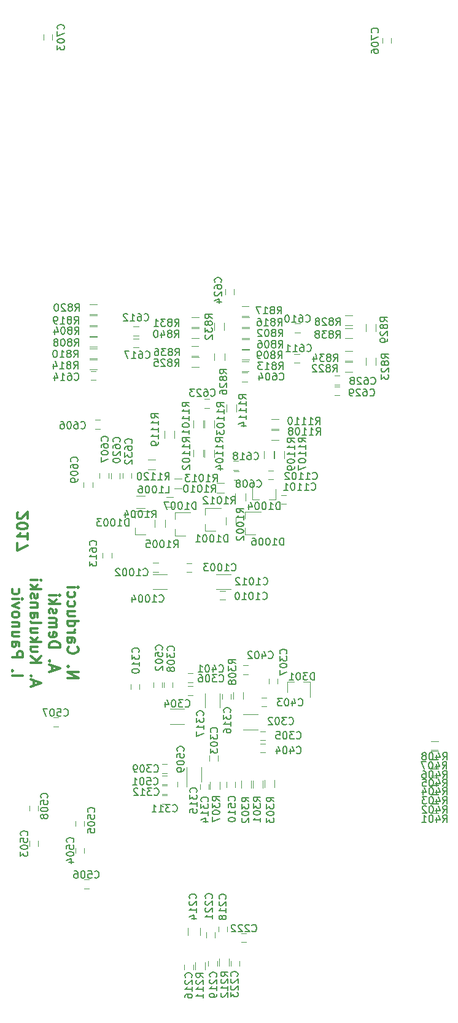
<source format=gbr>
G04 #@! TF.FileFunction,Legend,Bot*
%FSLAX46Y46*%
G04 Gerber Fmt 4.6, Leading zero omitted, Abs format (unit mm)*
G04 Created by KiCad (PCBNEW 4.0.6) date Tue Sep  5 00:59:50 2017*
%MOMM*%
%LPD*%
G01*
G04 APERTURE LIST*
%ADD10C,0.100000*%
%ADD11C,0.300000*%
%ADD12C,0.120000*%
%ADD13C,0.150000*%
G04 APERTURE END LIST*
D10*
D11*
X91849429Y-110471572D02*
X91778000Y-110543001D01*
X91706571Y-110685858D01*
X91706571Y-111043001D01*
X91778000Y-111185858D01*
X91849429Y-111257287D01*
X91992286Y-111328715D01*
X92135143Y-111328715D01*
X92349429Y-111257287D01*
X93206571Y-110400144D01*
X93206571Y-111328715D01*
X91706571Y-112257286D02*
X91706571Y-112400143D01*
X91778000Y-112543000D01*
X91849429Y-112614429D01*
X91992286Y-112685858D01*
X92278000Y-112757286D01*
X92635143Y-112757286D01*
X92920857Y-112685858D01*
X93063714Y-112614429D01*
X93135143Y-112543000D01*
X93206571Y-112400143D01*
X93206571Y-112257286D01*
X93135143Y-112114429D01*
X93063714Y-112043000D01*
X92920857Y-111971572D01*
X92635143Y-111900143D01*
X92278000Y-111900143D01*
X91992286Y-111971572D01*
X91849429Y-112043000D01*
X91778000Y-112114429D01*
X91706571Y-112257286D01*
X93206571Y-114185857D02*
X93206571Y-113328714D01*
X93206571Y-113757286D02*
X91706571Y-113757286D01*
X91920857Y-113614429D01*
X92063714Y-113471571D01*
X92135143Y-113328714D01*
X91706571Y-114685857D02*
X91706571Y-115685857D01*
X93206571Y-115043000D01*
X98674429Y-133293000D02*
X100174429Y-133293000D01*
X98674429Y-132435857D01*
X100174429Y-132435857D01*
X98817286Y-131721571D02*
X98745857Y-131650143D01*
X98674429Y-131721571D01*
X98745857Y-131793000D01*
X98817286Y-131721571D01*
X98674429Y-131721571D01*
X98817286Y-129007285D02*
X98745857Y-129078714D01*
X98674429Y-129293000D01*
X98674429Y-129435857D01*
X98745857Y-129650142D01*
X98888714Y-129793000D01*
X99031571Y-129864428D01*
X99317286Y-129935857D01*
X99531571Y-129935857D01*
X99817286Y-129864428D01*
X99960143Y-129793000D01*
X100103000Y-129650142D01*
X100174429Y-129435857D01*
X100174429Y-129293000D01*
X100103000Y-129078714D01*
X100031571Y-129007285D01*
X98674429Y-127721571D02*
X99460143Y-127721571D01*
X99603000Y-127793000D01*
X99674429Y-127935857D01*
X99674429Y-128221571D01*
X99603000Y-128364428D01*
X98745857Y-127721571D02*
X98674429Y-127864428D01*
X98674429Y-128221571D01*
X98745857Y-128364428D01*
X98888714Y-128435857D01*
X99031571Y-128435857D01*
X99174429Y-128364428D01*
X99245857Y-128221571D01*
X99245857Y-127864428D01*
X99317286Y-127721571D01*
X98674429Y-127007285D02*
X99674429Y-127007285D01*
X99388714Y-127007285D02*
X99531571Y-126935857D01*
X99603000Y-126864428D01*
X99674429Y-126721571D01*
X99674429Y-126578714D01*
X98674429Y-125435857D02*
X100174429Y-125435857D01*
X98745857Y-125435857D02*
X98674429Y-125578714D01*
X98674429Y-125864428D01*
X98745857Y-126007286D01*
X98817286Y-126078714D01*
X98960143Y-126150143D01*
X99388714Y-126150143D01*
X99531571Y-126078714D01*
X99603000Y-126007286D01*
X99674429Y-125864428D01*
X99674429Y-125578714D01*
X99603000Y-125435857D01*
X99674429Y-124078714D02*
X98674429Y-124078714D01*
X99674429Y-124721571D02*
X98888714Y-124721571D01*
X98745857Y-124650143D01*
X98674429Y-124507285D01*
X98674429Y-124293000D01*
X98745857Y-124150143D01*
X98817286Y-124078714D01*
X98745857Y-122721571D02*
X98674429Y-122864428D01*
X98674429Y-123150142D01*
X98745857Y-123293000D01*
X98817286Y-123364428D01*
X98960143Y-123435857D01*
X99388714Y-123435857D01*
X99531571Y-123364428D01*
X99603000Y-123293000D01*
X99674429Y-123150142D01*
X99674429Y-122864428D01*
X99603000Y-122721571D01*
X98745857Y-121435857D02*
X98674429Y-121578714D01*
X98674429Y-121864428D01*
X98745857Y-122007286D01*
X98817286Y-122078714D01*
X98960143Y-122150143D01*
X99388714Y-122150143D01*
X99531571Y-122078714D01*
X99603000Y-122007286D01*
X99674429Y-121864428D01*
X99674429Y-121578714D01*
X99603000Y-121435857D01*
X98674429Y-120793000D02*
X99674429Y-120793000D01*
X100174429Y-120793000D02*
X100103000Y-120864429D01*
X100031571Y-120793000D01*
X100103000Y-120721572D01*
X100174429Y-120793000D01*
X100031571Y-120793000D01*
X96553000Y-132293000D02*
X96553000Y-131578714D01*
X96124429Y-132435857D02*
X97624429Y-131935857D01*
X96124429Y-131435857D01*
X96267286Y-130935857D02*
X96195857Y-130864429D01*
X96124429Y-130935857D01*
X96195857Y-131007286D01*
X96267286Y-130935857D01*
X96124429Y-130935857D01*
X96124429Y-129078714D02*
X97624429Y-129078714D01*
X97624429Y-128721571D01*
X97553000Y-128507286D01*
X97410143Y-128364428D01*
X97267286Y-128293000D01*
X96981571Y-128221571D01*
X96767286Y-128221571D01*
X96481571Y-128293000D01*
X96338714Y-128364428D01*
X96195857Y-128507286D01*
X96124429Y-128721571D01*
X96124429Y-129078714D01*
X96195857Y-127007286D02*
X96124429Y-127150143D01*
X96124429Y-127435857D01*
X96195857Y-127578714D01*
X96338714Y-127650143D01*
X96910143Y-127650143D01*
X97053000Y-127578714D01*
X97124429Y-127435857D01*
X97124429Y-127150143D01*
X97053000Y-127007286D01*
X96910143Y-126935857D01*
X96767286Y-126935857D01*
X96624429Y-127650143D01*
X96124429Y-126293000D02*
X97124429Y-126293000D01*
X96981571Y-126293000D02*
X97053000Y-126221572D01*
X97124429Y-126078714D01*
X97124429Y-125864429D01*
X97053000Y-125721572D01*
X96910143Y-125650143D01*
X96124429Y-125650143D01*
X96910143Y-125650143D02*
X97053000Y-125578714D01*
X97124429Y-125435857D01*
X97124429Y-125221572D01*
X97053000Y-125078714D01*
X96910143Y-125007286D01*
X96124429Y-125007286D01*
X96195857Y-124364429D02*
X96124429Y-124221572D01*
X96124429Y-123935857D01*
X96195857Y-123793000D01*
X96338714Y-123721572D01*
X96410143Y-123721572D01*
X96553000Y-123793000D01*
X96624429Y-123935857D01*
X96624429Y-124150143D01*
X96695857Y-124293000D01*
X96838714Y-124364429D01*
X96910143Y-124364429D01*
X97053000Y-124293000D01*
X97124429Y-124150143D01*
X97124429Y-123935857D01*
X97053000Y-123793000D01*
X96124429Y-123078714D02*
X97624429Y-123078714D01*
X96695857Y-122935857D02*
X96124429Y-122507286D01*
X97124429Y-122507286D02*
X96553000Y-123078714D01*
X96124429Y-121864428D02*
X97124429Y-121864428D01*
X97624429Y-121864428D02*
X97553000Y-121935857D01*
X97481571Y-121864428D01*
X97553000Y-121793000D01*
X97624429Y-121864428D01*
X97481571Y-121864428D01*
X94003000Y-134364429D02*
X94003000Y-133650143D01*
X93574429Y-134507286D02*
X95074429Y-134007286D01*
X93574429Y-133507286D01*
X93717286Y-133007286D02*
X93645857Y-132935858D01*
X93574429Y-133007286D01*
X93645857Y-133078715D01*
X93717286Y-133007286D01*
X93574429Y-133007286D01*
X93574429Y-131150143D02*
X95074429Y-131150143D01*
X93574429Y-130293000D02*
X94431571Y-130935857D01*
X95074429Y-130293000D02*
X94217286Y-131150143D01*
X94574429Y-129007286D02*
X93574429Y-129007286D01*
X94574429Y-129650143D02*
X93788714Y-129650143D01*
X93645857Y-129578715D01*
X93574429Y-129435857D01*
X93574429Y-129221572D01*
X93645857Y-129078715D01*
X93717286Y-129007286D01*
X93574429Y-128293000D02*
X95074429Y-128293000D01*
X94145857Y-128150143D02*
X93574429Y-127721572D01*
X94574429Y-127721572D02*
X94003000Y-128293000D01*
X94574429Y-126435857D02*
X93574429Y-126435857D01*
X94574429Y-127078714D02*
X93788714Y-127078714D01*
X93645857Y-127007286D01*
X93574429Y-126864428D01*
X93574429Y-126650143D01*
X93645857Y-126507286D01*
X93717286Y-126435857D01*
X93574429Y-125507285D02*
X93645857Y-125650143D01*
X93788714Y-125721571D01*
X95074429Y-125721571D01*
X93574429Y-124293000D02*
X94360143Y-124293000D01*
X94503000Y-124364429D01*
X94574429Y-124507286D01*
X94574429Y-124793000D01*
X94503000Y-124935857D01*
X93645857Y-124293000D02*
X93574429Y-124435857D01*
X93574429Y-124793000D01*
X93645857Y-124935857D01*
X93788714Y-125007286D01*
X93931571Y-125007286D01*
X94074429Y-124935857D01*
X94145857Y-124793000D01*
X94145857Y-124435857D01*
X94217286Y-124293000D01*
X94574429Y-123578714D02*
X93574429Y-123578714D01*
X94431571Y-123578714D02*
X94503000Y-123507286D01*
X94574429Y-123364428D01*
X94574429Y-123150143D01*
X94503000Y-123007286D01*
X94360143Y-122935857D01*
X93574429Y-122935857D01*
X93645857Y-122293000D02*
X93574429Y-122150143D01*
X93574429Y-121864428D01*
X93645857Y-121721571D01*
X93788714Y-121650143D01*
X93860143Y-121650143D01*
X94003000Y-121721571D01*
X94074429Y-121864428D01*
X94074429Y-122078714D01*
X94145857Y-122221571D01*
X94288714Y-122293000D01*
X94360143Y-122293000D01*
X94503000Y-122221571D01*
X94574429Y-122078714D01*
X94574429Y-121864428D01*
X94503000Y-121721571D01*
X93574429Y-121007285D02*
X95074429Y-121007285D01*
X94145857Y-120864428D02*
X93574429Y-120435857D01*
X94574429Y-120435857D02*
X94003000Y-121007285D01*
X93574429Y-119792999D02*
X94574429Y-119792999D01*
X95074429Y-119792999D02*
X95003000Y-119864428D01*
X94931571Y-119792999D01*
X95003000Y-119721571D01*
X95074429Y-119792999D01*
X94931571Y-119792999D01*
X91024429Y-133007286D02*
X92524429Y-133007286D01*
X91167286Y-132293000D02*
X91095857Y-132221572D01*
X91024429Y-132293000D01*
X91095857Y-132364429D01*
X91167286Y-132293000D01*
X91024429Y-132293000D01*
X91024429Y-130435857D02*
X92524429Y-130435857D01*
X92524429Y-129864429D01*
X92453000Y-129721571D01*
X92381571Y-129650143D01*
X92238714Y-129578714D01*
X92024429Y-129578714D01*
X91881571Y-129650143D01*
X91810143Y-129721571D01*
X91738714Y-129864429D01*
X91738714Y-130435857D01*
X91024429Y-128293000D02*
X91810143Y-128293000D01*
X91953000Y-128364429D01*
X92024429Y-128507286D01*
X92024429Y-128793000D01*
X91953000Y-128935857D01*
X91095857Y-128293000D02*
X91024429Y-128435857D01*
X91024429Y-128793000D01*
X91095857Y-128935857D01*
X91238714Y-129007286D01*
X91381571Y-129007286D01*
X91524429Y-128935857D01*
X91595857Y-128793000D01*
X91595857Y-128435857D01*
X91667286Y-128293000D01*
X92024429Y-126935857D02*
X91024429Y-126935857D01*
X92024429Y-127578714D02*
X91238714Y-127578714D01*
X91095857Y-127507286D01*
X91024429Y-127364428D01*
X91024429Y-127150143D01*
X91095857Y-127007286D01*
X91167286Y-126935857D01*
X92024429Y-126221571D02*
X91024429Y-126221571D01*
X91881571Y-126221571D02*
X91953000Y-126150143D01*
X92024429Y-126007285D01*
X92024429Y-125793000D01*
X91953000Y-125650143D01*
X91810143Y-125578714D01*
X91024429Y-125578714D01*
X91024429Y-124650142D02*
X91095857Y-124793000D01*
X91167286Y-124864428D01*
X91310143Y-124935857D01*
X91738714Y-124935857D01*
X91881571Y-124864428D01*
X91953000Y-124793000D01*
X92024429Y-124650142D01*
X92024429Y-124435857D01*
X91953000Y-124293000D01*
X91881571Y-124221571D01*
X91738714Y-124150142D01*
X91310143Y-124150142D01*
X91167286Y-124221571D01*
X91095857Y-124293000D01*
X91024429Y-124435857D01*
X91024429Y-124650142D01*
X92024429Y-123650142D02*
X91024429Y-123292999D01*
X92024429Y-122935857D01*
X91024429Y-122364428D02*
X92024429Y-122364428D01*
X92524429Y-122364428D02*
X92453000Y-122435857D01*
X92381571Y-122364428D01*
X92453000Y-122293000D01*
X92524429Y-122364428D01*
X92381571Y-122364428D01*
X91095857Y-121007285D02*
X91024429Y-121150142D01*
X91024429Y-121435856D01*
X91095857Y-121578714D01*
X91167286Y-121650142D01*
X91310143Y-121721571D01*
X91738714Y-121721571D01*
X91881571Y-121650142D01*
X91953000Y-121578714D01*
X92024429Y-121435856D01*
X92024429Y-121150142D01*
X91953000Y-121007285D01*
D12*
X125940000Y-140670000D02*
X125240000Y-140670000D01*
X125240000Y-141870000D02*
X125940000Y-141870000D01*
X149816950Y-146801850D02*
X148816950Y-146801850D01*
X148816950Y-148161850D02*
X149816950Y-148161850D01*
X149816950Y-145658850D02*
X148816950Y-145658850D01*
X148816950Y-147018850D02*
X149816950Y-147018850D01*
X149807950Y-144515850D02*
X148807950Y-144515850D01*
X148807950Y-145875850D02*
X149807950Y-145875850D01*
X149816950Y-148071850D02*
X148816950Y-148071850D01*
X148816950Y-149431850D02*
X149816950Y-149431850D01*
X123350000Y-168500000D02*
X122650000Y-168500000D01*
X122650000Y-169700000D02*
X123350000Y-169700000D01*
X149764950Y-143245850D02*
X148764950Y-143245850D01*
X148764950Y-144605850D02*
X149764950Y-144605850D01*
X116320000Y-172500000D02*
X116320000Y-173500000D01*
X117680000Y-173500000D02*
X117680000Y-172500000D01*
X115250000Y-168750000D02*
X115250000Y-167750000D01*
X116950000Y-167750000D02*
X116950000Y-168750000D01*
X116000000Y-173550000D02*
X116000000Y-172850000D01*
X114800000Y-172850000D02*
X114800000Y-173550000D01*
X119500000Y-167600000D02*
X119500000Y-168300000D01*
X120700000Y-168300000D02*
X120700000Y-167600000D01*
X119300000Y-173000000D02*
X119300000Y-172300000D01*
X118100000Y-172300000D02*
X118100000Y-173000000D01*
X117779000Y-168400000D02*
X117779000Y-169100000D01*
X118979000Y-169100000D02*
X118979000Y-168400000D01*
X121200000Y-172300000D02*
X121200000Y-173000000D01*
X122400000Y-173000000D02*
X122400000Y-172300000D01*
X122935000Y-138339000D02*
X124935000Y-138339000D01*
X124935000Y-140379000D02*
X122935000Y-140379000D01*
X119465000Y-144701000D02*
X119465000Y-144001000D01*
X118265000Y-144001000D02*
X118265000Y-144701000D01*
X112807000Y-137577000D02*
X114807000Y-137577000D01*
X114807000Y-139617000D02*
X112807000Y-139617000D01*
X115935000Y-134441000D02*
X115235000Y-134441000D01*
X115235000Y-135641000D02*
X115935000Y-135641000D01*
X126415000Y-133355000D02*
X126415000Y-134055000D01*
X127615000Y-134055000D02*
X127615000Y-133355000D01*
X113150000Y-134600000D02*
X113150000Y-133900000D01*
X111950000Y-133900000D02*
X111950000Y-134600000D01*
X111715000Y-146391000D02*
X112415000Y-146391000D01*
X112415000Y-145191000D02*
X111715000Y-145191000D01*
X108600000Y-134850000D02*
X108600000Y-134150000D01*
X107400000Y-134150000D02*
X107400000Y-134850000D01*
X111725000Y-150661000D02*
X112425000Y-150661000D01*
X112425000Y-149461000D02*
X111725000Y-149461000D01*
X111735000Y-149311000D02*
X112435000Y-149311000D01*
X112435000Y-148111000D02*
X111735000Y-148111000D01*
X116995000Y-147941000D02*
X116995000Y-148641000D01*
X118195000Y-148641000D02*
X118195000Y-147941000D01*
X115075000Y-147601000D02*
X115075000Y-145601000D01*
X117115000Y-145601000D02*
X117115000Y-147601000D01*
X120020000Y-135500000D02*
X120020000Y-136200000D01*
X121220000Y-136200000D02*
X121220000Y-135500000D01*
X117680000Y-137400000D02*
X117680000Y-135400000D01*
X119720000Y-135400000D02*
X119720000Y-137400000D01*
X115935000Y-132663000D02*
X115235000Y-132663000D01*
X115235000Y-133863000D02*
X115935000Y-133863000D01*
X122880000Y-132760000D02*
X123580000Y-132760000D01*
X123580000Y-131560000D02*
X122880000Y-131560000D01*
X126105000Y-136041000D02*
X125405000Y-136041000D01*
X125405000Y-137241000D02*
X126105000Y-137241000D01*
X125960000Y-142350000D02*
X125260000Y-142350000D01*
X125260000Y-143550000D02*
X125960000Y-143550000D01*
X111735000Y-147941000D02*
X112435000Y-147941000D01*
X112435000Y-146741000D02*
X111735000Y-146741000D01*
X111720000Y-134600000D02*
X111720000Y-133900000D01*
X110520000Y-133900000D02*
X110520000Y-134600000D01*
X93395000Y-155773000D02*
X93395000Y-156473000D01*
X94595000Y-156473000D02*
X94595000Y-155773000D01*
X99745000Y-156723000D02*
X99745000Y-157423000D01*
X100945000Y-157423000D02*
X100945000Y-156723000D01*
X99745000Y-153045000D02*
X99745000Y-153745000D01*
X100945000Y-153745000D02*
X100945000Y-153045000D01*
X101645000Y-161111000D02*
X100945000Y-161111000D01*
X100945000Y-162311000D02*
X101645000Y-162311000D01*
X97393000Y-138759000D02*
X96693000Y-138759000D01*
X96693000Y-139959000D02*
X97393000Y-139959000D01*
X93395000Y-150881000D02*
X93395000Y-151581000D01*
X94595000Y-151581000D02*
X94595000Y-150881000D01*
X115075000Y-148331000D02*
X115075000Y-147631000D01*
X113875000Y-147631000D02*
X113875000Y-148331000D01*
X120573000Y-147645000D02*
X120573000Y-148345000D01*
X121773000Y-148345000D02*
X121773000Y-147645000D01*
X128991000Y-133789000D02*
X129921000Y-133789000D01*
X132151000Y-133789000D02*
X131221000Y-133789000D01*
X132151000Y-133789000D02*
X132151000Y-135949000D01*
X128991000Y-133789000D02*
X128991000Y-135249000D01*
X119620000Y-172000000D02*
X119620000Y-173000000D01*
X120980000Y-173000000D02*
X120980000Y-172000000D01*
X125635000Y-148421000D02*
X125635000Y-147421000D01*
X124275000Y-147421000D02*
X124275000Y-148421000D01*
X124025000Y-148461000D02*
X124025000Y-147461000D01*
X122665000Y-147461000D02*
X122665000Y-148461000D01*
X127235000Y-148401000D02*
X127235000Y-147401000D01*
X125875000Y-147401000D02*
X125875000Y-148401000D01*
X119665000Y-148641000D02*
X119665000Y-147641000D01*
X118305000Y-147641000D02*
X118305000Y-148641000D01*
X121509000Y-135219000D02*
X121509000Y-136219000D01*
X122869000Y-136219000D02*
X122869000Y-135219000D01*
X149807950Y-150611850D02*
X148807950Y-150611850D01*
X148807950Y-151971850D02*
X149807950Y-151971850D01*
X149816950Y-149341850D02*
X148816950Y-149341850D01*
X148816950Y-150701850D02*
X149816950Y-150701850D01*
X149807950Y-142005850D02*
X148807950Y-142005850D01*
X148807950Y-143365850D02*
X149807950Y-143365850D01*
X122765000Y-92380000D02*
X123465000Y-92380000D01*
X123465000Y-91180000D02*
X122765000Y-91180000D01*
X102450000Y-98900000D02*
X103150000Y-98900000D01*
X103150000Y-97700000D02*
X102450000Y-97700000D01*
X104325000Y-105740000D02*
X104325000Y-105040000D01*
X103125000Y-105040000D02*
X103125000Y-105740000D01*
X121625000Y-105975000D02*
X122325000Y-105975000D01*
X122325000Y-104775000D02*
X121625000Y-104775000D01*
X102125000Y-107000849D02*
X102125000Y-106300849D01*
X100925000Y-106300849D02*
X100925000Y-107000849D01*
X130750000Y-84400000D02*
X130050000Y-84400000D01*
X130050000Y-85600000D02*
X130750000Y-85600000D01*
X129950000Y-89800000D02*
X130650000Y-89800000D01*
X130650000Y-88600000D02*
X129950000Y-88600000D01*
X108464911Y-84822101D02*
X107764911Y-84822101D01*
X107764911Y-86022101D02*
X108464911Y-86022101D01*
X104737000Y-116710000D02*
X104737000Y-116010000D01*
X103537000Y-116010000D02*
X103537000Y-116710000D01*
X101865000Y-92160000D02*
X102565000Y-92160000D01*
X102565000Y-90960000D02*
X101865000Y-90960000D01*
X108464911Y-86473101D02*
X107764911Y-86473101D01*
X107764911Y-87673101D02*
X108464911Y-87673101D01*
X122250000Y-103375000D02*
X121550000Y-103375000D01*
X121550000Y-104575000D02*
X122250000Y-104575000D01*
X104685000Y-105060000D02*
X104685000Y-105760000D01*
X105885000Y-105760000D02*
X105885000Y-105060000D01*
X117525000Y-96025000D02*
X118225000Y-96025000D01*
X118225000Y-94825000D02*
X117525000Y-94825000D01*
X120400000Y-79650000D02*
X120400000Y-80350000D01*
X121600000Y-80350000D02*
X121600000Y-79650000D01*
X136200000Y-91600000D02*
X135500000Y-91600000D01*
X135500000Y-92800000D02*
X136200000Y-92800000D01*
X136200000Y-93100000D02*
X135500000Y-93100000D01*
X135500000Y-94300000D02*
X136200000Y-94300000D01*
X107475000Y-105725000D02*
X107475000Y-105025000D01*
X106275000Y-105025000D02*
X106275000Y-105725000D01*
X95373500Y-44532000D02*
X95373500Y-45232000D01*
X96573500Y-45232000D02*
X96573500Y-44532000D01*
X142106177Y-44987457D02*
X142106177Y-45687457D01*
X143306177Y-45687457D02*
X143306177Y-44987457D01*
X110475000Y-118625000D02*
X111175000Y-118625000D01*
X111175000Y-117425000D02*
X110475000Y-117425000D01*
X115825000Y-117500000D02*
X115125000Y-117500000D01*
X115125000Y-118700000D02*
X115825000Y-118700000D01*
X110425000Y-118980000D02*
X112425000Y-118980000D01*
X112425000Y-121020000D02*
X110425000Y-121020000D01*
X119709000Y-122491000D02*
X120409000Y-122491000D01*
X120409000Y-121291000D02*
X119709000Y-121291000D01*
X119175000Y-118980000D02*
X121175000Y-118980000D01*
X121175000Y-121020000D02*
X119175000Y-121020000D01*
X128125000Y-109300000D02*
X128825000Y-109300000D01*
X128825000Y-108100000D02*
X128125000Y-108100000D01*
X127075000Y-104700000D02*
X126375000Y-104700000D01*
X126375000Y-105900000D02*
X127075000Y-105900000D01*
X117665000Y-112980000D02*
X117665000Y-112050000D01*
X117665000Y-109820000D02*
X117665000Y-110750000D01*
X117665000Y-109820000D02*
X119825000Y-109820000D01*
X117665000Y-112980000D02*
X119125000Y-112980000D01*
X107965000Y-113480000D02*
X107965000Y-112550000D01*
X107965000Y-110320000D02*
X107965000Y-111250000D01*
X107965000Y-110320000D02*
X110125000Y-110320000D01*
X107965000Y-113480000D02*
X109425000Y-113480000D01*
X127355000Y-108710000D02*
X126425000Y-108710000D01*
X124195000Y-108710000D02*
X125125000Y-108710000D01*
X124195000Y-108710000D02*
X124195000Y-106550000D01*
X127355000Y-108710000D02*
X127355000Y-107250000D01*
X123165000Y-113530000D02*
X123165000Y-112600000D01*
X123165000Y-110370000D02*
X123165000Y-111300000D01*
X123165000Y-110370000D02*
X125325000Y-110370000D01*
X123165000Y-113530000D02*
X124625000Y-113530000D01*
X113465000Y-113630000D02*
X113465000Y-112700000D01*
X113465000Y-110470000D02*
X113465000Y-111400000D01*
X113465000Y-110470000D02*
X115625000Y-110470000D01*
X113465000Y-113630000D02*
X114925000Y-113630000D01*
X123747877Y-85066761D02*
X122747877Y-85066761D01*
X122747877Y-86426761D02*
X123747877Y-86426761D01*
X102728582Y-84792156D02*
X101728582Y-84792156D01*
X101728582Y-86152156D02*
X102728582Y-86152156D01*
X119275000Y-107780000D02*
X120275000Y-107780000D01*
X120275000Y-106420000D02*
X119275000Y-106420000D01*
X121836500Y-107800000D02*
X121836500Y-108800000D01*
X123196500Y-108800000D02*
X123196500Y-107800000D01*
X113400000Y-107130000D02*
X114400000Y-107130000D01*
X114400000Y-105770000D02*
X113400000Y-105770000D01*
X117405000Y-98725000D02*
X117405000Y-97725000D01*
X116045000Y-97725000D02*
X116045000Y-98725000D01*
X117405000Y-102775000D02*
X117405000Y-101775000D01*
X116045000Y-101775000D02*
X116045000Y-102775000D01*
X127245000Y-102000000D02*
X127245000Y-103000000D01*
X128605000Y-103000000D02*
X128605000Y-102000000D01*
X127825000Y-99095000D02*
X126825000Y-99095000D01*
X126825000Y-100455000D02*
X127825000Y-100455000D01*
X127130000Y-103000000D02*
X127130000Y-102000000D01*
X125770000Y-102000000D02*
X125770000Y-103000000D01*
X127825000Y-97595000D02*
X126825000Y-97595000D01*
X126825000Y-98955000D02*
X127825000Y-98955000D01*
X121930000Y-96550000D02*
X121930000Y-95550000D01*
X120570000Y-95550000D02*
X120570000Y-96550000D01*
X113455000Y-100200000D02*
X113455000Y-99200000D01*
X112095000Y-99200000D02*
X112095000Y-100200000D01*
X110775000Y-103170000D02*
X109775000Y-103170000D01*
X109775000Y-104530000D02*
X110775000Y-104530000D01*
X122722877Y-87901761D02*
X123722877Y-87901761D01*
X123722877Y-86541761D02*
X122722877Y-86541761D01*
X101718582Y-87622156D02*
X102718582Y-87622156D01*
X102718582Y-86262156D02*
X101718582Y-86262156D01*
X122747877Y-89401761D02*
X123747877Y-89401761D01*
X123747877Y-88041761D02*
X122747877Y-88041761D01*
X101718582Y-89192156D02*
X102718582Y-89192156D01*
X102718582Y-87832156D02*
X101718582Y-87832156D01*
X122697877Y-90951761D02*
X123697877Y-90951761D01*
X123697877Y-89591761D02*
X122697877Y-89591761D01*
X101748582Y-90762156D02*
X102748582Y-90762156D01*
X102748582Y-89402156D02*
X101748582Y-89402156D01*
X122747877Y-84876761D02*
X123747877Y-84876761D01*
X123747877Y-83516761D02*
X122747877Y-83516761D01*
X122697877Y-83351761D02*
X123697877Y-83351761D01*
X123697877Y-81991761D02*
X122697877Y-81991761D01*
X101708582Y-84662156D02*
X102708582Y-84662156D01*
X102708582Y-83302156D02*
X101708582Y-83302156D01*
X101708582Y-83112156D02*
X102708582Y-83112156D01*
X102708582Y-81752156D02*
X101708582Y-81752156D01*
X137972877Y-89691761D02*
X136972877Y-89691761D01*
X136972877Y-91051761D02*
X137972877Y-91051761D01*
X139852877Y-89111761D02*
X139852877Y-90111761D01*
X141212877Y-90111761D02*
X141212877Y-89111761D01*
X116778582Y-89042156D02*
X115778582Y-89042156D01*
X115778582Y-90402156D02*
X116778582Y-90402156D01*
X118958582Y-88492156D02*
X118958582Y-89492156D01*
X120318582Y-89492156D02*
X120318582Y-88492156D01*
X141212877Y-85471761D02*
X141212877Y-84471761D01*
X139852877Y-84471761D02*
X139852877Y-85471761D01*
X116788582Y-83552156D02*
X115788582Y-83552156D01*
X115788582Y-84912156D02*
X116788582Y-84912156D01*
X120308582Y-85292156D02*
X120308582Y-84292156D01*
X118948582Y-84292156D02*
X118948582Y-85292156D01*
X137962877Y-88191761D02*
X136962877Y-88191761D01*
X136962877Y-89551761D02*
X137962877Y-89551761D01*
X116748582Y-87492156D02*
X115748582Y-87492156D01*
X115748582Y-88852156D02*
X116748582Y-88852156D01*
X137932877Y-85081761D02*
X136932877Y-85081761D01*
X136932877Y-86441761D02*
X137932877Y-86441761D01*
X116768582Y-85082156D02*
X115768582Y-85082156D01*
X115768582Y-86442156D02*
X116768582Y-86442156D01*
X118955000Y-98775000D02*
X118955000Y-97775000D01*
X117595000Y-97775000D02*
X117595000Y-98775000D01*
X117545000Y-101825000D02*
X117545000Y-102825000D01*
X118905000Y-102825000D02*
X118905000Y-101825000D01*
X120495000Y-111150000D02*
X120495000Y-112150000D01*
X121855000Y-112150000D02*
X121855000Y-111150000D01*
X137982877Y-83231761D02*
X136982877Y-83231761D01*
X136982877Y-84591761D02*
X137982877Y-84591761D01*
X112105000Y-112500000D02*
X112105000Y-111500000D01*
X110745000Y-111500000D02*
X110745000Y-112500000D01*
X113275000Y-108320000D02*
X112275000Y-108320000D01*
X112275000Y-109680000D02*
X113275000Y-109680000D01*
X109325000Y-108120000D02*
X108125000Y-108120000D01*
X108125000Y-109880000D02*
X109325000Y-109880000D01*
D13*
X130274047Y-141602143D02*
X130321666Y-141649762D01*
X130464523Y-141697381D01*
X130559761Y-141697381D01*
X130702619Y-141649762D01*
X130797857Y-141554524D01*
X130845476Y-141459286D01*
X130893095Y-141268810D01*
X130893095Y-141125952D01*
X130845476Y-140935476D01*
X130797857Y-140840238D01*
X130702619Y-140745000D01*
X130559761Y-140697381D01*
X130464523Y-140697381D01*
X130321666Y-140745000D01*
X130274047Y-140792619D01*
X129940714Y-140697381D02*
X129321666Y-140697381D01*
X129655000Y-141078333D01*
X129512142Y-141078333D01*
X129416904Y-141125952D01*
X129369285Y-141173571D01*
X129321666Y-141268810D01*
X129321666Y-141506905D01*
X129369285Y-141602143D01*
X129416904Y-141649762D01*
X129512142Y-141697381D01*
X129797857Y-141697381D01*
X129893095Y-141649762D01*
X129940714Y-141602143D01*
X128702619Y-140697381D02*
X128607380Y-140697381D01*
X128512142Y-140745000D01*
X128464523Y-140792619D01*
X128416904Y-140887857D01*
X128369285Y-141078333D01*
X128369285Y-141316429D01*
X128416904Y-141506905D01*
X128464523Y-141602143D01*
X128512142Y-141649762D01*
X128607380Y-141697381D01*
X128702619Y-141697381D01*
X128797857Y-141649762D01*
X128845476Y-141602143D01*
X128893095Y-141506905D01*
X128940714Y-141316429D01*
X128940714Y-141078333D01*
X128893095Y-140887857D01*
X128845476Y-140792619D01*
X128797857Y-140745000D01*
X128702619Y-140697381D01*
X127464523Y-140697381D02*
X127940714Y-140697381D01*
X127988333Y-141173571D01*
X127940714Y-141125952D01*
X127845476Y-141078333D01*
X127607380Y-141078333D01*
X127512142Y-141125952D01*
X127464523Y-141173571D01*
X127416904Y-141268810D01*
X127416904Y-141506905D01*
X127464523Y-141602143D01*
X127512142Y-141649762D01*
X127607380Y-141697381D01*
X127845476Y-141697381D01*
X127940714Y-141649762D01*
X127988333Y-141602143D01*
X150435997Y-149384231D02*
X150769331Y-148908040D01*
X151007426Y-149384231D02*
X151007426Y-148384231D01*
X150626473Y-148384231D01*
X150531235Y-148431850D01*
X150483616Y-148479469D01*
X150435997Y-148574707D01*
X150435997Y-148717564D01*
X150483616Y-148812802D01*
X150531235Y-148860421D01*
X150626473Y-148908040D01*
X151007426Y-148908040D01*
X149578854Y-148717564D02*
X149578854Y-149384231D01*
X149816950Y-148336612D02*
X150055045Y-149050898D01*
X149435997Y-149050898D01*
X148864569Y-148384231D02*
X148769330Y-148384231D01*
X148674092Y-148431850D01*
X148626473Y-148479469D01*
X148578854Y-148574707D01*
X148531235Y-148765183D01*
X148531235Y-149003279D01*
X148578854Y-149193755D01*
X148626473Y-149288993D01*
X148674092Y-149336612D01*
X148769330Y-149384231D01*
X148864569Y-149384231D01*
X148959807Y-149336612D01*
X149007426Y-149288993D01*
X149055045Y-149193755D01*
X149102664Y-149003279D01*
X149102664Y-148765183D01*
X149055045Y-148574707D01*
X149007426Y-148479469D01*
X148959807Y-148431850D01*
X148864569Y-148384231D01*
X147674092Y-148717564D02*
X147674092Y-149384231D01*
X147912188Y-148336612D02*
X148150283Y-149050898D01*
X147531235Y-149050898D01*
X150435997Y-148241231D02*
X150769331Y-147765040D01*
X151007426Y-148241231D02*
X151007426Y-147241231D01*
X150626473Y-147241231D01*
X150531235Y-147288850D01*
X150483616Y-147336469D01*
X150435997Y-147431707D01*
X150435997Y-147574564D01*
X150483616Y-147669802D01*
X150531235Y-147717421D01*
X150626473Y-147765040D01*
X151007426Y-147765040D01*
X149578854Y-147574564D02*
X149578854Y-148241231D01*
X149816950Y-147193612D02*
X150055045Y-147907898D01*
X149435997Y-147907898D01*
X148864569Y-147241231D02*
X148769330Y-147241231D01*
X148674092Y-147288850D01*
X148626473Y-147336469D01*
X148578854Y-147431707D01*
X148531235Y-147622183D01*
X148531235Y-147860279D01*
X148578854Y-148050755D01*
X148626473Y-148145993D01*
X148674092Y-148193612D01*
X148769330Y-148241231D01*
X148864569Y-148241231D01*
X148959807Y-148193612D01*
X149007426Y-148145993D01*
X149055045Y-148050755D01*
X149102664Y-147860279D01*
X149102664Y-147622183D01*
X149055045Y-147431707D01*
X149007426Y-147336469D01*
X148959807Y-147288850D01*
X148864569Y-147241231D01*
X147626473Y-147241231D02*
X148102664Y-147241231D01*
X148150283Y-147717421D01*
X148102664Y-147669802D01*
X148007426Y-147622183D01*
X147769330Y-147622183D01*
X147674092Y-147669802D01*
X147626473Y-147717421D01*
X147578854Y-147812660D01*
X147578854Y-148050755D01*
X147626473Y-148145993D01*
X147674092Y-148193612D01*
X147769330Y-148241231D01*
X148007426Y-148241231D01*
X148102664Y-148193612D01*
X148150283Y-148145993D01*
X150426997Y-147098231D02*
X150760331Y-146622040D01*
X150998426Y-147098231D02*
X150998426Y-146098231D01*
X150617473Y-146098231D01*
X150522235Y-146145850D01*
X150474616Y-146193469D01*
X150426997Y-146288707D01*
X150426997Y-146431564D01*
X150474616Y-146526802D01*
X150522235Y-146574421D01*
X150617473Y-146622040D01*
X150998426Y-146622040D01*
X149569854Y-146431564D02*
X149569854Y-147098231D01*
X149807950Y-146050612D02*
X150046045Y-146764898D01*
X149426997Y-146764898D01*
X148855569Y-146098231D02*
X148760330Y-146098231D01*
X148665092Y-146145850D01*
X148617473Y-146193469D01*
X148569854Y-146288707D01*
X148522235Y-146479183D01*
X148522235Y-146717279D01*
X148569854Y-146907755D01*
X148617473Y-147002993D01*
X148665092Y-147050612D01*
X148760330Y-147098231D01*
X148855569Y-147098231D01*
X148950807Y-147050612D01*
X148998426Y-147002993D01*
X149046045Y-146907755D01*
X149093664Y-146717279D01*
X149093664Y-146479183D01*
X149046045Y-146288707D01*
X148998426Y-146193469D01*
X148950807Y-146145850D01*
X148855569Y-146098231D01*
X147665092Y-146098231D02*
X147855569Y-146098231D01*
X147950807Y-146145850D01*
X147998426Y-146193469D01*
X148093664Y-146336326D01*
X148141283Y-146526802D01*
X148141283Y-146907755D01*
X148093664Y-147002993D01*
X148046045Y-147050612D01*
X147950807Y-147098231D01*
X147760330Y-147098231D01*
X147665092Y-147050612D01*
X147617473Y-147002993D01*
X147569854Y-146907755D01*
X147569854Y-146669660D01*
X147617473Y-146574421D01*
X147665092Y-146526802D01*
X147760330Y-146479183D01*
X147950807Y-146479183D01*
X148046045Y-146526802D01*
X148093664Y-146574421D01*
X148141283Y-146669660D01*
X150435997Y-150654231D02*
X150769331Y-150178040D01*
X151007426Y-150654231D02*
X151007426Y-149654231D01*
X150626473Y-149654231D01*
X150531235Y-149701850D01*
X150483616Y-149749469D01*
X150435997Y-149844707D01*
X150435997Y-149987564D01*
X150483616Y-150082802D01*
X150531235Y-150130421D01*
X150626473Y-150178040D01*
X151007426Y-150178040D01*
X149578854Y-149987564D02*
X149578854Y-150654231D01*
X149816950Y-149606612D02*
X150055045Y-150320898D01*
X149435997Y-150320898D01*
X148864569Y-149654231D02*
X148769330Y-149654231D01*
X148674092Y-149701850D01*
X148626473Y-149749469D01*
X148578854Y-149844707D01*
X148531235Y-150035183D01*
X148531235Y-150273279D01*
X148578854Y-150463755D01*
X148626473Y-150558993D01*
X148674092Y-150606612D01*
X148769330Y-150654231D01*
X148864569Y-150654231D01*
X148959807Y-150606612D01*
X149007426Y-150558993D01*
X149055045Y-150463755D01*
X149102664Y-150273279D01*
X149102664Y-150035183D01*
X149055045Y-149844707D01*
X149007426Y-149749469D01*
X148959807Y-149701850D01*
X148864569Y-149654231D01*
X148197902Y-149654231D02*
X147578854Y-149654231D01*
X147912188Y-150035183D01*
X147769330Y-150035183D01*
X147674092Y-150082802D01*
X147626473Y-150130421D01*
X147578854Y-150225660D01*
X147578854Y-150463755D01*
X147626473Y-150558993D01*
X147674092Y-150606612D01*
X147769330Y-150654231D01*
X148055045Y-150654231D01*
X148150283Y-150606612D01*
X148197902Y-150558993D01*
X124119047Y-168207143D02*
X124166666Y-168254762D01*
X124309523Y-168302381D01*
X124404761Y-168302381D01*
X124547619Y-168254762D01*
X124642857Y-168159524D01*
X124690476Y-168064286D01*
X124738095Y-167873810D01*
X124738095Y-167730952D01*
X124690476Y-167540476D01*
X124642857Y-167445238D01*
X124547619Y-167350000D01*
X124404761Y-167302381D01*
X124309523Y-167302381D01*
X124166666Y-167350000D01*
X124119047Y-167397619D01*
X123738095Y-167397619D02*
X123690476Y-167350000D01*
X123595238Y-167302381D01*
X123357142Y-167302381D01*
X123261904Y-167350000D01*
X123214285Y-167397619D01*
X123166666Y-167492857D01*
X123166666Y-167588095D01*
X123214285Y-167730952D01*
X123785714Y-168302381D01*
X123166666Y-168302381D01*
X122785714Y-167397619D02*
X122738095Y-167350000D01*
X122642857Y-167302381D01*
X122404761Y-167302381D01*
X122309523Y-167350000D01*
X122261904Y-167397619D01*
X122214285Y-167492857D01*
X122214285Y-167588095D01*
X122261904Y-167730952D01*
X122833333Y-168302381D01*
X122214285Y-168302381D01*
X121833333Y-167397619D02*
X121785714Y-167350000D01*
X121690476Y-167302381D01*
X121452380Y-167302381D01*
X121357142Y-167350000D01*
X121309523Y-167397619D01*
X121261904Y-167492857D01*
X121261904Y-167588095D01*
X121309523Y-167730952D01*
X121880952Y-168302381D01*
X121261904Y-168302381D01*
X150383997Y-145828231D02*
X150717331Y-145352040D01*
X150955426Y-145828231D02*
X150955426Y-144828231D01*
X150574473Y-144828231D01*
X150479235Y-144875850D01*
X150431616Y-144923469D01*
X150383997Y-145018707D01*
X150383997Y-145161564D01*
X150431616Y-145256802D01*
X150479235Y-145304421D01*
X150574473Y-145352040D01*
X150955426Y-145352040D01*
X149526854Y-145161564D02*
X149526854Y-145828231D01*
X149764950Y-144780612D02*
X150003045Y-145494898D01*
X149383997Y-145494898D01*
X148812569Y-144828231D02*
X148717330Y-144828231D01*
X148622092Y-144875850D01*
X148574473Y-144923469D01*
X148526854Y-145018707D01*
X148479235Y-145209183D01*
X148479235Y-145447279D01*
X148526854Y-145637755D01*
X148574473Y-145732993D01*
X148622092Y-145780612D01*
X148717330Y-145828231D01*
X148812569Y-145828231D01*
X148907807Y-145780612D01*
X148955426Y-145732993D01*
X149003045Y-145637755D01*
X149050664Y-145447279D01*
X149050664Y-145209183D01*
X149003045Y-145018707D01*
X148955426Y-144923469D01*
X148907807Y-144875850D01*
X148812569Y-144828231D01*
X148145902Y-144828231D02*
X147479235Y-144828231D01*
X147907807Y-145828231D01*
X117407381Y-174595953D02*
X116931190Y-174262619D01*
X117407381Y-174024524D02*
X116407381Y-174024524D01*
X116407381Y-174405477D01*
X116455000Y-174500715D01*
X116502619Y-174548334D01*
X116597857Y-174595953D01*
X116740714Y-174595953D01*
X116835952Y-174548334D01*
X116883571Y-174500715D01*
X116931190Y-174405477D01*
X116931190Y-174024524D01*
X116502619Y-174976905D02*
X116455000Y-175024524D01*
X116407381Y-175119762D01*
X116407381Y-175357858D01*
X116455000Y-175453096D01*
X116502619Y-175500715D01*
X116597857Y-175548334D01*
X116693095Y-175548334D01*
X116835952Y-175500715D01*
X117407381Y-174929286D01*
X117407381Y-175548334D01*
X117407381Y-176500715D02*
X117407381Y-175929286D01*
X117407381Y-176215000D02*
X116407381Y-176215000D01*
X116550238Y-176119762D01*
X116645476Y-176024524D01*
X116693095Y-175929286D01*
X117407381Y-177453096D02*
X117407381Y-176881667D01*
X117407381Y-177167381D02*
X116407381Y-177167381D01*
X116550238Y-177072143D01*
X116645476Y-176976905D01*
X116693095Y-176881667D01*
X116362143Y-163705953D02*
X116409762Y-163658334D01*
X116457381Y-163515477D01*
X116457381Y-163420239D01*
X116409762Y-163277381D01*
X116314524Y-163182143D01*
X116219286Y-163134524D01*
X116028810Y-163086905D01*
X115885952Y-163086905D01*
X115695476Y-163134524D01*
X115600238Y-163182143D01*
X115505000Y-163277381D01*
X115457381Y-163420239D01*
X115457381Y-163515477D01*
X115505000Y-163658334D01*
X115552619Y-163705953D01*
X115552619Y-164086905D02*
X115505000Y-164134524D01*
X115457381Y-164229762D01*
X115457381Y-164467858D01*
X115505000Y-164563096D01*
X115552619Y-164610715D01*
X115647857Y-164658334D01*
X115743095Y-164658334D01*
X115885952Y-164610715D01*
X116457381Y-164039286D01*
X116457381Y-164658334D01*
X116457381Y-165610715D02*
X116457381Y-165039286D01*
X116457381Y-165325000D02*
X115457381Y-165325000D01*
X115600238Y-165229762D01*
X115695476Y-165134524D01*
X115743095Y-165039286D01*
X115790714Y-166467858D02*
X116457381Y-166467858D01*
X115409762Y-166229762D02*
X116124048Y-165991667D01*
X116124048Y-166610715D01*
X115772143Y-174595953D02*
X115819762Y-174548334D01*
X115867381Y-174405477D01*
X115867381Y-174310239D01*
X115819762Y-174167381D01*
X115724524Y-174072143D01*
X115629286Y-174024524D01*
X115438810Y-173976905D01*
X115295952Y-173976905D01*
X115105476Y-174024524D01*
X115010238Y-174072143D01*
X114915000Y-174167381D01*
X114867381Y-174310239D01*
X114867381Y-174405477D01*
X114915000Y-174548334D01*
X114962619Y-174595953D01*
X114962619Y-174976905D02*
X114915000Y-175024524D01*
X114867381Y-175119762D01*
X114867381Y-175357858D01*
X114915000Y-175453096D01*
X114962619Y-175500715D01*
X115057857Y-175548334D01*
X115153095Y-175548334D01*
X115295952Y-175500715D01*
X115867381Y-174929286D01*
X115867381Y-175548334D01*
X115867381Y-176500715D02*
X115867381Y-175929286D01*
X115867381Y-176215000D02*
X114867381Y-176215000D01*
X115010238Y-176119762D01*
X115105476Y-176024524D01*
X115153095Y-175929286D01*
X114867381Y-177357858D02*
X114867381Y-177167381D01*
X114915000Y-177072143D01*
X114962619Y-177024524D01*
X115105476Y-176929286D01*
X115295952Y-176881667D01*
X115676905Y-176881667D01*
X115772143Y-176929286D01*
X115819762Y-176976905D01*
X115867381Y-177072143D01*
X115867381Y-177262620D01*
X115819762Y-177357858D01*
X115772143Y-177405477D01*
X115676905Y-177453096D01*
X115438810Y-177453096D01*
X115343571Y-177405477D01*
X115295952Y-177357858D01*
X115248333Y-177262620D01*
X115248333Y-177072143D01*
X115295952Y-176976905D01*
X115343571Y-176929286D01*
X115438810Y-176881667D01*
X120462143Y-163755953D02*
X120509762Y-163708334D01*
X120557381Y-163565477D01*
X120557381Y-163470239D01*
X120509762Y-163327381D01*
X120414524Y-163232143D01*
X120319286Y-163184524D01*
X120128810Y-163136905D01*
X119985952Y-163136905D01*
X119795476Y-163184524D01*
X119700238Y-163232143D01*
X119605000Y-163327381D01*
X119557381Y-163470239D01*
X119557381Y-163565477D01*
X119605000Y-163708334D01*
X119652619Y-163755953D01*
X119652619Y-164136905D02*
X119605000Y-164184524D01*
X119557381Y-164279762D01*
X119557381Y-164517858D01*
X119605000Y-164613096D01*
X119652619Y-164660715D01*
X119747857Y-164708334D01*
X119843095Y-164708334D01*
X119985952Y-164660715D01*
X120557381Y-164089286D01*
X120557381Y-164708334D01*
X120557381Y-165660715D02*
X120557381Y-165089286D01*
X120557381Y-165375000D02*
X119557381Y-165375000D01*
X119700238Y-165279762D01*
X119795476Y-165184524D01*
X119843095Y-165089286D01*
X119985952Y-166232143D02*
X119938333Y-166136905D01*
X119890714Y-166089286D01*
X119795476Y-166041667D01*
X119747857Y-166041667D01*
X119652619Y-166089286D01*
X119605000Y-166136905D01*
X119557381Y-166232143D01*
X119557381Y-166422620D01*
X119605000Y-166517858D01*
X119652619Y-166565477D01*
X119747857Y-166613096D01*
X119795476Y-166613096D01*
X119890714Y-166565477D01*
X119938333Y-166517858D01*
X119985952Y-166422620D01*
X119985952Y-166232143D01*
X120033571Y-166136905D01*
X120081190Y-166089286D01*
X120176429Y-166041667D01*
X120366905Y-166041667D01*
X120462143Y-166089286D01*
X120509762Y-166136905D01*
X120557381Y-166232143D01*
X120557381Y-166422620D01*
X120509762Y-166517858D01*
X120462143Y-166565477D01*
X120366905Y-166613096D01*
X120176429Y-166613096D01*
X120081190Y-166565477D01*
X120033571Y-166517858D01*
X119985952Y-166422620D01*
X119182143Y-174515953D02*
X119229762Y-174468334D01*
X119277381Y-174325477D01*
X119277381Y-174230239D01*
X119229762Y-174087381D01*
X119134524Y-173992143D01*
X119039286Y-173944524D01*
X118848810Y-173896905D01*
X118705952Y-173896905D01*
X118515476Y-173944524D01*
X118420238Y-173992143D01*
X118325000Y-174087381D01*
X118277381Y-174230239D01*
X118277381Y-174325477D01*
X118325000Y-174468334D01*
X118372619Y-174515953D01*
X118372619Y-174896905D02*
X118325000Y-174944524D01*
X118277381Y-175039762D01*
X118277381Y-175277858D01*
X118325000Y-175373096D01*
X118372619Y-175420715D01*
X118467857Y-175468334D01*
X118563095Y-175468334D01*
X118705952Y-175420715D01*
X119277381Y-174849286D01*
X119277381Y-175468334D01*
X119277381Y-176420715D02*
X119277381Y-175849286D01*
X119277381Y-176135000D02*
X118277381Y-176135000D01*
X118420238Y-176039762D01*
X118515476Y-175944524D01*
X118563095Y-175849286D01*
X119277381Y-176896905D02*
X119277381Y-177087381D01*
X119229762Y-177182620D01*
X119182143Y-177230239D01*
X119039286Y-177325477D01*
X118848810Y-177373096D01*
X118467857Y-177373096D01*
X118372619Y-177325477D01*
X118325000Y-177277858D01*
X118277381Y-177182620D01*
X118277381Y-176992143D01*
X118325000Y-176896905D01*
X118372619Y-176849286D01*
X118467857Y-176801667D01*
X118705952Y-176801667D01*
X118801190Y-176849286D01*
X118848810Y-176896905D01*
X118896429Y-176992143D01*
X118896429Y-177182620D01*
X118848810Y-177277858D01*
X118801190Y-177325477D01*
X118705952Y-177373096D01*
X118582143Y-163675953D02*
X118629762Y-163628334D01*
X118677381Y-163485477D01*
X118677381Y-163390239D01*
X118629762Y-163247381D01*
X118534524Y-163152143D01*
X118439286Y-163104524D01*
X118248810Y-163056905D01*
X118105952Y-163056905D01*
X117915476Y-163104524D01*
X117820238Y-163152143D01*
X117725000Y-163247381D01*
X117677381Y-163390239D01*
X117677381Y-163485477D01*
X117725000Y-163628334D01*
X117772619Y-163675953D01*
X117772619Y-164056905D02*
X117725000Y-164104524D01*
X117677381Y-164199762D01*
X117677381Y-164437858D01*
X117725000Y-164533096D01*
X117772619Y-164580715D01*
X117867857Y-164628334D01*
X117963095Y-164628334D01*
X118105952Y-164580715D01*
X118677381Y-164009286D01*
X118677381Y-164628334D01*
X117772619Y-165009286D02*
X117725000Y-165056905D01*
X117677381Y-165152143D01*
X117677381Y-165390239D01*
X117725000Y-165485477D01*
X117772619Y-165533096D01*
X117867857Y-165580715D01*
X117963095Y-165580715D01*
X118105952Y-165533096D01*
X118677381Y-164961667D01*
X118677381Y-165580715D01*
X118677381Y-166533096D02*
X118677381Y-165961667D01*
X118677381Y-166247381D02*
X117677381Y-166247381D01*
X117820238Y-166152143D01*
X117915476Y-166056905D01*
X117963095Y-165961667D01*
X122082143Y-174425953D02*
X122129762Y-174378334D01*
X122177381Y-174235477D01*
X122177381Y-174140239D01*
X122129762Y-173997381D01*
X122034524Y-173902143D01*
X121939286Y-173854524D01*
X121748810Y-173806905D01*
X121605952Y-173806905D01*
X121415476Y-173854524D01*
X121320238Y-173902143D01*
X121225000Y-173997381D01*
X121177381Y-174140239D01*
X121177381Y-174235477D01*
X121225000Y-174378334D01*
X121272619Y-174425953D01*
X121272619Y-174806905D02*
X121225000Y-174854524D01*
X121177381Y-174949762D01*
X121177381Y-175187858D01*
X121225000Y-175283096D01*
X121272619Y-175330715D01*
X121367857Y-175378334D01*
X121463095Y-175378334D01*
X121605952Y-175330715D01*
X122177381Y-174759286D01*
X122177381Y-175378334D01*
X121272619Y-175759286D02*
X121225000Y-175806905D01*
X121177381Y-175902143D01*
X121177381Y-176140239D01*
X121225000Y-176235477D01*
X121272619Y-176283096D01*
X121367857Y-176330715D01*
X121463095Y-176330715D01*
X121605952Y-176283096D01*
X122177381Y-175711667D01*
X122177381Y-176330715D01*
X121177381Y-176664048D02*
X121177381Y-177283096D01*
X121558333Y-176949762D01*
X121558333Y-177092620D01*
X121605952Y-177187858D01*
X121653571Y-177235477D01*
X121748810Y-177283096D01*
X121986905Y-177283096D01*
X122082143Y-177235477D01*
X122129762Y-177187858D01*
X122177381Y-177092620D01*
X122177381Y-176806905D01*
X122129762Y-176711667D01*
X122082143Y-176664048D01*
X129224047Y-139622143D02*
X129271666Y-139669762D01*
X129414523Y-139717381D01*
X129509761Y-139717381D01*
X129652619Y-139669762D01*
X129747857Y-139574524D01*
X129795476Y-139479286D01*
X129843095Y-139288810D01*
X129843095Y-139145952D01*
X129795476Y-138955476D01*
X129747857Y-138860238D01*
X129652619Y-138765000D01*
X129509761Y-138717381D01*
X129414523Y-138717381D01*
X129271666Y-138765000D01*
X129224047Y-138812619D01*
X128890714Y-138717381D02*
X128271666Y-138717381D01*
X128605000Y-139098333D01*
X128462142Y-139098333D01*
X128366904Y-139145952D01*
X128319285Y-139193571D01*
X128271666Y-139288810D01*
X128271666Y-139526905D01*
X128319285Y-139622143D01*
X128366904Y-139669762D01*
X128462142Y-139717381D01*
X128747857Y-139717381D01*
X128843095Y-139669762D01*
X128890714Y-139622143D01*
X127652619Y-138717381D02*
X127557380Y-138717381D01*
X127462142Y-138765000D01*
X127414523Y-138812619D01*
X127366904Y-138907857D01*
X127319285Y-139098333D01*
X127319285Y-139336429D01*
X127366904Y-139526905D01*
X127414523Y-139622143D01*
X127462142Y-139669762D01*
X127557380Y-139717381D01*
X127652619Y-139717381D01*
X127747857Y-139669762D01*
X127795476Y-139622143D01*
X127843095Y-139526905D01*
X127890714Y-139336429D01*
X127890714Y-139098333D01*
X127843095Y-138907857D01*
X127795476Y-138812619D01*
X127747857Y-138765000D01*
X127652619Y-138717381D01*
X126938333Y-138812619D02*
X126890714Y-138765000D01*
X126795476Y-138717381D01*
X126557380Y-138717381D01*
X126462142Y-138765000D01*
X126414523Y-138812619D01*
X126366904Y-138907857D01*
X126366904Y-139003095D01*
X126414523Y-139145952D01*
X126985952Y-139717381D01*
X126366904Y-139717381D01*
X119272143Y-140775953D02*
X119319762Y-140728334D01*
X119367381Y-140585477D01*
X119367381Y-140490239D01*
X119319762Y-140347381D01*
X119224524Y-140252143D01*
X119129286Y-140204524D01*
X118938810Y-140156905D01*
X118795952Y-140156905D01*
X118605476Y-140204524D01*
X118510238Y-140252143D01*
X118415000Y-140347381D01*
X118367381Y-140490239D01*
X118367381Y-140585477D01*
X118415000Y-140728334D01*
X118462619Y-140775953D01*
X118367381Y-141109286D02*
X118367381Y-141728334D01*
X118748333Y-141395000D01*
X118748333Y-141537858D01*
X118795952Y-141633096D01*
X118843571Y-141680715D01*
X118938810Y-141728334D01*
X119176905Y-141728334D01*
X119272143Y-141680715D01*
X119319762Y-141633096D01*
X119367381Y-141537858D01*
X119367381Y-141252143D01*
X119319762Y-141156905D01*
X119272143Y-141109286D01*
X118367381Y-142347381D02*
X118367381Y-142442620D01*
X118415000Y-142537858D01*
X118462619Y-142585477D01*
X118557857Y-142633096D01*
X118748333Y-142680715D01*
X118986429Y-142680715D01*
X119176905Y-142633096D01*
X119272143Y-142585477D01*
X119319762Y-142537858D01*
X119367381Y-142442620D01*
X119367381Y-142347381D01*
X119319762Y-142252143D01*
X119272143Y-142204524D01*
X119176905Y-142156905D01*
X118986429Y-142109286D01*
X118748333Y-142109286D01*
X118557857Y-142156905D01*
X118462619Y-142204524D01*
X118415000Y-142252143D01*
X118367381Y-142347381D01*
X118367381Y-143014048D02*
X118367381Y-143633096D01*
X118748333Y-143299762D01*
X118748333Y-143442620D01*
X118795952Y-143537858D01*
X118843571Y-143585477D01*
X118938810Y-143633096D01*
X119176905Y-143633096D01*
X119272143Y-143585477D01*
X119319762Y-143537858D01*
X119367381Y-143442620D01*
X119367381Y-143156905D01*
X119319762Y-143061667D01*
X119272143Y-143014048D01*
X114926047Y-137204143D02*
X114973666Y-137251762D01*
X115116523Y-137299381D01*
X115211761Y-137299381D01*
X115354619Y-137251762D01*
X115449857Y-137156524D01*
X115497476Y-137061286D01*
X115545095Y-136870810D01*
X115545095Y-136727952D01*
X115497476Y-136537476D01*
X115449857Y-136442238D01*
X115354619Y-136347000D01*
X115211761Y-136299381D01*
X115116523Y-136299381D01*
X114973666Y-136347000D01*
X114926047Y-136394619D01*
X114592714Y-136299381D02*
X113973666Y-136299381D01*
X114307000Y-136680333D01*
X114164142Y-136680333D01*
X114068904Y-136727952D01*
X114021285Y-136775571D01*
X113973666Y-136870810D01*
X113973666Y-137108905D01*
X114021285Y-137204143D01*
X114068904Y-137251762D01*
X114164142Y-137299381D01*
X114449857Y-137299381D01*
X114545095Y-137251762D01*
X114592714Y-137204143D01*
X113354619Y-136299381D02*
X113259380Y-136299381D01*
X113164142Y-136347000D01*
X113116523Y-136394619D01*
X113068904Y-136489857D01*
X113021285Y-136680333D01*
X113021285Y-136918429D01*
X113068904Y-137108905D01*
X113116523Y-137204143D01*
X113164142Y-137251762D01*
X113259380Y-137299381D01*
X113354619Y-137299381D01*
X113449857Y-137251762D01*
X113497476Y-137204143D01*
X113545095Y-137108905D01*
X113592714Y-136918429D01*
X113592714Y-136680333D01*
X113545095Y-136489857D01*
X113497476Y-136394619D01*
X113449857Y-136347000D01*
X113354619Y-136299381D01*
X112164142Y-136632714D02*
X112164142Y-137299381D01*
X112402238Y-136251762D02*
X112640333Y-136966048D01*
X112021285Y-136966048D01*
X119604047Y-133742143D02*
X119651666Y-133789762D01*
X119794523Y-133837381D01*
X119889761Y-133837381D01*
X120032619Y-133789762D01*
X120127857Y-133694524D01*
X120175476Y-133599286D01*
X120223095Y-133408810D01*
X120223095Y-133265952D01*
X120175476Y-133075476D01*
X120127857Y-132980238D01*
X120032619Y-132885000D01*
X119889761Y-132837381D01*
X119794523Y-132837381D01*
X119651666Y-132885000D01*
X119604047Y-132932619D01*
X119270714Y-132837381D02*
X118651666Y-132837381D01*
X118985000Y-133218333D01*
X118842142Y-133218333D01*
X118746904Y-133265952D01*
X118699285Y-133313571D01*
X118651666Y-133408810D01*
X118651666Y-133646905D01*
X118699285Y-133742143D01*
X118746904Y-133789762D01*
X118842142Y-133837381D01*
X119127857Y-133837381D01*
X119223095Y-133789762D01*
X119270714Y-133742143D01*
X118032619Y-132837381D02*
X117937380Y-132837381D01*
X117842142Y-132885000D01*
X117794523Y-132932619D01*
X117746904Y-133027857D01*
X117699285Y-133218333D01*
X117699285Y-133456429D01*
X117746904Y-133646905D01*
X117794523Y-133742143D01*
X117842142Y-133789762D01*
X117937380Y-133837381D01*
X118032619Y-133837381D01*
X118127857Y-133789762D01*
X118175476Y-133742143D01*
X118223095Y-133646905D01*
X118270714Y-133456429D01*
X118270714Y-133218333D01*
X118223095Y-133027857D01*
X118175476Y-132932619D01*
X118127857Y-132885000D01*
X118032619Y-132837381D01*
X116842142Y-132837381D02*
X117032619Y-132837381D01*
X117127857Y-132885000D01*
X117175476Y-132932619D01*
X117270714Y-133075476D01*
X117318333Y-133265952D01*
X117318333Y-133646905D01*
X117270714Y-133742143D01*
X117223095Y-133789762D01*
X117127857Y-133837381D01*
X116937380Y-133837381D01*
X116842142Y-133789762D01*
X116794523Y-133742143D01*
X116746904Y-133646905D01*
X116746904Y-133408810D01*
X116794523Y-133313571D01*
X116842142Y-133265952D01*
X116937380Y-133218333D01*
X117127857Y-133218333D01*
X117223095Y-133265952D01*
X117270714Y-133313571D01*
X117318333Y-133408810D01*
X128842143Y-129955953D02*
X128889762Y-129908334D01*
X128937381Y-129765477D01*
X128937381Y-129670239D01*
X128889762Y-129527381D01*
X128794524Y-129432143D01*
X128699286Y-129384524D01*
X128508810Y-129336905D01*
X128365952Y-129336905D01*
X128175476Y-129384524D01*
X128080238Y-129432143D01*
X127985000Y-129527381D01*
X127937381Y-129670239D01*
X127937381Y-129765477D01*
X127985000Y-129908334D01*
X128032619Y-129955953D01*
X127937381Y-130289286D02*
X127937381Y-130908334D01*
X128318333Y-130575000D01*
X128318333Y-130717858D01*
X128365952Y-130813096D01*
X128413571Y-130860715D01*
X128508810Y-130908334D01*
X128746905Y-130908334D01*
X128842143Y-130860715D01*
X128889762Y-130813096D01*
X128937381Y-130717858D01*
X128937381Y-130432143D01*
X128889762Y-130336905D01*
X128842143Y-130289286D01*
X127937381Y-131527381D02*
X127937381Y-131622620D01*
X127985000Y-131717858D01*
X128032619Y-131765477D01*
X128127857Y-131813096D01*
X128318333Y-131860715D01*
X128556429Y-131860715D01*
X128746905Y-131813096D01*
X128842143Y-131765477D01*
X128889762Y-131717858D01*
X128937381Y-131622620D01*
X128937381Y-131527381D01*
X128889762Y-131432143D01*
X128842143Y-131384524D01*
X128746905Y-131336905D01*
X128556429Y-131289286D01*
X128318333Y-131289286D01*
X128127857Y-131336905D01*
X128032619Y-131384524D01*
X127985000Y-131432143D01*
X127937381Y-131527381D01*
X127937381Y-132194048D02*
X127937381Y-132860715D01*
X128937381Y-132432143D01*
X113332143Y-129505953D02*
X113379762Y-129458334D01*
X113427381Y-129315477D01*
X113427381Y-129220239D01*
X113379762Y-129077381D01*
X113284524Y-128982143D01*
X113189286Y-128934524D01*
X112998810Y-128886905D01*
X112855952Y-128886905D01*
X112665476Y-128934524D01*
X112570238Y-128982143D01*
X112475000Y-129077381D01*
X112427381Y-129220239D01*
X112427381Y-129315477D01*
X112475000Y-129458334D01*
X112522619Y-129505953D01*
X112427381Y-129839286D02*
X112427381Y-130458334D01*
X112808333Y-130125000D01*
X112808333Y-130267858D01*
X112855952Y-130363096D01*
X112903571Y-130410715D01*
X112998810Y-130458334D01*
X113236905Y-130458334D01*
X113332143Y-130410715D01*
X113379762Y-130363096D01*
X113427381Y-130267858D01*
X113427381Y-129982143D01*
X113379762Y-129886905D01*
X113332143Y-129839286D01*
X112427381Y-131077381D02*
X112427381Y-131172620D01*
X112475000Y-131267858D01*
X112522619Y-131315477D01*
X112617857Y-131363096D01*
X112808333Y-131410715D01*
X113046429Y-131410715D01*
X113236905Y-131363096D01*
X113332143Y-131315477D01*
X113379762Y-131267858D01*
X113427381Y-131172620D01*
X113427381Y-131077381D01*
X113379762Y-130982143D01*
X113332143Y-130934524D01*
X113236905Y-130886905D01*
X113046429Y-130839286D01*
X112808333Y-130839286D01*
X112617857Y-130886905D01*
X112522619Y-130934524D01*
X112475000Y-130982143D01*
X112427381Y-131077381D01*
X112855952Y-131982143D02*
X112808333Y-131886905D01*
X112760714Y-131839286D01*
X112665476Y-131791667D01*
X112617857Y-131791667D01*
X112522619Y-131839286D01*
X112475000Y-131886905D01*
X112427381Y-131982143D01*
X112427381Y-132172620D01*
X112475000Y-132267858D01*
X112522619Y-132315477D01*
X112617857Y-132363096D01*
X112665476Y-132363096D01*
X112760714Y-132315477D01*
X112808333Y-132267858D01*
X112855952Y-132172620D01*
X112855952Y-131982143D01*
X112903571Y-131886905D01*
X112951190Y-131839286D01*
X113046429Y-131791667D01*
X113236905Y-131791667D01*
X113332143Y-131839286D01*
X113379762Y-131886905D01*
X113427381Y-131982143D01*
X113427381Y-132172620D01*
X113379762Y-132267858D01*
X113332143Y-132315477D01*
X113236905Y-132363096D01*
X113046429Y-132363096D01*
X112951190Y-132315477D01*
X112903571Y-132267858D01*
X112855952Y-132172620D01*
X110594047Y-146192143D02*
X110641666Y-146239762D01*
X110784523Y-146287381D01*
X110879761Y-146287381D01*
X111022619Y-146239762D01*
X111117857Y-146144524D01*
X111165476Y-146049286D01*
X111213095Y-145858810D01*
X111213095Y-145715952D01*
X111165476Y-145525476D01*
X111117857Y-145430238D01*
X111022619Y-145335000D01*
X110879761Y-145287381D01*
X110784523Y-145287381D01*
X110641666Y-145335000D01*
X110594047Y-145382619D01*
X110260714Y-145287381D02*
X109641666Y-145287381D01*
X109975000Y-145668333D01*
X109832142Y-145668333D01*
X109736904Y-145715952D01*
X109689285Y-145763571D01*
X109641666Y-145858810D01*
X109641666Y-146096905D01*
X109689285Y-146192143D01*
X109736904Y-146239762D01*
X109832142Y-146287381D01*
X110117857Y-146287381D01*
X110213095Y-146239762D01*
X110260714Y-146192143D01*
X109022619Y-145287381D02*
X108927380Y-145287381D01*
X108832142Y-145335000D01*
X108784523Y-145382619D01*
X108736904Y-145477857D01*
X108689285Y-145668333D01*
X108689285Y-145906429D01*
X108736904Y-146096905D01*
X108784523Y-146192143D01*
X108832142Y-146239762D01*
X108927380Y-146287381D01*
X109022619Y-146287381D01*
X109117857Y-146239762D01*
X109165476Y-146192143D01*
X109213095Y-146096905D01*
X109260714Y-145906429D01*
X109260714Y-145668333D01*
X109213095Y-145477857D01*
X109165476Y-145382619D01*
X109117857Y-145335000D01*
X109022619Y-145287381D01*
X108213095Y-146287381D02*
X108022619Y-146287381D01*
X107927380Y-146239762D01*
X107879761Y-146192143D01*
X107784523Y-146049286D01*
X107736904Y-145858810D01*
X107736904Y-145477857D01*
X107784523Y-145382619D01*
X107832142Y-145335000D01*
X107927380Y-145287381D01*
X108117857Y-145287381D01*
X108213095Y-145335000D01*
X108260714Y-145382619D01*
X108308333Y-145477857D01*
X108308333Y-145715952D01*
X108260714Y-145811190D01*
X108213095Y-145858810D01*
X108117857Y-145906429D01*
X107927380Y-145906429D01*
X107832142Y-145858810D01*
X107784523Y-145811190D01*
X107736904Y-145715952D01*
X108462143Y-129745953D02*
X108509762Y-129698334D01*
X108557381Y-129555477D01*
X108557381Y-129460239D01*
X108509762Y-129317381D01*
X108414524Y-129222143D01*
X108319286Y-129174524D01*
X108128810Y-129126905D01*
X107985952Y-129126905D01*
X107795476Y-129174524D01*
X107700238Y-129222143D01*
X107605000Y-129317381D01*
X107557381Y-129460239D01*
X107557381Y-129555477D01*
X107605000Y-129698334D01*
X107652619Y-129745953D01*
X107557381Y-130079286D02*
X107557381Y-130698334D01*
X107938333Y-130365000D01*
X107938333Y-130507858D01*
X107985952Y-130603096D01*
X108033571Y-130650715D01*
X108128810Y-130698334D01*
X108366905Y-130698334D01*
X108462143Y-130650715D01*
X108509762Y-130603096D01*
X108557381Y-130507858D01*
X108557381Y-130222143D01*
X108509762Y-130126905D01*
X108462143Y-130079286D01*
X108557381Y-131650715D02*
X108557381Y-131079286D01*
X108557381Y-131365000D02*
X107557381Y-131365000D01*
X107700238Y-131269762D01*
X107795476Y-131174524D01*
X107843095Y-131079286D01*
X107557381Y-132269762D02*
X107557381Y-132365001D01*
X107605000Y-132460239D01*
X107652619Y-132507858D01*
X107747857Y-132555477D01*
X107938333Y-132603096D01*
X108176429Y-132603096D01*
X108366905Y-132555477D01*
X108462143Y-132507858D01*
X108509762Y-132460239D01*
X108557381Y-132365001D01*
X108557381Y-132269762D01*
X108509762Y-132174524D01*
X108462143Y-132126905D01*
X108366905Y-132079286D01*
X108176429Y-132031667D01*
X107938333Y-132031667D01*
X107747857Y-132079286D01*
X107652619Y-132126905D01*
X107605000Y-132174524D01*
X107557381Y-132269762D01*
X113194047Y-151668143D02*
X113241666Y-151715762D01*
X113384523Y-151763381D01*
X113479761Y-151763381D01*
X113622619Y-151715762D01*
X113717857Y-151620524D01*
X113765476Y-151525286D01*
X113813095Y-151334810D01*
X113813095Y-151191952D01*
X113765476Y-151001476D01*
X113717857Y-150906238D01*
X113622619Y-150811000D01*
X113479761Y-150763381D01*
X113384523Y-150763381D01*
X113241666Y-150811000D01*
X113194047Y-150858619D01*
X112860714Y-150763381D02*
X112241666Y-150763381D01*
X112575000Y-151144333D01*
X112432142Y-151144333D01*
X112336904Y-151191952D01*
X112289285Y-151239571D01*
X112241666Y-151334810D01*
X112241666Y-151572905D01*
X112289285Y-151668143D01*
X112336904Y-151715762D01*
X112432142Y-151763381D01*
X112717857Y-151763381D01*
X112813095Y-151715762D01*
X112860714Y-151668143D01*
X111289285Y-151763381D02*
X111860714Y-151763381D01*
X111575000Y-151763381D02*
X111575000Y-150763381D01*
X111670238Y-150906238D01*
X111765476Y-151001476D01*
X111860714Y-151049095D01*
X110336904Y-151763381D02*
X110908333Y-151763381D01*
X110622619Y-151763381D02*
X110622619Y-150763381D01*
X110717857Y-150906238D01*
X110813095Y-151001476D01*
X110908333Y-151049095D01*
X110644047Y-149392143D02*
X110691666Y-149439762D01*
X110834523Y-149487381D01*
X110929761Y-149487381D01*
X111072619Y-149439762D01*
X111167857Y-149344524D01*
X111215476Y-149249286D01*
X111263095Y-149058810D01*
X111263095Y-148915952D01*
X111215476Y-148725476D01*
X111167857Y-148630238D01*
X111072619Y-148535000D01*
X110929761Y-148487381D01*
X110834523Y-148487381D01*
X110691666Y-148535000D01*
X110644047Y-148582619D01*
X110310714Y-148487381D02*
X109691666Y-148487381D01*
X110025000Y-148868333D01*
X109882142Y-148868333D01*
X109786904Y-148915952D01*
X109739285Y-148963571D01*
X109691666Y-149058810D01*
X109691666Y-149296905D01*
X109739285Y-149392143D01*
X109786904Y-149439762D01*
X109882142Y-149487381D01*
X110167857Y-149487381D01*
X110263095Y-149439762D01*
X110310714Y-149392143D01*
X108739285Y-149487381D02*
X109310714Y-149487381D01*
X109025000Y-149487381D02*
X109025000Y-148487381D01*
X109120238Y-148630238D01*
X109215476Y-148725476D01*
X109310714Y-148773095D01*
X108358333Y-148582619D02*
X108310714Y-148535000D01*
X108215476Y-148487381D01*
X107977380Y-148487381D01*
X107882142Y-148535000D01*
X107834523Y-148582619D01*
X107786904Y-148677857D01*
X107786904Y-148773095D01*
X107834523Y-148915952D01*
X108405952Y-149487381D01*
X107786904Y-149487381D01*
X117992143Y-150335953D02*
X118039762Y-150288334D01*
X118087381Y-150145477D01*
X118087381Y-150050239D01*
X118039762Y-149907381D01*
X117944524Y-149812143D01*
X117849286Y-149764524D01*
X117658810Y-149716905D01*
X117515952Y-149716905D01*
X117325476Y-149764524D01*
X117230238Y-149812143D01*
X117135000Y-149907381D01*
X117087381Y-150050239D01*
X117087381Y-150145477D01*
X117135000Y-150288334D01*
X117182619Y-150335953D01*
X117087381Y-150669286D02*
X117087381Y-151288334D01*
X117468333Y-150955000D01*
X117468333Y-151097858D01*
X117515952Y-151193096D01*
X117563571Y-151240715D01*
X117658810Y-151288334D01*
X117896905Y-151288334D01*
X117992143Y-151240715D01*
X118039762Y-151193096D01*
X118087381Y-151097858D01*
X118087381Y-150812143D01*
X118039762Y-150716905D01*
X117992143Y-150669286D01*
X118087381Y-152240715D02*
X118087381Y-151669286D01*
X118087381Y-151955000D02*
X117087381Y-151955000D01*
X117230238Y-151859762D01*
X117325476Y-151764524D01*
X117373095Y-151669286D01*
X117420714Y-153097858D02*
X118087381Y-153097858D01*
X117039762Y-152859762D02*
X117754048Y-152621667D01*
X117754048Y-153240715D01*
X116442143Y-149075953D02*
X116489762Y-149028334D01*
X116537381Y-148885477D01*
X116537381Y-148790239D01*
X116489762Y-148647381D01*
X116394524Y-148552143D01*
X116299286Y-148504524D01*
X116108810Y-148456905D01*
X115965952Y-148456905D01*
X115775476Y-148504524D01*
X115680238Y-148552143D01*
X115585000Y-148647381D01*
X115537381Y-148790239D01*
X115537381Y-148885477D01*
X115585000Y-149028334D01*
X115632619Y-149075953D01*
X115537381Y-149409286D02*
X115537381Y-150028334D01*
X115918333Y-149695000D01*
X115918333Y-149837858D01*
X115965952Y-149933096D01*
X116013571Y-149980715D01*
X116108810Y-150028334D01*
X116346905Y-150028334D01*
X116442143Y-149980715D01*
X116489762Y-149933096D01*
X116537381Y-149837858D01*
X116537381Y-149552143D01*
X116489762Y-149456905D01*
X116442143Y-149409286D01*
X116537381Y-150980715D02*
X116537381Y-150409286D01*
X116537381Y-150695000D02*
X115537381Y-150695000D01*
X115680238Y-150599762D01*
X115775476Y-150504524D01*
X115823095Y-150409286D01*
X115537381Y-151885477D02*
X115537381Y-151409286D01*
X116013571Y-151361667D01*
X115965952Y-151409286D01*
X115918333Y-151504524D01*
X115918333Y-151742620D01*
X115965952Y-151837858D01*
X116013571Y-151885477D01*
X116108810Y-151933096D01*
X116346905Y-151933096D01*
X116442143Y-151885477D01*
X116489762Y-151837858D01*
X116537381Y-151742620D01*
X116537381Y-151504524D01*
X116489762Y-151409286D01*
X116442143Y-151361667D01*
X121112143Y-138015953D02*
X121159762Y-137968334D01*
X121207381Y-137825477D01*
X121207381Y-137730239D01*
X121159762Y-137587381D01*
X121064524Y-137492143D01*
X120969286Y-137444524D01*
X120778810Y-137396905D01*
X120635952Y-137396905D01*
X120445476Y-137444524D01*
X120350238Y-137492143D01*
X120255000Y-137587381D01*
X120207381Y-137730239D01*
X120207381Y-137825477D01*
X120255000Y-137968334D01*
X120302619Y-138015953D01*
X120207381Y-138349286D02*
X120207381Y-138968334D01*
X120588333Y-138635000D01*
X120588333Y-138777858D01*
X120635952Y-138873096D01*
X120683571Y-138920715D01*
X120778810Y-138968334D01*
X121016905Y-138968334D01*
X121112143Y-138920715D01*
X121159762Y-138873096D01*
X121207381Y-138777858D01*
X121207381Y-138492143D01*
X121159762Y-138396905D01*
X121112143Y-138349286D01*
X121207381Y-139920715D02*
X121207381Y-139349286D01*
X121207381Y-139635000D02*
X120207381Y-139635000D01*
X120350238Y-139539762D01*
X120445476Y-139444524D01*
X120493095Y-139349286D01*
X120207381Y-140777858D02*
X120207381Y-140587381D01*
X120255000Y-140492143D01*
X120302619Y-140444524D01*
X120445476Y-140349286D01*
X120635952Y-140301667D01*
X121016905Y-140301667D01*
X121112143Y-140349286D01*
X121159762Y-140396905D01*
X121207381Y-140492143D01*
X121207381Y-140682620D01*
X121159762Y-140777858D01*
X121112143Y-140825477D01*
X121016905Y-140873096D01*
X120778810Y-140873096D01*
X120683571Y-140825477D01*
X120635952Y-140777858D01*
X120588333Y-140682620D01*
X120588333Y-140492143D01*
X120635952Y-140396905D01*
X120683571Y-140349286D01*
X120778810Y-140301667D01*
X117372143Y-138455953D02*
X117419762Y-138408334D01*
X117467381Y-138265477D01*
X117467381Y-138170239D01*
X117419762Y-138027381D01*
X117324524Y-137932143D01*
X117229286Y-137884524D01*
X117038810Y-137836905D01*
X116895952Y-137836905D01*
X116705476Y-137884524D01*
X116610238Y-137932143D01*
X116515000Y-138027381D01*
X116467381Y-138170239D01*
X116467381Y-138265477D01*
X116515000Y-138408334D01*
X116562619Y-138455953D01*
X116467381Y-138789286D02*
X116467381Y-139408334D01*
X116848333Y-139075000D01*
X116848333Y-139217858D01*
X116895952Y-139313096D01*
X116943571Y-139360715D01*
X117038810Y-139408334D01*
X117276905Y-139408334D01*
X117372143Y-139360715D01*
X117419762Y-139313096D01*
X117467381Y-139217858D01*
X117467381Y-138932143D01*
X117419762Y-138836905D01*
X117372143Y-138789286D01*
X117467381Y-140360715D02*
X117467381Y-139789286D01*
X117467381Y-140075000D02*
X116467381Y-140075000D01*
X116610238Y-139979762D01*
X116705476Y-139884524D01*
X116753095Y-139789286D01*
X116467381Y-140694048D02*
X116467381Y-141360715D01*
X117467381Y-140932143D01*
X119564047Y-132382143D02*
X119611666Y-132429762D01*
X119754523Y-132477381D01*
X119849761Y-132477381D01*
X119992619Y-132429762D01*
X120087857Y-132334524D01*
X120135476Y-132239286D01*
X120183095Y-132048810D01*
X120183095Y-131905952D01*
X120135476Y-131715476D01*
X120087857Y-131620238D01*
X119992619Y-131525000D01*
X119849761Y-131477381D01*
X119754523Y-131477381D01*
X119611666Y-131525000D01*
X119564047Y-131572619D01*
X118706904Y-131810714D02*
X118706904Y-132477381D01*
X118945000Y-131429762D02*
X119183095Y-132144048D01*
X118564047Y-132144048D01*
X117992619Y-131477381D02*
X117897380Y-131477381D01*
X117802142Y-131525000D01*
X117754523Y-131572619D01*
X117706904Y-131667857D01*
X117659285Y-131858333D01*
X117659285Y-132096429D01*
X117706904Y-132286905D01*
X117754523Y-132382143D01*
X117802142Y-132429762D01*
X117897380Y-132477381D01*
X117992619Y-132477381D01*
X118087857Y-132429762D01*
X118135476Y-132382143D01*
X118183095Y-132286905D01*
X118230714Y-132096429D01*
X118230714Y-131858333D01*
X118183095Y-131667857D01*
X118135476Y-131572619D01*
X118087857Y-131525000D01*
X117992619Y-131477381D01*
X116706904Y-132477381D02*
X117278333Y-132477381D01*
X116992619Y-132477381D02*
X116992619Y-131477381D01*
X117087857Y-131620238D01*
X117183095Y-131715476D01*
X117278333Y-131763095D01*
X126404047Y-130512143D02*
X126451666Y-130559762D01*
X126594523Y-130607381D01*
X126689761Y-130607381D01*
X126832619Y-130559762D01*
X126927857Y-130464524D01*
X126975476Y-130369286D01*
X127023095Y-130178810D01*
X127023095Y-130035952D01*
X126975476Y-129845476D01*
X126927857Y-129750238D01*
X126832619Y-129655000D01*
X126689761Y-129607381D01*
X126594523Y-129607381D01*
X126451666Y-129655000D01*
X126404047Y-129702619D01*
X125546904Y-129940714D02*
X125546904Y-130607381D01*
X125785000Y-129559762D02*
X126023095Y-130274048D01*
X125404047Y-130274048D01*
X124832619Y-129607381D02*
X124737380Y-129607381D01*
X124642142Y-129655000D01*
X124594523Y-129702619D01*
X124546904Y-129797857D01*
X124499285Y-129988333D01*
X124499285Y-130226429D01*
X124546904Y-130416905D01*
X124594523Y-130512143D01*
X124642142Y-130559762D01*
X124737380Y-130607381D01*
X124832619Y-130607381D01*
X124927857Y-130559762D01*
X124975476Y-130512143D01*
X125023095Y-130416905D01*
X125070714Y-130226429D01*
X125070714Y-129988333D01*
X125023095Y-129797857D01*
X124975476Y-129702619D01*
X124927857Y-129655000D01*
X124832619Y-129607381D01*
X124118333Y-129702619D02*
X124070714Y-129655000D01*
X123975476Y-129607381D01*
X123737380Y-129607381D01*
X123642142Y-129655000D01*
X123594523Y-129702619D01*
X123546904Y-129797857D01*
X123546904Y-129893095D01*
X123594523Y-130035952D01*
X124165952Y-130607381D01*
X123546904Y-130607381D01*
X130514047Y-137042143D02*
X130561666Y-137089762D01*
X130704523Y-137137381D01*
X130799761Y-137137381D01*
X130942619Y-137089762D01*
X131037857Y-136994524D01*
X131085476Y-136899286D01*
X131133095Y-136708810D01*
X131133095Y-136565952D01*
X131085476Y-136375476D01*
X131037857Y-136280238D01*
X130942619Y-136185000D01*
X130799761Y-136137381D01*
X130704523Y-136137381D01*
X130561666Y-136185000D01*
X130514047Y-136232619D01*
X129656904Y-136470714D02*
X129656904Y-137137381D01*
X129895000Y-136089762D02*
X130133095Y-136804048D01*
X129514047Y-136804048D01*
X128942619Y-136137381D02*
X128847380Y-136137381D01*
X128752142Y-136185000D01*
X128704523Y-136232619D01*
X128656904Y-136327857D01*
X128609285Y-136518333D01*
X128609285Y-136756429D01*
X128656904Y-136946905D01*
X128704523Y-137042143D01*
X128752142Y-137089762D01*
X128847380Y-137137381D01*
X128942619Y-137137381D01*
X129037857Y-137089762D01*
X129085476Y-137042143D01*
X129133095Y-136946905D01*
X129180714Y-136756429D01*
X129180714Y-136518333D01*
X129133095Y-136327857D01*
X129085476Y-136232619D01*
X129037857Y-136185000D01*
X128942619Y-136137381D01*
X128275952Y-136137381D02*
X127656904Y-136137381D01*
X127990238Y-136518333D01*
X127847380Y-136518333D01*
X127752142Y-136565952D01*
X127704523Y-136613571D01*
X127656904Y-136708810D01*
X127656904Y-136946905D01*
X127704523Y-137042143D01*
X127752142Y-137089762D01*
X127847380Y-137137381D01*
X128133095Y-137137381D01*
X128228333Y-137089762D01*
X128275952Y-137042143D01*
X130274047Y-143652143D02*
X130321666Y-143699762D01*
X130464523Y-143747381D01*
X130559761Y-143747381D01*
X130702619Y-143699762D01*
X130797857Y-143604524D01*
X130845476Y-143509286D01*
X130893095Y-143318810D01*
X130893095Y-143175952D01*
X130845476Y-142985476D01*
X130797857Y-142890238D01*
X130702619Y-142795000D01*
X130559761Y-142747381D01*
X130464523Y-142747381D01*
X130321666Y-142795000D01*
X130274047Y-142842619D01*
X129416904Y-143080714D02*
X129416904Y-143747381D01*
X129655000Y-142699762D02*
X129893095Y-143414048D01*
X129274047Y-143414048D01*
X128702619Y-142747381D02*
X128607380Y-142747381D01*
X128512142Y-142795000D01*
X128464523Y-142842619D01*
X128416904Y-142937857D01*
X128369285Y-143128333D01*
X128369285Y-143366429D01*
X128416904Y-143556905D01*
X128464523Y-143652143D01*
X128512142Y-143699762D01*
X128607380Y-143747381D01*
X128702619Y-143747381D01*
X128797857Y-143699762D01*
X128845476Y-143652143D01*
X128893095Y-143556905D01*
X128940714Y-143366429D01*
X128940714Y-143128333D01*
X128893095Y-142937857D01*
X128845476Y-142842619D01*
X128797857Y-142795000D01*
X128702619Y-142747381D01*
X127512142Y-143080714D02*
X127512142Y-143747381D01*
X127750238Y-142699762D02*
X127988333Y-143414048D01*
X127369285Y-143414048D01*
X110544047Y-147942143D02*
X110591666Y-147989762D01*
X110734523Y-148037381D01*
X110829761Y-148037381D01*
X110972619Y-147989762D01*
X111067857Y-147894524D01*
X111115476Y-147799286D01*
X111163095Y-147608810D01*
X111163095Y-147465952D01*
X111115476Y-147275476D01*
X111067857Y-147180238D01*
X110972619Y-147085000D01*
X110829761Y-147037381D01*
X110734523Y-147037381D01*
X110591666Y-147085000D01*
X110544047Y-147132619D01*
X109639285Y-147037381D02*
X110115476Y-147037381D01*
X110163095Y-147513571D01*
X110115476Y-147465952D01*
X110020238Y-147418333D01*
X109782142Y-147418333D01*
X109686904Y-147465952D01*
X109639285Y-147513571D01*
X109591666Y-147608810D01*
X109591666Y-147846905D01*
X109639285Y-147942143D01*
X109686904Y-147989762D01*
X109782142Y-148037381D01*
X110020238Y-148037381D01*
X110115476Y-147989762D01*
X110163095Y-147942143D01*
X108972619Y-147037381D02*
X108877380Y-147037381D01*
X108782142Y-147085000D01*
X108734523Y-147132619D01*
X108686904Y-147227857D01*
X108639285Y-147418333D01*
X108639285Y-147656429D01*
X108686904Y-147846905D01*
X108734523Y-147942143D01*
X108782142Y-147989762D01*
X108877380Y-148037381D01*
X108972619Y-148037381D01*
X109067857Y-147989762D01*
X109115476Y-147942143D01*
X109163095Y-147846905D01*
X109210714Y-147656429D01*
X109210714Y-147418333D01*
X109163095Y-147227857D01*
X109115476Y-147132619D01*
X109067857Y-147085000D01*
X108972619Y-147037381D01*
X107686904Y-148037381D02*
X108258333Y-148037381D01*
X107972619Y-148037381D02*
X107972619Y-147037381D01*
X108067857Y-147180238D01*
X108163095Y-147275476D01*
X108258333Y-147323095D01*
X111692143Y-129375953D02*
X111739762Y-129328334D01*
X111787381Y-129185477D01*
X111787381Y-129090239D01*
X111739762Y-128947381D01*
X111644524Y-128852143D01*
X111549286Y-128804524D01*
X111358810Y-128756905D01*
X111215952Y-128756905D01*
X111025476Y-128804524D01*
X110930238Y-128852143D01*
X110835000Y-128947381D01*
X110787381Y-129090239D01*
X110787381Y-129185477D01*
X110835000Y-129328334D01*
X110882619Y-129375953D01*
X110787381Y-130280715D02*
X110787381Y-129804524D01*
X111263571Y-129756905D01*
X111215952Y-129804524D01*
X111168333Y-129899762D01*
X111168333Y-130137858D01*
X111215952Y-130233096D01*
X111263571Y-130280715D01*
X111358810Y-130328334D01*
X111596905Y-130328334D01*
X111692143Y-130280715D01*
X111739762Y-130233096D01*
X111787381Y-130137858D01*
X111787381Y-129899762D01*
X111739762Y-129804524D01*
X111692143Y-129756905D01*
X110787381Y-130947381D02*
X110787381Y-131042620D01*
X110835000Y-131137858D01*
X110882619Y-131185477D01*
X110977857Y-131233096D01*
X111168333Y-131280715D01*
X111406429Y-131280715D01*
X111596905Y-131233096D01*
X111692143Y-131185477D01*
X111739762Y-131137858D01*
X111787381Y-131042620D01*
X111787381Y-130947381D01*
X111739762Y-130852143D01*
X111692143Y-130804524D01*
X111596905Y-130756905D01*
X111406429Y-130709286D01*
X111168333Y-130709286D01*
X110977857Y-130756905D01*
X110882619Y-130804524D01*
X110835000Y-130852143D01*
X110787381Y-130947381D01*
X110882619Y-131661667D02*
X110835000Y-131709286D01*
X110787381Y-131804524D01*
X110787381Y-132042620D01*
X110835000Y-132137858D01*
X110882619Y-132185477D01*
X110977857Y-132233096D01*
X111073095Y-132233096D01*
X111215952Y-132185477D01*
X111787381Y-131614048D01*
X111787381Y-132233096D01*
X93102143Y-155003953D02*
X93149762Y-154956334D01*
X93197381Y-154813477D01*
X93197381Y-154718239D01*
X93149762Y-154575381D01*
X93054524Y-154480143D01*
X92959286Y-154432524D01*
X92768810Y-154384905D01*
X92625952Y-154384905D01*
X92435476Y-154432524D01*
X92340238Y-154480143D01*
X92245000Y-154575381D01*
X92197381Y-154718239D01*
X92197381Y-154813477D01*
X92245000Y-154956334D01*
X92292619Y-155003953D01*
X92197381Y-155908715D02*
X92197381Y-155432524D01*
X92673571Y-155384905D01*
X92625952Y-155432524D01*
X92578333Y-155527762D01*
X92578333Y-155765858D01*
X92625952Y-155861096D01*
X92673571Y-155908715D01*
X92768810Y-155956334D01*
X93006905Y-155956334D01*
X93102143Y-155908715D01*
X93149762Y-155861096D01*
X93197381Y-155765858D01*
X93197381Y-155527762D01*
X93149762Y-155432524D01*
X93102143Y-155384905D01*
X92197381Y-156575381D02*
X92197381Y-156670620D01*
X92245000Y-156765858D01*
X92292619Y-156813477D01*
X92387857Y-156861096D01*
X92578333Y-156908715D01*
X92816429Y-156908715D01*
X93006905Y-156861096D01*
X93102143Y-156813477D01*
X93149762Y-156765858D01*
X93197381Y-156670620D01*
X93197381Y-156575381D01*
X93149762Y-156480143D01*
X93102143Y-156432524D01*
X93006905Y-156384905D01*
X92816429Y-156337286D01*
X92578333Y-156337286D01*
X92387857Y-156384905D01*
X92292619Y-156432524D01*
X92245000Y-156480143D01*
X92197381Y-156575381D01*
X92197381Y-157242048D02*
X92197381Y-157861096D01*
X92578333Y-157527762D01*
X92578333Y-157670620D01*
X92625952Y-157765858D01*
X92673571Y-157813477D01*
X92768810Y-157861096D01*
X93006905Y-157861096D01*
X93102143Y-157813477D01*
X93149762Y-157765858D01*
X93197381Y-157670620D01*
X93197381Y-157384905D01*
X93149762Y-157289667D01*
X93102143Y-157242048D01*
X99452143Y-155953953D02*
X99499762Y-155906334D01*
X99547381Y-155763477D01*
X99547381Y-155668239D01*
X99499762Y-155525381D01*
X99404524Y-155430143D01*
X99309286Y-155382524D01*
X99118810Y-155334905D01*
X98975952Y-155334905D01*
X98785476Y-155382524D01*
X98690238Y-155430143D01*
X98595000Y-155525381D01*
X98547381Y-155668239D01*
X98547381Y-155763477D01*
X98595000Y-155906334D01*
X98642619Y-155953953D01*
X98547381Y-156858715D02*
X98547381Y-156382524D01*
X99023571Y-156334905D01*
X98975952Y-156382524D01*
X98928333Y-156477762D01*
X98928333Y-156715858D01*
X98975952Y-156811096D01*
X99023571Y-156858715D01*
X99118810Y-156906334D01*
X99356905Y-156906334D01*
X99452143Y-156858715D01*
X99499762Y-156811096D01*
X99547381Y-156715858D01*
X99547381Y-156477762D01*
X99499762Y-156382524D01*
X99452143Y-156334905D01*
X98547381Y-157525381D02*
X98547381Y-157620620D01*
X98595000Y-157715858D01*
X98642619Y-157763477D01*
X98737857Y-157811096D01*
X98928333Y-157858715D01*
X99166429Y-157858715D01*
X99356905Y-157811096D01*
X99452143Y-157763477D01*
X99499762Y-157715858D01*
X99547381Y-157620620D01*
X99547381Y-157525381D01*
X99499762Y-157430143D01*
X99452143Y-157382524D01*
X99356905Y-157334905D01*
X99166429Y-157287286D01*
X98928333Y-157287286D01*
X98737857Y-157334905D01*
X98642619Y-157382524D01*
X98595000Y-157430143D01*
X98547381Y-157525381D01*
X98880714Y-158715858D02*
X99547381Y-158715858D01*
X98499762Y-158477762D02*
X99214048Y-158239667D01*
X99214048Y-158858715D01*
X102342143Y-151795953D02*
X102389762Y-151748334D01*
X102437381Y-151605477D01*
X102437381Y-151510239D01*
X102389762Y-151367381D01*
X102294524Y-151272143D01*
X102199286Y-151224524D01*
X102008810Y-151176905D01*
X101865952Y-151176905D01*
X101675476Y-151224524D01*
X101580238Y-151272143D01*
X101485000Y-151367381D01*
X101437381Y-151510239D01*
X101437381Y-151605477D01*
X101485000Y-151748334D01*
X101532619Y-151795953D01*
X101437381Y-152700715D02*
X101437381Y-152224524D01*
X101913571Y-152176905D01*
X101865952Y-152224524D01*
X101818333Y-152319762D01*
X101818333Y-152557858D01*
X101865952Y-152653096D01*
X101913571Y-152700715D01*
X102008810Y-152748334D01*
X102246905Y-152748334D01*
X102342143Y-152700715D01*
X102389762Y-152653096D01*
X102437381Y-152557858D01*
X102437381Y-152319762D01*
X102389762Y-152224524D01*
X102342143Y-152176905D01*
X101437381Y-153367381D02*
X101437381Y-153462620D01*
X101485000Y-153557858D01*
X101532619Y-153605477D01*
X101627857Y-153653096D01*
X101818333Y-153700715D01*
X102056429Y-153700715D01*
X102246905Y-153653096D01*
X102342143Y-153605477D01*
X102389762Y-153557858D01*
X102437381Y-153462620D01*
X102437381Y-153367381D01*
X102389762Y-153272143D01*
X102342143Y-153224524D01*
X102246905Y-153176905D01*
X102056429Y-153129286D01*
X101818333Y-153129286D01*
X101627857Y-153176905D01*
X101532619Y-153224524D01*
X101485000Y-153272143D01*
X101437381Y-153367381D01*
X101437381Y-154605477D02*
X101437381Y-154129286D01*
X101913571Y-154081667D01*
X101865952Y-154129286D01*
X101818333Y-154224524D01*
X101818333Y-154462620D01*
X101865952Y-154557858D01*
X101913571Y-154605477D01*
X102008810Y-154653096D01*
X102246905Y-154653096D01*
X102342143Y-154605477D01*
X102389762Y-154557858D01*
X102437381Y-154462620D01*
X102437381Y-154224524D01*
X102389762Y-154129286D01*
X102342143Y-154081667D01*
X102414047Y-160818143D02*
X102461666Y-160865762D01*
X102604523Y-160913381D01*
X102699761Y-160913381D01*
X102842619Y-160865762D01*
X102937857Y-160770524D01*
X102985476Y-160675286D01*
X103033095Y-160484810D01*
X103033095Y-160341952D01*
X102985476Y-160151476D01*
X102937857Y-160056238D01*
X102842619Y-159961000D01*
X102699761Y-159913381D01*
X102604523Y-159913381D01*
X102461666Y-159961000D01*
X102414047Y-160008619D01*
X101509285Y-159913381D02*
X101985476Y-159913381D01*
X102033095Y-160389571D01*
X101985476Y-160341952D01*
X101890238Y-160294333D01*
X101652142Y-160294333D01*
X101556904Y-160341952D01*
X101509285Y-160389571D01*
X101461666Y-160484810D01*
X101461666Y-160722905D01*
X101509285Y-160818143D01*
X101556904Y-160865762D01*
X101652142Y-160913381D01*
X101890238Y-160913381D01*
X101985476Y-160865762D01*
X102033095Y-160818143D01*
X100842619Y-159913381D02*
X100747380Y-159913381D01*
X100652142Y-159961000D01*
X100604523Y-160008619D01*
X100556904Y-160103857D01*
X100509285Y-160294333D01*
X100509285Y-160532429D01*
X100556904Y-160722905D01*
X100604523Y-160818143D01*
X100652142Y-160865762D01*
X100747380Y-160913381D01*
X100842619Y-160913381D01*
X100937857Y-160865762D01*
X100985476Y-160818143D01*
X101033095Y-160722905D01*
X101080714Y-160532429D01*
X101080714Y-160294333D01*
X101033095Y-160103857D01*
X100985476Y-160008619D01*
X100937857Y-159961000D01*
X100842619Y-159913381D01*
X99652142Y-159913381D02*
X99842619Y-159913381D01*
X99937857Y-159961000D01*
X99985476Y-160008619D01*
X100080714Y-160151476D01*
X100128333Y-160341952D01*
X100128333Y-160722905D01*
X100080714Y-160818143D01*
X100033095Y-160865762D01*
X99937857Y-160913381D01*
X99747380Y-160913381D01*
X99652142Y-160865762D01*
X99604523Y-160818143D01*
X99556904Y-160722905D01*
X99556904Y-160484810D01*
X99604523Y-160389571D01*
X99652142Y-160341952D01*
X99747380Y-160294333D01*
X99937857Y-160294333D01*
X100033095Y-160341952D01*
X100080714Y-160389571D01*
X100128333Y-160484810D01*
X98162047Y-138466143D02*
X98209666Y-138513762D01*
X98352523Y-138561381D01*
X98447761Y-138561381D01*
X98590619Y-138513762D01*
X98685857Y-138418524D01*
X98733476Y-138323286D01*
X98781095Y-138132810D01*
X98781095Y-137989952D01*
X98733476Y-137799476D01*
X98685857Y-137704238D01*
X98590619Y-137609000D01*
X98447761Y-137561381D01*
X98352523Y-137561381D01*
X98209666Y-137609000D01*
X98162047Y-137656619D01*
X97257285Y-137561381D02*
X97733476Y-137561381D01*
X97781095Y-138037571D01*
X97733476Y-137989952D01*
X97638238Y-137942333D01*
X97400142Y-137942333D01*
X97304904Y-137989952D01*
X97257285Y-138037571D01*
X97209666Y-138132810D01*
X97209666Y-138370905D01*
X97257285Y-138466143D01*
X97304904Y-138513762D01*
X97400142Y-138561381D01*
X97638238Y-138561381D01*
X97733476Y-138513762D01*
X97781095Y-138466143D01*
X96590619Y-137561381D02*
X96495380Y-137561381D01*
X96400142Y-137609000D01*
X96352523Y-137656619D01*
X96304904Y-137751857D01*
X96257285Y-137942333D01*
X96257285Y-138180429D01*
X96304904Y-138370905D01*
X96352523Y-138466143D01*
X96400142Y-138513762D01*
X96495380Y-138561381D01*
X96590619Y-138561381D01*
X96685857Y-138513762D01*
X96733476Y-138466143D01*
X96781095Y-138370905D01*
X96828714Y-138180429D01*
X96828714Y-137942333D01*
X96781095Y-137751857D01*
X96733476Y-137656619D01*
X96685857Y-137609000D01*
X96590619Y-137561381D01*
X95923952Y-137561381D02*
X95257285Y-137561381D01*
X95685857Y-138561381D01*
X95872143Y-149815953D02*
X95919762Y-149768334D01*
X95967381Y-149625477D01*
X95967381Y-149530239D01*
X95919762Y-149387381D01*
X95824524Y-149292143D01*
X95729286Y-149244524D01*
X95538810Y-149196905D01*
X95395952Y-149196905D01*
X95205476Y-149244524D01*
X95110238Y-149292143D01*
X95015000Y-149387381D01*
X94967381Y-149530239D01*
X94967381Y-149625477D01*
X95015000Y-149768334D01*
X95062619Y-149815953D01*
X94967381Y-150720715D02*
X94967381Y-150244524D01*
X95443571Y-150196905D01*
X95395952Y-150244524D01*
X95348333Y-150339762D01*
X95348333Y-150577858D01*
X95395952Y-150673096D01*
X95443571Y-150720715D01*
X95538810Y-150768334D01*
X95776905Y-150768334D01*
X95872143Y-150720715D01*
X95919762Y-150673096D01*
X95967381Y-150577858D01*
X95967381Y-150339762D01*
X95919762Y-150244524D01*
X95872143Y-150196905D01*
X94967381Y-151387381D02*
X94967381Y-151482620D01*
X95015000Y-151577858D01*
X95062619Y-151625477D01*
X95157857Y-151673096D01*
X95348333Y-151720715D01*
X95586429Y-151720715D01*
X95776905Y-151673096D01*
X95872143Y-151625477D01*
X95919762Y-151577858D01*
X95967381Y-151482620D01*
X95967381Y-151387381D01*
X95919762Y-151292143D01*
X95872143Y-151244524D01*
X95776905Y-151196905D01*
X95586429Y-151149286D01*
X95348333Y-151149286D01*
X95157857Y-151196905D01*
X95062619Y-151244524D01*
X95015000Y-151292143D01*
X94967381Y-151387381D01*
X95395952Y-152292143D02*
X95348333Y-152196905D01*
X95300714Y-152149286D01*
X95205476Y-152101667D01*
X95157857Y-152101667D01*
X95062619Y-152149286D01*
X95015000Y-152196905D01*
X94967381Y-152292143D01*
X94967381Y-152482620D01*
X95015000Y-152577858D01*
X95062619Y-152625477D01*
X95157857Y-152673096D01*
X95205476Y-152673096D01*
X95300714Y-152625477D01*
X95348333Y-152577858D01*
X95395952Y-152482620D01*
X95395952Y-152292143D01*
X95443571Y-152196905D01*
X95491190Y-152149286D01*
X95586429Y-152101667D01*
X95776905Y-152101667D01*
X95872143Y-152149286D01*
X95919762Y-152196905D01*
X95967381Y-152292143D01*
X95967381Y-152482620D01*
X95919762Y-152577858D01*
X95872143Y-152625477D01*
X95776905Y-152673096D01*
X95586429Y-152673096D01*
X95491190Y-152625477D01*
X95443571Y-152577858D01*
X95395952Y-152482620D01*
X114672143Y-143365953D02*
X114719762Y-143318334D01*
X114767381Y-143175477D01*
X114767381Y-143080239D01*
X114719762Y-142937381D01*
X114624524Y-142842143D01*
X114529286Y-142794524D01*
X114338810Y-142746905D01*
X114195952Y-142746905D01*
X114005476Y-142794524D01*
X113910238Y-142842143D01*
X113815000Y-142937381D01*
X113767381Y-143080239D01*
X113767381Y-143175477D01*
X113815000Y-143318334D01*
X113862619Y-143365953D01*
X113767381Y-144270715D02*
X113767381Y-143794524D01*
X114243571Y-143746905D01*
X114195952Y-143794524D01*
X114148333Y-143889762D01*
X114148333Y-144127858D01*
X114195952Y-144223096D01*
X114243571Y-144270715D01*
X114338810Y-144318334D01*
X114576905Y-144318334D01*
X114672143Y-144270715D01*
X114719762Y-144223096D01*
X114767381Y-144127858D01*
X114767381Y-143889762D01*
X114719762Y-143794524D01*
X114672143Y-143746905D01*
X113767381Y-144937381D02*
X113767381Y-145032620D01*
X113815000Y-145127858D01*
X113862619Y-145175477D01*
X113957857Y-145223096D01*
X114148333Y-145270715D01*
X114386429Y-145270715D01*
X114576905Y-145223096D01*
X114672143Y-145175477D01*
X114719762Y-145127858D01*
X114767381Y-145032620D01*
X114767381Y-144937381D01*
X114719762Y-144842143D01*
X114672143Y-144794524D01*
X114576905Y-144746905D01*
X114386429Y-144699286D01*
X114148333Y-144699286D01*
X113957857Y-144746905D01*
X113862619Y-144794524D01*
X113815000Y-144842143D01*
X113767381Y-144937381D01*
X114767381Y-145746905D02*
X114767381Y-145937381D01*
X114719762Y-146032620D01*
X114672143Y-146080239D01*
X114529286Y-146175477D01*
X114338810Y-146223096D01*
X113957857Y-146223096D01*
X113862619Y-146175477D01*
X113815000Y-146127858D01*
X113767381Y-146032620D01*
X113767381Y-145842143D01*
X113815000Y-145746905D01*
X113862619Y-145699286D01*
X113957857Y-145651667D01*
X114195952Y-145651667D01*
X114291190Y-145699286D01*
X114338810Y-145746905D01*
X114386429Y-145842143D01*
X114386429Y-146032620D01*
X114338810Y-146127858D01*
X114291190Y-146175477D01*
X114195952Y-146223096D01*
X121742143Y-150235953D02*
X121789762Y-150188334D01*
X121837381Y-150045477D01*
X121837381Y-149950239D01*
X121789762Y-149807381D01*
X121694524Y-149712143D01*
X121599286Y-149664524D01*
X121408810Y-149616905D01*
X121265952Y-149616905D01*
X121075476Y-149664524D01*
X120980238Y-149712143D01*
X120885000Y-149807381D01*
X120837381Y-149950239D01*
X120837381Y-150045477D01*
X120885000Y-150188334D01*
X120932619Y-150235953D01*
X120837381Y-151140715D02*
X120837381Y-150664524D01*
X121313571Y-150616905D01*
X121265952Y-150664524D01*
X121218333Y-150759762D01*
X121218333Y-150997858D01*
X121265952Y-151093096D01*
X121313571Y-151140715D01*
X121408810Y-151188334D01*
X121646905Y-151188334D01*
X121742143Y-151140715D01*
X121789762Y-151093096D01*
X121837381Y-150997858D01*
X121837381Y-150759762D01*
X121789762Y-150664524D01*
X121742143Y-150616905D01*
X121837381Y-152140715D02*
X121837381Y-151569286D01*
X121837381Y-151855000D02*
X120837381Y-151855000D01*
X120980238Y-151759762D01*
X121075476Y-151664524D01*
X121123095Y-151569286D01*
X120837381Y-152759762D02*
X120837381Y-152855001D01*
X120885000Y-152950239D01*
X120932619Y-152997858D01*
X121027857Y-153045477D01*
X121218333Y-153093096D01*
X121456429Y-153093096D01*
X121646905Y-153045477D01*
X121742143Y-152997858D01*
X121789762Y-152950239D01*
X121837381Y-152855001D01*
X121837381Y-152759762D01*
X121789762Y-152664524D01*
X121742143Y-152616905D01*
X121646905Y-152569286D01*
X121456429Y-152521667D01*
X121218333Y-152521667D01*
X121027857Y-152569286D01*
X120932619Y-152616905D01*
X120885000Y-152664524D01*
X120837381Y-152759762D01*
X132695476Y-133547381D02*
X132695476Y-132547381D01*
X132457381Y-132547381D01*
X132314523Y-132595000D01*
X132219285Y-132690238D01*
X132171666Y-132785476D01*
X132124047Y-132975952D01*
X132124047Y-133118810D01*
X132171666Y-133309286D01*
X132219285Y-133404524D01*
X132314523Y-133499762D01*
X132457381Y-133547381D01*
X132695476Y-133547381D01*
X131790714Y-132547381D02*
X131171666Y-132547381D01*
X131505000Y-132928333D01*
X131362142Y-132928333D01*
X131266904Y-132975952D01*
X131219285Y-133023571D01*
X131171666Y-133118810D01*
X131171666Y-133356905D01*
X131219285Y-133452143D01*
X131266904Y-133499762D01*
X131362142Y-133547381D01*
X131647857Y-133547381D01*
X131743095Y-133499762D01*
X131790714Y-133452143D01*
X130552619Y-132547381D02*
X130457380Y-132547381D01*
X130362142Y-132595000D01*
X130314523Y-132642619D01*
X130266904Y-132737857D01*
X130219285Y-132928333D01*
X130219285Y-133166429D01*
X130266904Y-133356905D01*
X130314523Y-133452143D01*
X130362142Y-133499762D01*
X130457380Y-133547381D01*
X130552619Y-133547381D01*
X130647857Y-133499762D01*
X130695476Y-133452143D01*
X130743095Y-133356905D01*
X130790714Y-133166429D01*
X130790714Y-132928333D01*
X130743095Y-132737857D01*
X130695476Y-132642619D01*
X130647857Y-132595000D01*
X130552619Y-132547381D01*
X129266904Y-133547381D02*
X129838333Y-133547381D01*
X129552619Y-133547381D02*
X129552619Y-132547381D01*
X129647857Y-132690238D01*
X129743095Y-132785476D01*
X129838333Y-132833095D01*
X120817381Y-174455953D02*
X120341190Y-174122619D01*
X120817381Y-173884524D02*
X119817381Y-173884524D01*
X119817381Y-174265477D01*
X119865000Y-174360715D01*
X119912619Y-174408334D01*
X120007857Y-174455953D01*
X120150714Y-174455953D01*
X120245952Y-174408334D01*
X120293571Y-174360715D01*
X120341190Y-174265477D01*
X120341190Y-173884524D01*
X119912619Y-174836905D02*
X119865000Y-174884524D01*
X119817381Y-174979762D01*
X119817381Y-175217858D01*
X119865000Y-175313096D01*
X119912619Y-175360715D01*
X120007857Y-175408334D01*
X120103095Y-175408334D01*
X120245952Y-175360715D01*
X120817381Y-174789286D01*
X120817381Y-175408334D01*
X120817381Y-176360715D02*
X120817381Y-175789286D01*
X120817381Y-176075000D02*
X119817381Y-176075000D01*
X119960238Y-175979762D01*
X120055476Y-175884524D01*
X120103095Y-175789286D01*
X119912619Y-176741667D02*
X119865000Y-176789286D01*
X119817381Y-176884524D01*
X119817381Y-177122620D01*
X119865000Y-177217858D01*
X119912619Y-177265477D01*
X120007857Y-177313096D01*
X120103095Y-177313096D01*
X120245952Y-177265477D01*
X120817381Y-176694048D01*
X120817381Y-177313096D01*
X125307381Y-150285953D02*
X124831190Y-149952619D01*
X125307381Y-149714524D02*
X124307381Y-149714524D01*
X124307381Y-150095477D01*
X124355000Y-150190715D01*
X124402619Y-150238334D01*
X124497857Y-150285953D01*
X124640714Y-150285953D01*
X124735952Y-150238334D01*
X124783571Y-150190715D01*
X124831190Y-150095477D01*
X124831190Y-149714524D01*
X124307381Y-150619286D02*
X124307381Y-151238334D01*
X124688333Y-150905000D01*
X124688333Y-151047858D01*
X124735952Y-151143096D01*
X124783571Y-151190715D01*
X124878810Y-151238334D01*
X125116905Y-151238334D01*
X125212143Y-151190715D01*
X125259762Y-151143096D01*
X125307381Y-151047858D01*
X125307381Y-150762143D01*
X125259762Y-150666905D01*
X125212143Y-150619286D01*
X124307381Y-151857381D02*
X124307381Y-151952620D01*
X124355000Y-152047858D01*
X124402619Y-152095477D01*
X124497857Y-152143096D01*
X124688333Y-152190715D01*
X124926429Y-152190715D01*
X125116905Y-152143096D01*
X125212143Y-152095477D01*
X125259762Y-152047858D01*
X125307381Y-151952620D01*
X125307381Y-151857381D01*
X125259762Y-151762143D01*
X125212143Y-151714524D01*
X125116905Y-151666905D01*
X124926429Y-151619286D01*
X124688333Y-151619286D01*
X124497857Y-151666905D01*
X124402619Y-151714524D01*
X124355000Y-151762143D01*
X124307381Y-151857381D01*
X125307381Y-153143096D02*
X125307381Y-152571667D01*
X125307381Y-152857381D02*
X124307381Y-152857381D01*
X124450238Y-152762143D01*
X124545476Y-152666905D01*
X124593095Y-152571667D01*
X123687381Y-150355953D02*
X123211190Y-150022619D01*
X123687381Y-149784524D02*
X122687381Y-149784524D01*
X122687381Y-150165477D01*
X122735000Y-150260715D01*
X122782619Y-150308334D01*
X122877857Y-150355953D01*
X123020714Y-150355953D01*
X123115952Y-150308334D01*
X123163571Y-150260715D01*
X123211190Y-150165477D01*
X123211190Y-149784524D01*
X122687381Y-150689286D02*
X122687381Y-151308334D01*
X123068333Y-150975000D01*
X123068333Y-151117858D01*
X123115952Y-151213096D01*
X123163571Y-151260715D01*
X123258810Y-151308334D01*
X123496905Y-151308334D01*
X123592143Y-151260715D01*
X123639762Y-151213096D01*
X123687381Y-151117858D01*
X123687381Y-150832143D01*
X123639762Y-150736905D01*
X123592143Y-150689286D01*
X122687381Y-151927381D02*
X122687381Y-152022620D01*
X122735000Y-152117858D01*
X122782619Y-152165477D01*
X122877857Y-152213096D01*
X123068333Y-152260715D01*
X123306429Y-152260715D01*
X123496905Y-152213096D01*
X123592143Y-152165477D01*
X123639762Y-152117858D01*
X123687381Y-152022620D01*
X123687381Y-151927381D01*
X123639762Y-151832143D01*
X123592143Y-151784524D01*
X123496905Y-151736905D01*
X123306429Y-151689286D01*
X123068333Y-151689286D01*
X122877857Y-151736905D01*
X122782619Y-151784524D01*
X122735000Y-151832143D01*
X122687381Y-151927381D01*
X122782619Y-152641667D02*
X122735000Y-152689286D01*
X122687381Y-152784524D01*
X122687381Y-153022620D01*
X122735000Y-153117858D01*
X122782619Y-153165477D01*
X122877857Y-153213096D01*
X122973095Y-153213096D01*
X123115952Y-153165477D01*
X123687381Y-152594048D01*
X123687381Y-153213096D01*
X127147381Y-150355953D02*
X126671190Y-150022619D01*
X127147381Y-149784524D02*
X126147381Y-149784524D01*
X126147381Y-150165477D01*
X126195000Y-150260715D01*
X126242619Y-150308334D01*
X126337857Y-150355953D01*
X126480714Y-150355953D01*
X126575952Y-150308334D01*
X126623571Y-150260715D01*
X126671190Y-150165477D01*
X126671190Y-149784524D01*
X126147381Y-150689286D02*
X126147381Y-151308334D01*
X126528333Y-150975000D01*
X126528333Y-151117858D01*
X126575952Y-151213096D01*
X126623571Y-151260715D01*
X126718810Y-151308334D01*
X126956905Y-151308334D01*
X127052143Y-151260715D01*
X127099762Y-151213096D01*
X127147381Y-151117858D01*
X127147381Y-150832143D01*
X127099762Y-150736905D01*
X127052143Y-150689286D01*
X126147381Y-151927381D02*
X126147381Y-152022620D01*
X126195000Y-152117858D01*
X126242619Y-152165477D01*
X126337857Y-152213096D01*
X126528333Y-152260715D01*
X126766429Y-152260715D01*
X126956905Y-152213096D01*
X127052143Y-152165477D01*
X127099762Y-152117858D01*
X127147381Y-152022620D01*
X127147381Y-151927381D01*
X127099762Y-151832143D01*
X127052143Y-151784524D01*
X126956905Y-151736905D01*
X126766429Y-151689286D01*
X126528333Y-151689286D01*
X126337857Y-151736905D01*
X126242619Y-151784524D01*
X126195000Y-151832143D01*
X126147381Y-151927381D01*
X126147381Y-152594048D02*
X126147381Y-153213096D01*
X126528333Y-152879762D01*
X126528333Y-153022620D01*
X126575952Y-153117858D01*
X126623571Y-153165477D01*
X126718810Y-153213096D01*
X126956905Y-153213096D01*
X127052143Y-153165477D01*
X127099762Y-153117858D01*
X127147381Y-153022620D01*
X127147381Y-152736905D01*
X127099762Y-152641667D01*
X127052143Y-152594048D01*
X119637381Y-150215953D02*
X119161190Y-149882619D01*
X119637381Y-149644524D02*
X118637381Y-149644524D01*
X118637381Y-150025477D01*
X118685000Y-150120715D01*
X118732619Y-150168334D01*
X118827857Y-150215953D01*
X118970714Y-150215953D01*
X119065952Y-150168334D01*
X119113571Y-150120715D01*
X119161190Y-150025477D01*
X119161190Y-149644524D01*
X118637381Y-150549286D02*
X118637381Y-151168334D01*
X119018333Y-150835000D01*
X119018333Y-150977858D01*
X119065952Y-151073096D01*
X119113571Y-151120715D01*
X119208810Y-151168334D01*
X119446905Y-151168334D01*
X119542143Y-151120715D01*
X119589762Y-151073096D01*
X119637381Y-150977858D01*
X119637381Y-150692143D01*
X119589762Y-150596905D01*
X119542143Y-150549286D01*
X118637381Y-151787381D02*
X118637381Y-151882620D01*
X118685000Y-151977858D01*
X118732619Y-152025477D01*
X118827857Y-152073096D01*
X119018333Y-152120715D01*
X119256429Y-152120715D01*
X119446905Y-152073096D01*
X119542143Y-152025477D01*
X119589762Y-151977858D01*
X119637381Y-151882620D01*
X119637381Y-151787381D01*
X119589762Y-151692143D01*
X119542143Y-151644524D01*
X119446905Y-151596905D01*
X119256429Y-151549286D01*
X119018333Y-151549286D01*
X118827857Y-151596905D01*
X118732619Y-151644524D01*
X118685000Y-151692143D01*
X118637381Y-151787381D01*
X118637381Y-152454048D02*
X118637381Y-153120715D01*
X119637381Y-152692143D01*
X121887381Y-131315953D02*
X121411190Y-130982619D01*
X121887381Y-130744524D02*
X120887381Y-130744524D01*
X120887381Y-131125477D01*
X120935000Y-131220715D01*
X120982619Y-131268334D01*
X121077857Y-131315953D01*
X121220714Y-131315953D01*
X121315952Y-131268334D01*
X121363571Y-131220715D01*
X121411190Y-131125477D01*
X121411190Y-130744524D01*
X120887381Y-131649286D02*
X120887381Y-132268334D01*
X121268333Y-131935000D01*
X121268333Y-132077858D01*
X121315952Y-132173096D01*
X121363571Y-132220715D01*
X121458810Y-132268334D01*
X121696905Y-132268334D01*
X121792143Y-132220715D01*
X121839762Y-132173096D01*
X121887381Y-132077858D01*
X121887381Y-131792143D01*
X121839762Y-131696905D01*
X121792143Y-131649286D01*
X120887381Y-132887381D02*
X120887381Y-132982620D01*
X120935000Y-133077858D01*
X120982619Y-133125477D01*
X121077857Y-133173096D01*
X121268333Y-133220715D01*
X121506429Y-133220715D01*
X121696905Y-133173096D01*
X121792143Y-133125477D01*
X121839762Y-133077858D01*
X121887381Y-132982620D01*
X121887381Y-132887381D01*
X121839762Y-132792143D01*
X121792143Y-132744524D01*
X121696905Y-132696905D01*
X121506429Y-132649286D01*
X121268333Y-132649286D01*
X121077857Y-132696905D01*
X120982619Y-132744524D01*
X120935000Y-132792143D01*
X120887381Y-132887381D01*
X121315952Y-133792143D02*
X121268333Y-133696905D01*
X121220714Y-133649286D01*
X121125476Y-133601667D01*
X121077857Y-133601667D01*
X120982619Y-133649286D01*
X120935000Y-133696905D01*
X120887381Y-133792143D01*
X120887381Y-133982620D01*
X120935000Y-134077858D01*
X120982619Y-134125477D01*
X121077857Y-134173096D01*
X121125476Y-134173096D01*
X121220714Y-134125477D01*
X121268333Y-134077858D01*
X121315952Y-133982620D01*
X121315952Y-133792143D01*
X121363571Y-133696905D01*
X121411190Y-133649286D01*
X121506429Y-133601667D01*
X121696905Y-133601667D01*
X121792143Y-133649286D01*
X121839762Y-133696905D01*
X121887381Y-133792143D01*
X121887381Y-133982620D01*
X121839762Y-134077858D01*
X121792143Y-134125477D01*
X121696905Y-134173096D01*
X121506429Y-134173096D01*
X121411190Y-134125477D01*
X121363571Y-134077858D01*
X121315952Y-133982620D01*
X150426997Y-153194231D02*
X150760331Y-152718040D01*
X150998426Y-153194231D02*
X150998426Y-152194231D01*
X150617473Y-152194231D01*
X150522235Y-152241850D01*
X150474616Y-152289469D01*
X150426997Y-152384707D01*
X150426997Y-152527564D01*
X150474616Y-152622802D01*
X150522235Y-152670421D01*
X150617473Y-152718040D01*
X150998426Y-152718040D01*
X149569854Y-152527564D02*
X149569854Y-153194231D01*
X149807950Y-152146612D02*
X150046045Y-152860898D01*
X149426997Y-152860898D01*
X148855569Y-152194231D02*
X148760330Y-152194231D01*
X148665092Y-152241850D01*
X148617473Y-152289469D01*
X148569854Y-152384707D01*
X148522235Y-152575183D01*
X148522235Y-152813279D01*
X148569854Y-153003755D01*
X148617473Y-153098993D01*
X148665092Y-153146612D01*
X148760330Y-153194231D01*
X148855569Y-153194231D01*
X148950807Y-153146612D01*
X148998426Y-153098993D01*
X149046045Y-153003755D01*
X149093664Y-152813279D01*
X149093664Y-152575183D01*
X149046045Y-152384707D01*
X148998426Y-152289469D01*
X148950807Y-152241850D01*
X148855569Y-152194231D01*
X147569854Y-153194231D02*
X148141283Y-153194231D01*
X147855569Y-153194231D02*
X147855569Y-152194231D01*
X147950807Y-152337088D01*
X148046045Y-152432326D01*
X148141283Y-152479945D01*
X150435997Y-151924231D02*
X150769331Y-151448040D01*
X151007426Y-151924231D02*
X151007426Y-150924231D01*
X150626473Y-150924231D01*
X150531235Y-150971850D01*
X150483616Y-151019469D01*
X150435997Y-151114707D01*
X150435997Y-151257564D01*
X150483616Y-151352802D01*
X150531235Y-151400421D01*
X150626473Y-151448040D01*
X151007426Y-151448040D01*
X149578854Y-151257564D02*
X149578854Y-151924231D01*
X149816950Y-150876612D02*
X150055045Y-151590898D01*
X149435997Y-151590898D01*
X148864569Y-150924231D02*
X148769330Y-150924231D01*
X148674092Y-150971850D01*
X148626473Y-151019469D01*
X148578854Y-151114707D01*
X148531235Y-151305183D01*
X148531235Y-151543279D01*
X148578854Y-151733755D01*
X148626473Y-151828993D01*
X148674092Y-151876612D01*
X148769330Y-151924231D01*
X148864569Y-151924231D01*
X148959807Y-151876612D01*
X149007426Y-151828993D01*
X149055045Y-151733755D01*
X149102664Y-151543279D01*
X149102664Y-151305183D01*
X149055045Y-151114707D01*
X149007426Y-151019469D01*
X148959807Y-150971850D01*
X148864569Y-150924231D01*
X148150283Y-151019469D02*
X148102664Y-150971850D01*
X148007426Y-150924231D01*
X147769330Y-150924231D01*
X147674092Y-150971850D01*
X147626473Y-151019469D01*
X147578854Y-151114707D01*
X147578854Y-151209945D01*
X147626473Y-151352802D01*
X148197902Y-151924231D01*
X147578854Y-151924231D01*
X150426997Y-144588231D02*
X150760331Y-144112040D01*
X150998426Y-144588231D02*
X150998426Y-143588231D01*
X150617473Y-143588231D01*
X150522235Y-143635850D01*
X150474616Y-143683469D01*
X150426997Y-143778707D01*
X150426997Y-143921564D01*
X150474616Y-144016802D01*
X150522235Y-144064421D01*
X150617473Y-144112040D01*
X150998426Y-144112040D01*
X149569854Y-143921564D02*
X149569854Y-144588231D01*
X149807950Y-143540612D02*
X150046045Y-144254898D01*
X149426997Y-144254898D01*
X148855569Y-143588231D02*
X148760330Y-143588231D01*
X148665092Y-143635850D01*
X148617473Y-143683469D01*
X148569854Y-143778707D01*
X148522235Y-143969183D01*
X148522235Y-144207279D01*
X148569854Y-144397755D01*
X148617473Y-144492993D01*
X148665092Y-144540612D01*
X148760330Y-144588231D01*
X148855569Y-144588231D01*
X148950807Y-144540612D01*
X148998426Y-144492993D01*
X149046045Y-144397755D01*
X149093664Y-144207279D01*
X149093664Y-143969183D01*
X149046045Y-143778707D01*
X148998426Y-143683469D01*
X148950807Y-143635850D01*
X148855569Y-143588231D01*
X147950807Y-144016802D02*
X148046045Y-143969183D01*
X148093664Y-143921564D01*
X148141283Y-143826326D01*
X148141283Y-143778707D01*
X148093664Y-143683469D01*
X148046045Y-143635850D01*
X147950807Y-143588231D01*
X147760330Y-143588231D01*
X147665092Y-143635850D01*
X147617473Y-143683469D01*
X147569854Y-143778707D01*
X147569854Y-143826326D01*
X147617473Y-143921564D01*
X147665092Y-143969183D01*
X147760330Y-144016802D01*
X147950807Y-144016802D01*
X148046045Y-144064421D01*
X148093664Y-144112040D01*
X148141283Y-144207279D01*
X148141283Y-144397755D01*
X148093664Y-144492993D01*
X148046045Y-144540612D01*
X147950807Y-144588231D01*
X147760330Y-144588231D01*
X147665092Y-144540612D01*
X147617473Y-144492993D01*
X147569854Y-144397755D01*
X147569854Y-144207279D01*
X147617473Y-144112040D01*
X147665092Y-144064421D01*
X147760330Y-144016802D01*
X127894047Y-92102143D02*
X127941666Y-92149762D01*
X128084523Y-92197381D01*
X128179761Y-92197381D01*
X128322619Y-92149762D01*
X128417857Y-92054524D01*
X128465476Y-91959286D01*
X128513095Y-91768810D01*
X128513095Y-91625952D01*
X128465476Y-91435476D01*
X128417857Y-91340238D01*
X128322619Y-91245000D01*
X128179761Y-91197381D01*
X128084523Y-91197381D01*
X127941666Y-91245000D01*
X127894047Y-91292619D01*
X127036904Y-91197381D02*
X127227381Y-91197381D01*
X127322619Y-91245000D01*
X127370238Y-91292619D01*
X127465476Y-91435476D01*
X127513095Y-91625952D01*
X127513095Y-92006905D01*
X127465476Y-92102143D01*
X127417857Y-92149762D01*
X127322619Y-92197381D01*
X127132142Y-92197381D01*
X127036904Y-92149762D01*
X126989285Y-92102143D01*
X126941666Y-92006905D01*
X126941666Y-91768810D01*
X126989285Y-91673571D01*
X127036904Y-91625952D01*
X127132142Y-91578333D01*
X127322619Y-91578333D01*
X127417857Y-91625952D01*
X127465476Y-91673571D01*
X127513095Y-91768810D01*
X126322619Y-91197381D02*
X126227380Y-91197381D01*
X126132142Y-91245000D01*
X126084523Y-91292619D01*
X126036904Y-91387857D01*
X125989285Y-91578333D01*
X125989285Y-91816429D01*
X126036904Y-92006905D01*
X126084523Y-92102143D01*
X126132142Y-92149762D01*
X126227380Y-92197381D01*
X126322619Y-92197381D01*
X126417857Y-92149762D01*
X126465476Y-92102143D01*
X126513095Y-92006905D01*
X126560714Y-91816429D01*
X126560714Y-91578333D01*
X126513095Y-91387857D01*
X126465476Y-91292619D01*
X126417857Y-91245000D01*
X126322619Y-91197381D01*
X125132142Y-91530714D02*
X125132142Y-92197381D01*
X125370238Y-91149762D02*
X125608333Y-91864048D01*
X124989285Y-91864048D01*
X100514047Y-98812143D02*
X100561666Y-98859762D01*
X100704523Y-98907381D01*
X100799761Y-98907381D01*
X100942619Y-98859762D01*
X101037857Y-98764524D01*
X101085476Y-98669286D01*
X101133095Y-98478810D01*
X101133095Y-98335952D01*
X101085476Y-98145476D01*
X101037857Y-98050238D01*
X100942619Y-97955000D01*
X100799761Y-97907381D01*
X100704523Y-97907381D01*
X100561666Y-97955000D01*
X100514047Y-98002619D01*
X99656904Y-97907381D02*
X99847381Y-97907381D01*
X99942619Y-97955000D01*
X99990238Y-98002619D01*
X100085476Y-98145476D01*
X100133095Y-98335952D01*
X100133095Y-98716905D01*
X100085476Y-98812143D01*
X100037857Y-98859762D01*
X99942619Y-98907381D01*
X99752142Y-98907381D01*
X99656904Y-98859762D01*
X99609285Y-98812143D01*
X99561666Y-98716905D01*
X99561666Y-98478810D01*
X99609285Y-98383571D01*
X99656904Y-98335952D01*
X99752142Y-98288333D01*
X99942619Y-98288333D01*
X100037857Y-98335952D01*
X100085476Y-98383571D01*
X100133095Y-98478810D01*
X98942619Y-97907381D02*
X98847380Y-97907381D01*
X98752142Y-97955000D01*
X98704523Y-98002619D01*
X98656904Y-98097857D01*
X98609285Y-98288333D01*
X98609285Y-98526429D01*
X98656904Y-98716905D01*
X98704523Y-98812143D01*
X98752142Y-98859762D01*
X98847380Y-98907381D01*
X98942619Y-98907381D01*
X99037857Y-98859762D01*
X99085476Y-98812143D01*
X99133095Y-98716905D01*
X99180714Y-98526429D01*
X99180714Y-98288333D01*
X99133095Y-98097857D01*
X99085476Y-98002619D01*
X99037857Y-97955000D01*
X98942619Y-97907381D01*
X97752142Y-97907381D02*
X97942619Y-97907381D01*
X98037857Y-97955000D01*
X98085476Y-98002619D01*
X98180714Y-98145476D01*
X98228333Y-98335952D01*
X98228333Y-98716905D01*
X98180714Y-98812143D01*
X98133095Y-98859762D01*
X98037857Y-98907381D01*
X97847380Y-98907381D01*
X97752142Y-98859762D01*
X97704523Y-98812143D01*
X97656904Y-98716905D01*
X97656904Y-98478810D01*
X97704523Y-98383571D01*
X97752142Y-98335952D01*
X97847380Y-98288333D01*
X98037857Y-98288333D01*
X98133095Y-98335952D01*
X98180714Y-98383571D01*
X98228333Y-98478810D01*
X104212143Y-100595953D02*
X104259762Y-100548334D01*
X104307381Y-100405477D01*
X104307381Y-100310239D01*
X104259762Y-100167381D01*
X104164524Y-100072143D01*
X104069286Y-100024524D01*
X103878810Y-99976905D01*
X103735952Y-99976905D01*
X103545476Y-100024524D01*
X103450238Y-100072143D01*
X103355000Y-100167381D01*
X103307381Y-100310239D01*
X103307381Y-100405477D01*
X103355000Y-100548334D01*
X103402619Y-100595953D01*
X103307381Y-101453096D02*
X103307381Y-101262619D01*
X103355000Y-101167381D01*
X103402619Y-101119762D01*
X103545476Y-101024524D01*
X103735952Y-100976905D01*
X104116905Y-100976905D01*
X104212143Y-101024524D01*
X104259762Y-101072143D01*
X104307381Y-101167381D01*
X104307381Y-101357858D01*
X104259762Y-101453096D01*
X104212143Y-101500715D01*
X104116905Y-101548334D01*
X103878810Y-101548334D01*
X103783571Y-101500715D01*
X103735952Y-101453096D01*
X103688333Y-101357858D01*
X103688333Y-101167381D01*
X103735952Y-101072143D01*
X103783571Y-101024524D01*
X103878810Y-100976905D01*
X103307381Y-102167381D02*
X103307381Y-102262620D01*
X103355000Y-102357858D01*
X103402619Y-102405477D01*
X103497857Y-102453096D01*
X103688333Y-102500715D01*
X103926429Y-102500715D01*
X104116905Y-102453096D01*
X104212143Y-102405477D01*
X104259762Y-102357858D01*
X104307381Y-102262620D01*
X104307381Y-102167381D01*
X104259762Y-102072143D01*
X104212143Y-102024524D01*
X104116905Y-101976905D01*
X103926429Y-101929286D01*
X103688333Y-101929286D01*
X103497857Y-101976905D01*
X103402619Y-102024524D01*
X103355000Y-102072143D01*
X103307381Y-102167381D01*
X103307381Y-102834048D02*
X103307381Y-103500715D01*
X104307381Y-103072143D01*
X124784047Y-106872143D02*
X124831666Y-106919762D01*
X124974523Y-106967381D01*
X125069761Y-106967381D01*
X125212619Y-106919762D01*
X125307857Y-106824524D01*
X125355476Y-106729286D01*
X125403095Y-106538810D01*
X125403095Y-106395952D01*
X125355476Y-106205476D01*
X125307857Y-106110238D01*
X125212619Y-106015000D01*
X125069761Y-105967381D01*
X124974523Y-105967381D01*
X124831666Y-106015000D01*
X124784047Y-106062619D01*
X123926904Y-105967381D02*
X124117381Y-105967381D01*
X124212619Y-106015000D01*
X124260238Y-106062619D01*
X124355476Y-106205476D01*
X124403095Y-106395952D01*
X124403095Y-106776905D01*
X124355476Y-106872143D01*
X124307857Y-106919762D01*
X124212619Y-106967381D01*
X124022142Y-106967381D01*
X123926904Y-106919762D01*
X123879285Y-106872143D01*
X123831666Y-106776905D01*
X123831666Y-106538810D01*
X123879285Y-106443571D01*
X123926904Y-106395952D01*
X124022142Y-106348333D01*
X124212619Y-106348333D01*
X124307857Y-106395952D01*
X124355476Y-106443571D01*
X124403095Y-106538810D01*
X123212619Y-105967381D02*
X123117380Y-105967381D01*
X123022142Y-106015000D01*
X122974523Y-106062619D01*
X122926904Y-106157857D01*
X122879285Y-106348333D01*
X122879285Y-106586429D01*
X122926904Y-106776905D01*
X122974523Y-106872143D01*
X123022142Y-106919762D01*
X123117380Y-106967381D01*
X123212619Y-106967381D01*
X123307857Y-106919762D01*
X123355476Y-106872143D01*
X123403095Y-106776905D01*
X123450714Y-106586429D01*
X123450714Y-106348333D01*
X123403095Y-106157857D01*
X123355476Y-106062619D01*
X123307857Y-106015000D01*
X123212619Y-105967381D01*
X122307857Y-106395952D02*
X122403095Y-106348333D01*
X122450714Y-106300714D01*
X122498333Y-106205476D01*
X122498333Y-106157857D01*
X122450714Y-106062619D01*
X122403095Y-106015000D01*
X122307857Y-105967381D01*
X122117380Y-105967381D01*
X122022142Y-106015000D01*
X121974523Y-106062619D01*
X121926904Y-106157857D01*
X121926904Y-106205476D01*
X121974523Y-106300714D01*
X122022142Y-106348333D01*
X122117380Y-106395952D01*
X122307857Y-106395952D01*
X122403095Y-106443571D01*
X122450714Y-106491190D01*
X122498333Y-106586429D01*
X122498333Y-106776905D01*
X122450714Y-106872143D01*
X122403095Y-106919762D01*
X122307857Y-106967381D01*
X122117380Y-106967381D01*
X122022142Y-106919762D01*
X121974523Y-106872143D01*
X121926904Y-106776905D01*
X121926904Y-106586429D01*
X121974523Y-106491190D01*
X122022142Y-106443571D01*
X122117380Y-106395952D01*
X100002143Y-103425953D02*
X100049762Y-103378334D01*
X100097381Y-103235477D01*
X100097381Y-103140239D01*
X100049762Y-102997381D01*
X99954524Y-102902143D01*
X99859286Y-102854524D01*
X99668810Y-102806905D01*
X99525952Y-102806905D01*
X99335476Y-102854524D01*
X99240238Y-102902143D01*
X99145000Y-102997381D01*
X99097381Y-103140239D01*
X99097381Y-103235477D01*
X99145000Y-103378334D01*
X99192619Y-103425953D01*
X99097381Y-104283096D02*
X99097381Y-104092619D01*
X99145000Y-103997381D01*
X99192619Y-103949762D01*
X99335476Y-103854524D01*
X99525952Y-103806905D01*
X99906905Y-103806905D01*
X100002143Y-103854524D01*
X100049762Y-103902143D01*
X100097381Y-103997381D01*
X100097381Y-104187858D01*
X100049762Y-104283096D01*
X100002143Y-104330715D01*
X99906905Y-104378334D01*
X99668810Y-104378334D01*
X99573571Y-104330715D01*
X99525952Y-104283096D01*
X99478333Y-104187858D01*
X99478333Y-103997381D01*
X99525952Y-103902143D01*
X99573571Y-103854524D01*
X99668810Y-103806905D01*
X99097381Y-104997381D02*
X99097381Y-105092620D01*
X99145000Y-105187858D01*
X99192619Y-105235477D01*
X99287857Y-105283096D01*
X99478333Y-105330715D01*
X99716429Y-105330715D01*
X99906905Y-105283096D01*
X100002143Y-105235477D01*
X100049762Y-105187858D01*
X100097381Y-105092620D01*
X100097381Y-104997381D01*
X100049762Y-104902143D01*
X100002143Y-104854524D01*
X99906905Y-104806905D01*
X99716429Y-104759286D01*
X99478333Y-104759286D01*
X99287857Y-104806905D01*
X99192619Y-104854524D01*
X99145000Y-104902143D01*
X99097381Y-104997381D01*
X100097381Y-105806905D02*
X100097381Y-105997381D01*
X100049762Y-106092620D01*
X100002143Y-106140239D01*
X99859286Y-106235477D01*
X99668810Y-106283096D01*
X99287857Y-106283096D01*
X99192619Y-106235477D01*
X99145000Y-106187858D01*
X99097381Y-106092620D01*
X99097381Y-105902143D01*
X99145000Y-105806905D01*
X99192619Y-105759286D01*
X99287857Y-105711667D01*
X99525952Y-105711667D01*
X99621190Y-105759286D01*
X99668810Y-105806905D01*
X99716429Y-105902143D01*
X99716429Y-106092620D01*
X99668810Y-106187858D01*
X99621190Y-106235477D01*
X99525952Y-106283096D01*
X131519047Y-84107143D02*
X131566666Y-84154762D01*
X131709523Y-84202381D01*
X131804761Y-84202381D01*
X131947619Y-84154762D01*
X132042857Y-84059524D01*
X132090476Y-83964286D01*
X132138095Y-83773810D01*
X132138095Y-83630952D01*
X132090476Y-83440476D01*
X132042857Y-83345238D01*
X131947619Y-83250000D01*
X131804761Y-83202381D01*
X131709523Y-83202381D01*
X131566666Y-83250000D01*
X131519047Y-83297619D01*
X130661904Y-83202381D02*
X130852381Y-83202381D01*
X130947619Y-83250000D01*
X130995238Y-83297619D01*
X131090476Y-83440476D01*
X131138095Y-83630952D01*
X131138095Y-84011905D01*
X131090476Y-84107143D01*
X131042857Y-84154762D01*
X130947619Y-84202381D01*
X130757142Y-84202381D01*
X130661904Y-84154762D01*
X130614285Y-84107143D01*
X130566666Y-84011905D01*
X130566666Y-83773810D01*
X130614285Y-83678571D01*
X130661904Y-83630952D01*
X130757142Y-83583333D01*
X130947619Y-83583333D01*
X131042857Y-83630952D01*
X131090476Y-83678571D01*
X131138095Y-83773810D01*
X129614285Y-84202381D02*
X130185714Y-84202381D01*
X129900000Y-84202381D02*
X129900000Y-83202381D01*
X129995238Y-83345238D01*
X130090476Y-83440476D01*
X130185714Y-83488095D01*
X128995238Y-83202381D02*
X128899999Y-83202381D01*
X128804761Y-83250000D01*
X128757142Y-83297619D01*
X128709523Y-83392857D01*
X128661904Y-83583333D01*
X128661904Y-83821429D01*
X128709523Y-84011905D01*
X128757142Y-84107143D01*
X128804761Y-84154762D01*
X128899999Y-84202381D01*
X128995238Y-84202381D01*
X129090476Y-84154762D01*
X129138095Y-84107143D01*
X129185714Y-84011905D01*
X129233333Y-83821429D01*
X129233333Y-83583333D01*
X129185714Y-83392857D01*
X129138095Y-83297619D01*
X129090476Y-83250000D01*
X128995238Y-83202381D01*
X131674047Y-88162143D02*
X131721666Y-88209762D01*
X131864523Y-88257381D01*
X131959761Y-88257381D01*
X132102619Y-88209762D01*
X132197857Y-88114524D01*
X132245476Y-88019286D01*
X132293095Y-87828810D01*
X132293095Y-87685952D01*
X132245476Y-87495476D01*
X132197857Y-87400238D01*
X132102619Y-87305000D01*
X131959761Y-87257381D01*
X131864523Y-87257381D01*
X131721666Y-87305000D01*
X131674047Y-87352619D01*
X130816904Y-87257381D02*
X131007381Y-87257381D01*
X131102619Y-87305000D01*
X131150238Y-87352619D01*
X131245476Y-87495476D01*
X131293095Y-87685952D01*
X131293095Y-88066905D01*
X131245476Y-88162143D01*
X131197857Y-88209762D01*
X131102619Y-88257381D01*
X130912142Y-88257381D01*
X130816904Y-88209762D01*
X130769285Y-88162143D01*
X130721666Y-88066905D01*
X130721666Y-87828810D01*
X130769285Y-87733571D01*
X130816904Y-87685952D01*
X130912142Y-87638333D01*
X131102619Y-87638333D01*
X131197857Y-87685952D01*
X131245476Y-87733571D01*
X131293095Y-87828810D01*
X129769285Y-88257381D02*
X130340714Y-88257381D01*
X130055000Y-88257381D02*
X130055000Y-87257381D01*
X130150238Y-87400238D01*
X130245476Y-87495476D01*
X130340714Y-87543095D01*
X128816904Y-88257381D02*
X129388333Y-88257381D01*
X129102619Y-88257381D02*
X129102619Y-87257381D01*
X129197857Y-87400238D01*
X129293095Y-87495476D01*
X129388333Y-87543095D01*
X109244047Y-83932143D02*
X109291666Y-83979762D01*
X109434523Y-84027381D01*
X109529761Y-84027381D01*
X109672619Y-83979762D01*
X109767857Y-83884524D01*
X109815476Y-83789286D01*
X109863095Y-83598810D01*
X109863095Y-83455952D01*
X109815476Y-83265476D01*
X109767857Y-83170238D01*
X109672619Y-83075000D01*
X109529761Y-83027381D01*
X109434523Y-83027381D01*
X109291666Y-83075000D01*
X109244047Y-83122619D01*
X108386904Y-83027381D02*
X108577381Y-83027381D01*
X108672619Y-83075000D01*
X108720238Y-83122619D01*
X108815476Y-83265476D01*
X108863095Y-83455952D01*
X108863095Y-83836905D01*
X108815476Y-83932143D01*
X108767857Y-83979762D01*
X108672619Y-84027381D01*
X108482142Y-84027381D01*
X108386904Y-83979762D01*
X108339285Y-83932143D01*
X108291666Y-83836905D01*
X108291666Y-83598810D01*
X108339285Y-83503571D01*
X108386904Y-83455952D01*
X108482142Y-83408333D01*
X108672619Y-83408333D01*
X108767857Y-83455952D01*
X108815476Y-83503571D01*
X108863095Y-83598810D01*
X107339285Y-84027381D02*
X107910714Y-84027381D01*
X107625000Y-84027381D02*
X107625000Y-83027381D01*
X107720238Y-83170238D01*
X107815476Y-83265476D01*
X107910714Y-83313095D01*
X106958333Y-83122619D02*
X106910714Y-83075000D01*
X106815476Y-83027381D01*
X106577380Y-83027381D01*
X106482142Y-83075000D01*
X106434523Y-83122619D01*
X106386904Y-83217857D01*
X106386904Y-83313095D01*
X106434523Y-83455952D01*
X107005952Y-84027381D01*
X106386904Y-84027381D01*
X102602143Y-114965953D02*
X102649762Y-114918334D01*
X102697381Y-114775477D01*
X102697381Y-114680239D01*
X102649762Y-114537381D01*
X102554524Y-114442143D01*
X102459286Y-114394524D01*
X102268810Y-114346905D01*
X102125952Y-114346905D01*
X101935476Y-114394524D01*
X101840238Y-114442143D01*
X101745000Y-114537381D01*
X101697381Y-114680239D01*
X101697381Y-114775477D01*
X101745000Y-114918334D01*
X101792619Y-114965953D01*
X101697381Y-115823096D02*
X101697381Y-115632619D01*
X101745000Y-115537381D01*
X101792619Y-115489762D01*
X101935476Y-115394524D01*
X102125952Y-115346905D01*
X102506905Y-115346905D01*
X102602143Y-115394524D01*
X102649762Y-115442143D01*
X102697381Y-115537381D01*
X102697381Y-115727858D01*
X102649762Y-115823096D01*
X102602143Y-115870715D01*
X102506905Y-115918334D01*
X102268810Y-115918334D01*
X102173571Y-115870715D01*
X102125952Y-115823096D01*
X102078333Y-115727858D01*
X102078333Y-115537381D01*
X102125952Y-115442143D01*
X102173571Y-115394524D01*
X102268810Y-115346905D01*
X102697381Y-116870715D02*
X102697381Y-116299286D01*
X102697381Y-116585000D02*
X101697381Y-116585000D01*
X101840238Y-116489762D01*
X101935476Y-116394524D01*
X101983095Y-116299286D01*
X101697381Y-117204048D02*
X101697381Y-117823096D01*
X102078333Y-117489762D01*
X102078333Y-117632620D01*
X102125952Y-117727858D01*
X102173571Y-117775477D01*
X102268810Y-117823096D01*
X102506905Y-117823096D01*
X102602143Y-117775477D01*
X102649762Y-117727858D01*
X102697381Y-117632620D01*
X102697381Y-117346905D01*
X102649762Y-117251667D01*
X102602143Y-117204048D01*
X99624047Y-92112143D02*
X99671666Y-92159762D01*
X99814523Y-92207381D01*
X99909761Y-92207381D01*
X100052619Y-92159762D01*
X100147857Y-92064524D01*
X100195476Y-91969286D01*
X100243095Y-91778810D01*
X100243095Y-91635952D01*
X100195476Y-91445476D01*
X100147857Y-91350238D01*
X100052619Y-91255000D01*
X99909761Y-91207381D01*
X99814523Y-91207381D01*
X99671666Y-91255000D01*
X99624047Y-91302619D01*
X98766904Y-91207381D02*
X98957381Y-91207381D01*
X99052619Y-91255000D01*
X99100238Y-91302619D01*
X99195476Y-91445476D01*
X99243095Y-91635952D01*
X99243095Y-92016905D01*
X99195476Y-92112143D01*
X99147857Y-92159762D01*
X99052619Y-92207381D01*
X98862142Y-92207381D01*
X98766904Y-92159762D01*
X98719285Y-92112143D01*
X98671666Y-92016905D01*
X98671666Y-91778810D01*
X98719285Y-91683571D01*
X98766904Y-91635952D01*
X98862142Y-91588333D01*
X99052619Y-91588333D01*
X99147857Y-91635952D01*
X99195476Y-91683571D01*
X99243095Y-91778810D01*
X97719285Y-92207381D02*
X98290714Y-92207381D01*
X98005000Y-92207381D02*
X98005000Y-91207381D01*
X98100238Y-91350238D01*
X98195476Y-91445476D01*
X98290714Y-91493095D01*
X96862142Y-91540714D02*
X96862142Y-92207381D01*
X97100238Y-91159762D02*
X97338333Y-91874048D01*
X96719285Y-91874048D01*
X109424047Y-89102143D02*
X109471666Y-89149762D01*
X109614523Y-89197381D01*
X109709761Y-89197381D01*
X109852619Y-89149762D01*
X109947857Y-89054524D01*
X109995476Y-88959286D01*
X110043095Y-88768810D01*
X110043095Y-88625952D01*
X109995476Y-88435476D01*
X109947857Y-88340238D01*
X109852619Y-88245000D01*
X109709761Y-88197381D01*
X109614523Y-88197381D01*
X109471666Y-88245000D01*
X109424047Y-88292619D01*
X108566904Y-88197381D02*
X108757381Y-88197381D01*
X108852619Y-88245000D01*
X108900238Y-88292619D01*
X108995476Y-88435476D01*
X109043095Y-88625952D01*
X109043095Y-89006905D01*
X108995476Y-89102143D01*
X108947857Y-89149762D01*
X108852619Y-89197381D01*
X108662142Y-89197381D01*
X108566904Y-89149762D01*
X108519285Y-89102143D01*
X108471666Y-89006905D01*
X108471666Y-88768810D01*
X108519285Y-88673571D01*
X108566904Y-88625952D01*
X108662142Y-88578333D01*
X108852619Y-88578333D01*
X108947857Y-88625952D01*
X108995476Y-88673571D01*
X109043095Y-88768810D01*
X107519285Y-89197381D02*
X108090714Y-89197381D01*
X107805000Y-89197381D02*
X107805000Y-88197381D01*
X107900238Y-88340238D01*
X107995476Y-88435476D01*
X108090714Y-88483095D01*
X107185952Y-88197381D02*
X106519285Y-88197381D01*
X106947857Y-89197381D01*
X124394047Y-103072143D02*
X124441666Y-103119762D01*
X124584523Y-103167381D01*
X124679761Y-103167381D01*
X124822619Y-103119762D01*
X124917857Y-103024524D01*
X124965476Y-102929286D01*
X125013095Y-102738810D01*
X125013095Y-102595952D01*
X124965476Y-102405476D01*
X124917857Y-102310238D01*
X124822619Y-102215000D01*
X124679761Y-102167381D01*
X124584523Y-102167381D01*
X124441666Y-102215000D01*
X124394047Y-102262619D01*
X123536904Y-102167381D02*
X123727381Y-102167381D01*
X123822619Y-102215000D01*
X123870238Y-102262619D01*
X123965476Y-102405476D01*
X124013095Y-102595952D01*
X124013095Y-102976905D01*
X123965476Y-103072143D01*
X123917857Y-103119762D01*
X123822619Y-103167381D01*
X123632142Y-103167381D01*
X123536904Y-103119762D01*
X123489285Y-103072143D01*
X123441666Y-102976905D01*
X123441666Y-102738810D01*
X123489285Y-102643571D01*
X123536904Y-102595952D01*
X123632142Y-102548333D01*
X123822619Y-102548333D01*
X123917857Y-102595952D01*
X123965476Y-102643571D01*
X124013095Y-102738810D01*
X122489285Y-103167381D02*
X123060714Y-103167381D01*
X122775000Y-103167381D02*
X122775000Y-102167381D01*
X122870238Y-102310238D01*
X122965476Y-102405476D01*
X123060714Y-102453095D01*
X121917857Y-102595952D02*
X122013095Y-102548333D01*
X122060714Y-102500714D01*
X122108333Y-102405476D01*
X122108333Y-102357857D01*
X122060714Y-102262619D01*
X122013095Y-102215000D01*
X121917857Y-102167381D01*
X121727380Y-102167381D01*
X121632142Y-102215000D01*
X121584523Y-102262619D01*
X121536904Y-102357857D01*
X121536904Y-102405476D01*
X121584523Y-102500714D01*
X121632142Y-102548333D01*
X121727380Y-102595952D01*
X121917857Y-102595952D01*
X122013095Y-102643571D01*
X122060714Y-102691190D01*
X122108333Y-102786429D01*
X122108333Y-102976905D01*
X122060714Y-103072143D01*
X122013095Y-103119762D01*
X121917857Y-103167381D01*
X121727380Y-103167381D01*
X121632142Y-103119762D01*
X121584523Y-103072143D01*
X121536904Y-102976905D01*
X121536904Y-102786429D01*
X121584523Y-102691190D01*
X121632142Y-102643571D01*
X121727380Y-102595952D01*
X105842143Y-100695953D02*
X105889762Y-100648334D01*
X105937381Y-100505477D01*
X105937381Y-100410239D01*
X105889762Y-100267381D01*
X105794524Y-100172143D01*
X105699286Y-100124524D01*
X105508810Y-100076905D01*
X105365952Y-100076905D01*
X105175476Y-100124524D01*
X105080238Y-100172143D01*
X104985000Y-100267381D01*
X104937381Y-100410239D01*
X104937381Y-100505477D01*
X104985000Y-100648334D01*
X105032619Y-100695953D01*
X104937381Y-101553096D02*
X104937381Y-101362619D01*
X104985000Y-101267381D01*
X105032619Y-101219762D01*
X105175476Y-101124524D01*
X105365952Y-101076905D01*
X105746905Y-101076905D01*
X105842143Y-101124524D01*
X105889762Y-101172143D01*
X105937381Y-101267381D01*
X105937381Y-101457858D01*
X105889762Y-101553096D01*
X105842143Y-101600715D01*
X105746905Y-101648334D01*
X105508810Y-101648334D01*
X105413571Y-101600715D01*
X105365952Y-101553096D01*
X105318333Y-101457858D01*
X105318333Y-101267381D01*
X105365952Y-101172143D01*
X105413571Y-101124524D01*
X105508810Y-101076905D01*
X105032619Y-102029286D02*
X104985000Y-102076905D01*
X104937381Y-102172143D01*
X104937381Y-102410239D01*
X104985000Y-102505477D01*
X105032619Y-102553096D01*
X105127857Y-102600715D01*
X105223095Y-102600715D01*
X105365952Y-102553096D01*
X105937381Y-101981667D01*
X105937381Y-102600715D01*
X104937381Y-103219762D02*
X104937381Y-103315001D01*
X104985000Y-103410239D01*
X105032619Y-103457858D01*
X105127857Y-103505477D01*
X105318333Y-103553096D01*
X105556429Y-103553096D01*
X105746905Y-103505477D01*
X105842143Y-103457858D01*
X105889762Y-103410239D01*
X105937381Y-103315001D01*
X105937381Y-103219762D01*
X105889762Y-103124524D01*
X105842143Y-103076905D01*
X105746905Y-103029286D01*
X105556429Y-102981667D01*
X105318333Y-102981667D01*
X105127857Y-103029286D01*
X105032619Y-103076905D01*
X104985000Y-103124524D01*
X104937381Y-103219762D01*
X118414047Y-94312143D02*
X118461666Y-94359762D01*
X118604523Y-94407381D01*
X118699761Y-94407381D01*
X118842619Y-94359762D01*
X118937857Y-94264524D01*
X118985476Y-94169286D01*
X119033095Y-93978810D01*
X119033095Y-93835952D01*
X118985476Y-93645476D01*
X118937857Y-93550238D01*
X118842619Y-93455000D01*
X118699761Y-93407381D01*
X118604523Y-93407381D01*
X118461666Y-93455000D01*
X118414047Y-93502619D01*
X117556904Y-93407381D02*
X117747381Y-93407381D01*
X117842619Y-93455000D01*
X117890238Y-93502619D01*
X117985476Y-93645476D01*
X118033095Y-93835952D01*
X118033095Y-94216905D01*
X117985476Y-94312143D01*
X117937857Y-94359762D01*
X117842619Y-94407381D01*
X117652142Y-94407381D01*
X117556904Y-94359762D01*
X117509285Y-94312143D01*
X117461666Y-94216905D01*
X117461666Y-93978810D01*
X117509285Y-93883571D01*
X117556904Y-93835952D01*
X117652142Y-93788333D01*
X117842619Y-93788333D01*
X117937857Y-93835952D01*
X117985476Y-93883571D01*
X118033095Y-93978810D01*
X117080714Y-93502619D02*
X117033095Y-93455000D01*
X116937857Y-93407381D01*
X116699761Y-93407381D01*
X116604523Y-93455000D01*
X116556904Y-93502619D01*
X116509285Y-93597857D01*
X116509285Y-93693095D01*
X116556904Y-93835952D01*
X117128333Y-94407381D01*
X116509285Y-94407381D01*
X116175952Y-93407381D02*
X115556904Y-93407381D01*
X115890238Y-93788333D01*
X115747380Y-93788333D01*
X115652142Y-93835952D01*
X115604523Y-93883571D01*
X115556904Y-93978810D01*
X115556904Y-94216905D01*
X115604523Y-94312143D01*
X115652142Y-94359762D01*
X115747380Y-94407381D01*
X116033095Y-94407381D01*
X116128333Y-94359762D01*
X116175952Y-94312143D01*
X119842143Y-78675953D02*
X119889762Y-78628334D01*
X119937381Y-78485477D01*
X119937381Y-78390239D01*
X119889762Y-78247381D01*
X119794524Y-78152143D01*
X119699286Y-78104524D01*
X119508810Y-78056905D01*
X119365952Y-78056905D01*
X119175476Y-78104524D01*
X119080238Y-78152143D01*
X118985000Y-78247381D01*
X118937381Y-78390239D01*
X118937381Y-78485477D01*
X118985000Y-78628334D01*
X119032619Y-78675953D01*
X118937381Y-79533096D02*
X118937381Y-79342619D01*
X118985000Y-79247381D01*
X119032619Y-79199762D01*
X119175476Y-79104524D01*
X119365952Y-79056905D01*
X119746905Y-79056905D01*
X119842143Y-79104524D01*
X119889762Y-79152143D01*
X119937381Y-79247381D01*
X119937381Y-79437858D01*
X119889762Y-79533096D01*
X119842143Y-79580715D01*
X119746905Y-79628334D01*
X119508810Y-79628334D01*
X119413571Y-79580715D01*
X119365952Y-79533096D01*
X119318333Y-79437858D01*
X119318333Y-79247381D01*
X119365952Y-79152143D01*
X119413571Y-79104524D01*
X119508810Y-79056905D01*
X119032619Y-80009286D02*
X118985000Y-80056905D01*
X118937381Y-80152143D01*
X118937381Y-80390239D01*
X118985000Y-80485477D01*
X119032619Y-80533096D01*
X119127857Y-80580715D01*
X119223095Y-80580715D01*
X119365952Y-80533096D01*
X119937381Y-79961667D01*
X119937381Y-80580715D01*
X119270714Y-81437858D02*
X119937381Y-81437858D01*
X118889762Y-81199762D02*
X119604048Y-80961667D01*
X119604048Y-81580715D01*
X140524047Y-92692143D02*
X140571666Y-92739762D01*
X140714523Y-92787381D01*
X140809761Y-92787381D01*
X140952619Y-92739762D01*
X141047857Y-92644524D01*
X141095476Y-92549286D01*
X141143095Y-92358810D01*
X141143095Y-92215952D01*
X141095476Y-92025476D01*
X141047857Y-91930238D01*
X140952619Y-91835000D01*
X140809761Y-91787381D01*
X140714523Y-91787381D01*
X140571666Y-91835000D01*
X140524047Y-91882619D01*
X139666904Y-91787381D02*
X139857381Y-91787381D01*
X139952619Y-91835000D01*
X140000238Y-91882619D01*
X140095476Y-92025476D01*
X140143095Y-92215952D01*
X140143095Y-92596905D01*
X140095476Y-92692143D01*
X140047857Y-92739762D01*
X139952619Y-92787381D01*
X139762142Y-92787381D01*
X139666904Y-92739762D01*
X139619285Y-92692143D01*
X139571666Y-92596905D01*
X139571666Y-92358810D01*
X139619285Y-92263571D01*
X139666904Y-92215952D01*
X139762142Y-92168333D01*
X139952619Y-92168333D01*
X140047857Y-92215952D01*
X140095476Y-92263571D01*
X140143095Y-92358810D01*
X139190714Y-91882619D02*
X139143095Y-91835000D01*
X139047857Y-91787381D01*
X138809761Y-91787381D01*
X138714523Y-91835000D01*
X138666904Y-91882619D01*
X138619285Y-91977857D01*
X138619285Y-92073095D01*
X138666904Y-92215952D01*
X139238333Y-92787381D01*
X138619285Y-92787381D01*
X138047857Y-92215952D02*
X138143095Y-92168333D01*
X138190714Y-92120714D01*
X138238333Y-92025476D01*
X138238333Y-91977857D01*
X138190714Y-91882619D01*
X138143095Y-91835000D01*
X138047857Y-91787381D01*
X137857380Y-91787381D01*
X137762142Y-91835000D01*
X137714523Y-91882619D01*
X137666904Y-91977857D01*
X137666904Y-92025476D01*
X137714523Y-92120714D01*
X137762142Y-92168333D01*
X137857380Y-92215952D01*
X138047857Y-92215952D01*
X138143095Y-92263571D01*
X138190714Y-92311190D01*
X138238333Y-92406429D01*
X138238333Y-92596905D01*
X138190714Y-92692143D01*
X138143095Y-92739762D01*
X138047857Y-92787381D01*
X137857380Y-92787381D01*
X137762142Y-92739762D01*
X137714523Y-92692143D01*
X137666904Y-92596905D01*
X137666904Y-92406429D01*
X137714523Y-92311190D01*
X137762142Y-92263571D01*
X137857380Y-92215952D01*
X140384047Y-94292143D02*
X140431666Y-94339762D01*
X140574523Y-94387381D01*
X140669761Y-94387381D01*
X140812619Y-94339762D01*
X140907857Y-94244524D01*
X140955476Y-94149286D01*
X141003095Y-93958810D01*
X141003095Y-93815952D01*
X140955476Y-93625476D01*
X140907857Y-93530238D01*
X140812619Y-93435000D01*
X140669761Y-93387381D01*
X140574523Y-93387381D01*
X140431666Y-93435000D01*
X140384047Y-93482619D01*
X139526904Y-93387381D02*
X139717381Y-93387381D01*
X139812619Y-93435000D01*
X139860238Y-93482619D01*
X139955476Y-93625476D01*
X140003095Y-93815952D01*
X140003095Y-94196905D01*
X139955476Y-94292143D01*
X139907857Y-94339762D01*
X139812619Y-94387381D01*
X139622142Y-94387381D01*
X139526904Y-94339762D01*
X139479285Y-94292143D01*
X139431666Y-94196905D01*
X139431666Y-93958810D01*
X139479285Y-93863571D01*
X139526904Y-93815952D01*
X139622142Y-93768333D01*
X139812619Y-93768333D01*
X139907857Y-93815952D01*
X139955476Y-93863571D01*
X140003095Y-93958810D01*
X139050714Y-93482619D02*
X139003095Y-93435000D01*
X138907857Y-93387381D01*
X138669761Y-93387381D01*
X138574523Y-93435000D01*
X138526904Y-93482619D01*
X138479285Y-93577857D01*
X138479285Y-93673095D01*
X138526904Y-93815952D01*
X139098333Y-94387381D01*
X138479285Y-94387381D01*
X138003095Y-94387381D02*
X137812619Y-94387381D01*
X137717380Y-94339762D01*
X137669761Y-94292143D01*
X137574523Y-94149286D01*
X137526904Y-93958810D01*
X137526904Y-93577857D01*
X137574523Y-93482619D01*
X137622142Y-93435000D01*
X137717380Y-93387381D01*
X137907857Y-93387381D01*
X138003095Y-93435000D01*
X138050714Y-93482619D01*
X138098333Y-93577857D01*
X138098333Y-93815952D01*
X138050714Y-93911190D01*
X138003095Y-93958810D01*
X137907857Y-94006429D01*
X137717380Y-94006429D01*
X137622142Y-93958810D01*
X137574523Y-93911190D01*
X137526904Y-93815952D01*
X107502143Y-100905953D02*
X107549762Y-100858334D01*
X107597381Y-100715477D01*
X107597381Y-100620239D01*
X107549762Y-100477381D01*
X107454524Y-100382143D01*
X107359286Y-100334524D01*
X107168810Y-100286905D01*
X107025952Y-100286905D01*
X106835476Y-100334524D01*
X106740238Y-100382143D01*
X106645000Y-100477381D01*
X106597381Y-100620239D01*
X106597381Y-100715477D01*
X106645000Y-100858334D01*
X106692619Y-100905953D01*
X106597381Y-101763096D02*
X106597381Y-101572619D01*
X106645000Y-101477381D01*
X106692619Y-101429762D01*
X106835476Y-101334524D01*
X107025952Y-101286905D01*
X107406905Y-101286905D01*
X107502143Y-101334524D01*
X107549762Y-101382143D01*
X107597381Y-101477381D01*
X107597381Y-101667858D01*
X107549762Y-101763096D01*
X107502143Y-101810715D01*
X107406905Y-101858334D01*
X107168810Y-101858334D01*
X107073571Y-101810715D01*
X107025952Y-101763096D01*
X106978333Y-101667858D01*
X106978333Y-101477381D01*
X107025952Y-101382143D01*
X107073571Y-101334524D01*
X107168810Y-101286905D01*
X106597381Y-102191667D02*
X106597381Y-102810715D01*
X106978333Y-102477381D01*
X106978333Y-102620239D01*
X107025952Y-102715477D01*
X107073571Y-102763096D01*
X107168810Y-102810715D01*
X107406905Y-102810715D01*
X107502143Y-102763096D01*
X107549762Y-102715477D01*
X107597381Y-102620239D01*
X107597381Y-102334524D01*
X107549762Y-102239286D01*
X107502143Y-102191667D01*
X106692619Y-103191667D02*
X106645000Y-103239286D01*
X106597381Y-103334524D01*
X106597381Y-103572620D01*
X106645000Y-103667858D01*
X106692619Y-103715477D01*
X106787857Y-103763096D01*
X106883095Y-103763096D01*
X107025952Y-103715477D01*
X107597381Y-103144048D01*
X107597381Y-103763096D01*
X98155192Y-43762953D02*
X98202811Y-43715334D01*
X98250430Y-43572477D01*
X98250430Y-43477239D01*
X98202811Y-43334381D01*
X98107573Y-43239143D01*
X98012335Y-43191524D01*
X97821859Y-43143905D01*
X97679001Y-43143905D01*
X97488525Y-43191524D01*
X97393287Y-43239143D01*
X97298049Y-43334381D01*
X97250430Y-43477239D01*
X97250430Y-43572477D01*
X97298049Y-43715334D01*
X97345668Y-43762953D01*
X97250430Y-44096286D02*
X97250430Y-44762953D01*
X98250430Y-44334381D01*
X97250430Y-45334381D02*
X97250430Y-45429620D01*
X97298049Y-45524858D01*
X97345668Y-45572477D01*
X97440906Y-45620096D01*
X97631382Y-45667715D01*
X97869478Y-45667715D01*
X98059954Y-45620096D01*
X98155192Y-45572477D01*
X98202811Y-45524858D01*
X98250430Y-45429620D01*
X98250430Y-45334381D01*
X98202811Y-45239143D01*
X98155192Y-45191524D01*
X98059954Y-45143905D01*
X97869478Y-45096286D01*
X97631382Y-45096286D01*
X97440906Y-45143905D01*
X97345668Y-45191524D01*
X97298049Y-45239143D01*
X97250430Y-45334381D01*
X97250430Y-46001048D02*
X97250430Y-46620096D01*
X97631382Y-46286762D01*
X97631382Y-46429620D01*
X97679001Y-46524858D01*
X97726620Y-46572477D01*
X97821859Y-46620096D01*
X98059954Y-46620096D01*
X98155192Y-46572477D01*
X98202811Y-46524858D01*
X98250430Y-46429620D01*
X98250430Y-46143905D01*
X98202811Y-46048667D01*
X98155192Y-46001048D01*
X141462143Y-44245953D02*
X141509762Y-44198334D01*
X141557381Y-44055477D01*
X141557381Y-43960239D01*
X141509762Y-43817381D01*
X141414524Y-43722143D01*
X141319286Y-43674524D01*
X141128810Y-43626905D01*
X140985952Y-43626905D01*
X140795476Y-43674524D01*
X140700238Y-43722143D01*
X140605000Y-43817381D01*
X140557381Y-43960239D01*
X140557381Y-44055477D01*
X140605000Y-44198334D01*
X140652619Y-44245953D01*
X140557381Y-44579286D02*
X140557381Y-45245953D01*
X141557381Y-44817381D01*
X140557381Y-45817381D02*
X140557381Y-45912620D01*
X140605000Y-46007858D01*
X140652619Y-46055477D01*
X140747857Y-46103096D01*
X140938333Y-46150715D01*
X141176429Y-46150715D01*
X141366905Y-46103096D01*
X141462143Y-46055477D01*
X141509762Y-46007858D01*
X141557381Y-45912620D01*
X141557381Y-45817381D01*
X141509762Y-45722143D01*
X141462143Y-45674524D01*
X141366905Y-45626905D01*
X141176429Y-45579286D01*
X140938333Y-45579286D01*
X140747857Y-45626905D01*
X140652619Y-45674524D01*
X140605000Y-45722143D01*
X140557381Y-45817381D01*
X140557381Y-47007858D02*
X140557381Y-46817381D01*
X140605000Y-46722143D01*
X140652619Y-46674524D01*
X140795476Y-46579286D01*
X140985952Y-46531667D01*
X141366905Y-46531667D01*
X141462143Y-46579286D01*
X141509762Y-46626905D01*
X141557381Y-46722143D01*
X141557381Y-46912620D01*
X141509762Y-47007858D01*
X141462143Y-47055477D01*
X141366905Y-47103096D01*
X141128810Y-47103096D01*
X141033571Y-47055477D01*
X140985952Y-47007858D01*
X140938333Y-46912620D01*
X140938333Y-46722143D01*
X140985952Y-46626905D01*
X141033571Y-46579286D01*
X141128810Y-46531667D01*
X109130238Y-119092143D02*
X109177857Y-119139762D01*
X109320714Y-119187381D01*
X109415952Y-119187381D01*
X109558810Y-119139762D01*
X109654048Y-119044524D01*
X109701667Y-118949286D01*
X109749286Y-118758810D01*
X109749286Y-118615952D01*
X109701667Y-118425476D01*
X109654048Y-118330238D01*
X109558810Y-118235000D01*
X109415952Y-118187381D01*
X109320714Y-118187381D01*
X109177857Y-118235000D01*
X109130238Y-118282619D01*
X108177857Y-119187381D02*
X108749286Y-119187381D01*
X108463572Y-119187381D02*
X108463572Y-118187381D01*
X108558810Y-118330238D01*
X108654048Y-118425476D01*
X108749286Y-118473095D01*
X107558810Y-118187381D02*
X107463571Y-118187381D01*
X107368333Y-118235000D01*
X107320714Y-118282619D01*
X107273095Y-118377857D01*
X107225476Y-118568333D01*
X107225476Y-118806429D01*
X107273095Y-118996905D01*
X107320714Y-119092143D01*
X107368333Y-119139762D01*
X107463571Y-119187381D01*
X107558810Y-119187381D01*
X107654048Y-119139762D01*
X107701667Y-119092143D01*
X107749286Y-118996905D01*
X107796905Y-118806429D01*
X107796905Y-118568333D01*
X107749286Y-118377857D01*
X107701667Y-118282619D01*
X107654048Y-118235000D01*
X107558810Y-118187381D01*
X106606429Y-118187381D02*
X106511190Y-118187381D01*
X106415952Y-118235000D01*
X106368333Y-118282619D01*
X106320714Y-118377857D01*
X106273095Y-118568333D01*
X106273095Y-118806429D01*
X106320714Y-118996905D01*
X106368333Y-119092143D01*
X106415952Y-119139762D01*
X106511190Y-119187381D01*
X106606429Y-119187381D01*
X106701667Y-119139762D01*
X106749286Y-119092143D01*
X106796905Y-118996905D01*
X106844524Y-118806429D01*
X106844524Y-118568333D01*
X106796905Y-118377857D01*
X106749286Y-118282619D01*
X106701667Y-118235000D01*
X106606429Y-118187381D01*
X105892143Y-118282619D02*
X105844524Y-118235000D01*
X105749286Y-118187381D01*
X105511190Y-118187381D01*
X105415952Y-118235000D01*
X105368333Y-118282619D01*
X105320714Y-118377857D01*
X105320714Y-118473095D01*
X105368333Y-118615952D01*
X105939762Y-119187381D01*
X105320714Y-119187381D01*
X121290238Y-118412143D02*
X121337857Y-118459762D01*
X121480714Y-118507381D01*
X121575952Y-118507381D01*
X121718810Y-118459762D01*
X121814048Y-118364524D01*
X121861667Y-118269286D01*
X121909286Y-118078810D01*
X121909286Y-117935952D01*
X121861667Y-117745476D01*
X121814048Y-117650238D01*
X121718810Y-117555000D01*
X121575952Y-117507381D01*
X121480714Y-117507381D01*
X121337857Y-117555000D01*
X121290238Y-117602619D01*
X120337857Y-118507381D02*
X120909286Y-118507381D01*
X120623572Y-118507381D02*
X120623572Y-117507381D01*
X120718810Y-117650238D01*
X120814048Y-117745476D01*
X120909286Y-117793095D01*
X119718810Y-117507381D02*
X119623571Y-117507381D01*
X119528333Y-117555000D01*
X119480714Y-117602619D01*
X119433095Y-117697857D01*
X119385476Y-117888333D01*
X119385476Y-118126429D01*
X119433095Y-118316905D01*
X119480714Y-118412143D01*
X119528333Y-118459762D01*
X119623571Y-118507381D01*
X119718810Y-118507381D01*
X119814048Y-118459762D01*
X119861667Y-118412143D01*
X119909286Y-118316905D01*
X119956905Y-118126429D01*
X119956905Y-117888333D01*
X119909286Y-117697857D01*
X119861667Y-117602619D01*
X119814048Y-117555000D01*
X119718810Y-117507381D01*
X118766429Y-117507381D02*
X118671190Y-117507381D01*
X118575952Y-117555000D01*
X118528333Y-117602619D01*
X118480714Y-117697857D01*
X118433095Y-117888333D01*
X118433095Y-118126429D01*
X118480714Y-118316905D01*
X118528333Y-118412143D01*
X118575952Y-118459762D01*
X118671190Y-118507381D01*
X118766429Y-118507381D01*
X118861667Y-118459762D01*
X118909286Y-118412143D01*
X118956905Y-118316905D01*
X119004524Y-118126429D01*
X119004524Y-117888333D01*
X118956905Y-117697857D01*
X118909286Y-117602619D01*
X118861667Y-117555000D01*
X118766429Y-117507381D01*
X118099762Y-117507381D02*
X117480714Y-117507381D01*
X117814048Y-117888333D01*
X117671190Y-117888333D01*
X117575952Y-117935952D01*
X117528333Y-117983571D01*
X117480714Y-118078810D01*
X117480714Y-118316905D01*
X117528333Y-118412143D01*
X117575952Y-118459762D01*
X117671190Y-118507381D01*
X117956905Y-118507381D01*
X118052143Y-118459762D01*
X118099762Y-118412143D01*
X111320238Y-122722143D02*
X111367857Y-122769762D01*
X111510714Y-122817381D01*
X111605952Y-122817381D01*
X111748810Y-122769762D01*
X111844048Y-122674524D01*
X111891667Y-122579286D01*
X111939286Y-122388810D01*
X111939286Y-122245952D01*
X111891667Y-122055476D01*
X111844048Y-121960238D01*
X111748810Y-121865000D01*
X111605952Y-121817381D01*
X111510714Y-121817381D01*
X111367857Y-121865000D01*
X111320238Y-121912619D01*
X110367857Y-122817381D02*
X110939286Y-122817381D01*
X110653572Y-122817381D02*
X110653572Y-121817381D01*
X110748810Y-121960238D01*
X110844048Y-122055476D01*
X110939286Y-122103095D01*
X109748810Y-121817381D02*
X109653571Y-121817381D01*
X109558333Y-121865000D01*
X109510714Y-121912619D01*
X109463095Y-122007857D01*
X109415476Y-122198333D01*
X109415476Y-122436429D01*
X109463095Y-122626905D01*
X109510714Y-122722143D01*
X109558333Y-122769762D01*
X109653571Y-122817381D01*
X109748810Y-122817381D01*
X109844048Y-122769762D01*
X109891667Y-122722143D01*
X109939286Y-122626905D01*
X109986905Y-122436429D01*
X109986905Y-122198333D01*
X109939286Y-122007857D01*
X109891667Y-121912619D01*
X109844048Y-121865000D01*
X109748810Y-121817381D01*
X108796429Y-121817381D02*
X108701190Y-121817381D01*
X108605952Y-121865000D01*
X108558333Y-121912619D01*
X108510714Y-122007857D01*
X108463095Y-122198333D01*
X108463095Y-122436429D01*
X108510714Y-122626905D01*
X108558333Y-122722143D01*
X108605952Y-122769762D01*
X108701190Y-122817381D01*
X108796429Y-122817381D01*
X108891667Y-122769762D01*
X108939286Y-122722143D01*
X108986905Y-122626905D01*
X109034524Y-122436429D01*
X109034524Y-122198333D01*
X108986905Y-122007857D01*
X108939286Y-121912619D01*
X108891667Y-121865000D01*
X108796429Y-121817381D01*
X107605952Y-122150714D02*
X107605952Y-122817381D01*
X107844048Y-121769762D02*
X108082143Y-122484048D01*
X107463095Y-122484048D01*
X125600238Y-122362143D02*
X125647857Y-122409762D01*
X125790714Y-122457381D01*
X125885952Y-122457381D01*
X126028810Y-122409762D01*
X126124048Y-122314524D01*
X126171667Y-122219286D01*
X126219286Y-122028810D01*
X126219286Y-121885952D01*
X126171667Y-121695476D01*
X126124048Y-121600238D01*
X126028810Y-121505000D01*
X125885952Y-121457381D01*
X125790714Y-121457381D01*
X125647857Y-121505000D01*
X125600238Y-121552619D01*
X124647857Y-122457381D02*
X125219286Y-122457381D01*
X124933572Y-122457381D02*
X124933572Y-121457381D01*
X125028810Y-121600238D01*
X125124048Y-121695476D01*
X125219286Y-121743095D01*
X124028810Y-121457381D02*
X123933571Y-121457381D01*
X123838333Y-121505000D01*
X123790714Y-121552619D01*
X123743095Y-121647857D01*
X123695476Y-121838333D01*
X123695476Y-122076429D01*
X123743095Y-122266905D01*
X123790714Y-122362143D01*
X123838333Y-122409762D01*
X123933571Y-122457381D01*
X124028810Y-122457381D01*
X124124048Y-122409762D01*
X124171667Y-122362143D01*
X124219286Y-122266905D01*
X124266905Y-122076429D01*
X124266905Y-121838333D01*
X124219286Y-121647857D01*
X124171667Y-121552619D01*
X124124048Y-121505000D01*
X124028810Y-121457381D01*
X122743095Y-122457381D02*
X123314524Y-122457381D01*
X123028810Y-122457381D02*
X123028810Y-121457381D01*
X123124048Y-121600238D01*
X123219286Y-121695476D01*
X123314524Y-121743095D01*
X122124048Y-121457381D02*
X122028809Y-121457381D01*
X121933571Y-121505000D01*
X121885952Y-121552619D01*
X121838333Y-121647857D01*
X121790714Y-121838333D01*
X121790714Y-122076429D01*
X121838333Y-122266905D01*
X121885952Y-122362143D01*
X121933571Y-122409762D01*
X122028809Y-122457381D01*
X122124048Y-122457381D01*
X122219286Y-122409762D01*
X122266905Y-122362143D01*
X122314524Y-122266905D01*
X122362143Y-122076429D01*
X122362143Y-121838333D01*
X122314524Y-121647857D01*
X122266905Y-121552619D01*
X122219286Y-121505000D01*
X122124048Y-121457381D01*
X125650238Y-120332143D02*
X125697857Y-120379762D01*
X125840714Y-120427381D01*
X125935952Y-120427381D01*
X126078810Y-120379762D01*
X126174048Y-120284524D01*
X126221667Y-120189286D01*
X126269286Y-119998810D01*
X126269286Y-119855952D01*
X126221667Y-119665476D01*
X126174048Y-119570238D01*
X126078810Y-119475000D01*
X125935952Y-119427381D01*
X125840714Y-119427381D01*
X125697857Y-119475000D01*
X125650238Y-119522619D01*
X124697857Y-120427381D02*
X125269286Y-120427381D01*
X124983572Y-120427381D02*
X124983572Y-119427381D01*
X125078810Y-119570238D01*
X125174048Y-119665476D01*
X125269286Y-119713095D01*
X124078810Y-119427381D02*
X123983571Y-119427381D01*
X123888333Y-119475000D01*
X123840714Y-119522619D01*
X123793095Y-119617857D01*
X123745476Y-119808333D01*
X123745476Y-120046429D01*
X123793095Y-120236905D01*
X123840714Y-120332143D01*
X123888333Y-120379762D01*
X123983571Y-120427381D01*
X124078810Y-120427381D01*
X124174048Y-120379762D01*
X124221667Y-120332143D01*
X124269286Y-120236905D01*
X124316905Y-120046429D01*
X124316905Y-119808333D01*
X124269286Y-119617857D01*
X124221667Y-119522619D01*
X124174048Y-119475000D01*
X124078810Y-119427381D01*
X122793095Y-120427381D02*
X123364524Y-120427381D01*
X123078810Y-120427381D02*
X123078810Y-119427381D01*
X123174048Y-119570238D01*
X123269286Y-119665476D01*
X123364524Y-119713095D01*
X122412143Y-119522619D02*
X122364524Y-119475000D01*
X122269286Y-119427381D01*
X122031190Y-119427381D01*
X121935952Y-119475000D01*
X121888333Y-119522619D01*
X121840714Y-119617857D01*
X121840714Y-119713095D01*
X121888333Y-119855952D01*
X122459762Y-120427381D01*
X121840714Y-120427381D01*
X132310238Y-107282143D02*
X132357857Y-107329762D01*
X132500714Y-107377381D01*
X132595952Y-107377381D01*
X132738810Y-107329762D01*
X132834048Y-107234524D01*
X132881667Y-107139286D01*
X132929286Y-106948810D01*
X132929286Y-106805952D01*
X132881667Y-106615476D01*
X132834048Y-106520238D01*
X132738810Y-106425000D01*
X132595952Y-106377381D01*
X132500714Y-106377381D01*
X132357857Y-106425000D01*
X132310238Y-106472619D01*
X131357857Y-107377381D02*
X131929286Y-107377381D01*
X131643572Y-107377381D02*
X131643572Y-106377381D01*
X131738810Y-106520238D01*
X131834048Y-106615476D01*
X131929286Y-106663095D01*
X130405476Y-107377381D02*
X130976905Y-107377381D01*
X130691191Y-107377381D02*
X130691191Y-106377381D01*
X130786429Y-106520238D01*
X130881667Y-106615476D01*
X130976905Y-106663095D01*
X129786429Y-106377381D02*
X129691190Y-106377381D01*
X129595952Y-106425000D01*
X129548333Y-106472619D01*
X129500714Y-106567857D01*
X129453095Y-106758333D01*
X129453095Y-106996429D01*
X129500714Y-107186905D01*
X129548333Y-107282143D01*
X129595952Y-107329762D01*
X129691190Y-107377381D01*
X129786429Y-107377381D01*
X129881667Y-107329762D01*
X129929286Y-107282143D01*
X129976905Y-107186905D01*
X130024524Y-106996429D01*
X130024524Y-106758333D01*
X129976905Y-106567857D01*
X129929286Y-106472619D01*
X129881667Y-106425000D01*
X129786429Y-106377381D01*
X128500714Y-107377381D02*
X129072143Y-107377381D01*
X128786429Y-107377381D02*
X128786429Y-106377381D01*
X128881667Y-106520238D01*
X128976905Y-106615476D01*
X129072143Y-106663095D01*
X132490238Y-105822143D02*
X132537857Y-105869762D01*
X132680714Y-105917381D01*
X132775952Y-105917381D01*
X132918810Y-105869762D01*
X133014048Y-105774524D01*
X133061667Y-105679286D01*
X133109286Y-105488810D01*
X133109286Y-105345952D01*
X133061667Y-105155476D01*
X133014048Y-105060238D01*
X132918810Y-104965000D01*
X132775952Y-104917381D01*
X132680714Y-104917381D01*
X132537857Y-104965000D01*
X132490238Y-105012619D01*
X131537857Y-105917381D02*
X132109286Y-105917381D01*
X131823572Y-105917381D02*
X131823572Y-104917381D01*
X131918810Y-105060238D01*
X132014048Y-105155476D01*
X132109286Y-105203095D01*
X130585476Y-105917381D02*
X131156905Y-105917381D01*
X130871191Y-105917381D02*
X130871191Y-104917381D01*
X130966429Y-105060238D01*
X131061667Y-105155476D01*
X131156905Y-105203095D01*
X129966429Y-104917381D02*
X129871190Y-104917381D01*
X129775952Y-104965000D01*
X129728333Y-105012619D01*
X129680714Y-105107857D01*
X129633095Y-105298333D01*
X129633095Y-105536429D01*
X129680714Y-105726905D01*
X129728333Y-105822143D01*
X129775952Y-105869762D01*
X129871190Y-105917381D01*
X129966429Y-105917381D01*
X130061667Y-105869762D01*
X130109286Y-105822143D01*
X130156905Y-105726905D01*
X130204524Y-105536429D01*
X130204524Y-105298333D01*
X130156905Y-105107857D01*
X130109286Y-105012619D01*
X130061667Y-104965000D01*
X129966429Y-104917381D01*
X129252143Y-105012619D02*
X129204524Y-104965000D01*
X129109286Y-104917381D01*
X128871190Y-104917381D01*
X128775952Y-104965000D01*
X128728333Y-105012619D01*
X128680714Y-105107857D01*
X128680714Y-105203095D01*
X128728333Y-105345952D01*
X129299762Y-105917381D01*
X128680714Y-105917381D01*
X120761667Y-114527381D02*
X120761667Y-113527381D01*
X120523572Y-113527381D01*
X120380714Y-113575000D01*
X120285476Y-113670238D01*
X120237857Y-113765476D01*
X120190238Y-113955952D01*
X120190238Y-114098810D01*
X120237857Y-114289286D01*
X120285476Y-114384524D01*
X120380714Y-114479762D01*
X120523572Y-114527381D01*
X120761667Y-114527381D01*
X119237857Y-114527381D02*
X119809286Y-114527381D01*
X119523572Y-114527381D02*
X119523572Y-113527381D01*
X119618810Y-113670238D01*
X119714048Y-113765476D01*
X119809286Y-113813095D01*
X118618810Y-113527381D02*
X118523571Y-113527381D01*
X118428333Y-113575000D01*
X118380714Y-113622619D01*
X118333095Y-113717857D01*
X118285476Y-113908333D01*
X118285476Y-114146429D01*
X118333095Y-114336905D01*
X118380714Y-114432143D01*
X118428333Y-114479762D01*
X118523571Y-114527381D01*
X118618810Y-114527381D01*
X118714048Y-114479762D01*
X118761667Y-114432143D01*
X118809286Y-114336905D01*
X118856905Y-114146429D01*
X118856905Y-113908333D01*
X118809286Y-113717857D01*
X118761667Y-113622619D01*
X118714048Y-113575000D01*
X118618810Y-113527381D01*
X117666429Y-113527381D02*
X117571190Y-113527381D01*
X117475952Y-113575000D01*
X117428333Y-113622619D01*
X117380714Y-113717857D01*
X117333095Y-113908333D01*
X117333095Y-114146429D01*
X117380714Y-114336905D01*
X117428333Y-114432143D01*
X117475952Y-114479762D01*
X117571190Y-114527381D01*
X117666429Y-114527381D01*
X117761667Y-114479762D01*
X117809286Y-114432143D01*
X117856905Y-114336905D01*
X117904524Y-114146429D01*
X117904524Y-113908333D01*
X117856905Y-113717857D01*
X117809286Y-113622619D01*
X117761667Y-113575000D01*
X117666429Y-113527381D01*
X116380714Y-114527381D02*
X116952143Y-114527381D01*
X116666429Y-114527381D02*
X116666429Y-113527381D01*
X116761667Y-113670238D01*
X116856905Y-113765476D01*
X116952143Y-113813095D01*
X107111667Y-112317381D02*
X107111667Y-111317381D01*
X106873572Y-111317381D01*
X106730714Y-111365000D01*
X106635476Y-111460238D01*
X106587857Y-111555476D01*
X106540238Y-111745952D01*
X106540238Y-111888810D01*
X106587857Y-112079286D01*
X106635476Y-112174524D01*
X106730714Y-112269762D01*
X106873572Y-112317381D01*
X107111667Y-112317381D01*
X105587857Y-112317381D02*
X106159286Y-112317381D01*
X105873572Y-112317381D02*
X105873572Y-111317381D01*
X105968810Y-111460238D01*
X106064048Y-111555476D01*
X106159286Y-111603095D01*
X104968810Y-111317381D02*
X104873571Y-111317381D01*
X104778333Y-111365000D01*
X104730714Y-111412619D01*
X104683095Y-111507857D01*
X104635476Y-111698333D01*
X104635476Y-111936429D01*
X104683095Y-112126905D01*
X104730714Y-112222143D01*
X104778333Y-112269762D01*
X104873571Y-112317381D01*
X104968810Y-112317381D01*
X105064048Y-112269762D01*
X105111667Y-112222143D01*
X105159286Y-112126905D01*
X105206905Y-111936429D01*
X105206905Y-111698333D01*
X105159286Y-111507857D01*
X105111667Y-111412619D01*
X105064048Y-111365000D01*
X104968810Y-111317381D01*
X104016429Y-111317381D02*
X103921190Y-111317381D01*
X103825952Y-111365000D01*
X103778333Y-111412619D01*
X103730714Y-111507857D01*
X103683095Y-111698333D01*
X103683095Y-111936429D01*
X103730714Y-112126905D01*
X103778333Y-112222143D01*
X103825952Y-112269762D01*
X103921190Y-112317381D01*
X104016429Y-112317381D01*
X104111667Y-112269762D01*
X104159286Y-112222143D01*
X104206905Y-112126905D01*
X104254524Y-111936429D01*
X104254524Y-111698333D01*
X104206905Y-111507857D01*
X104159286Y-111412619D01*
X104111667Y-111365000D01*
X104016429Y-111317381D01*
X103349762Y-111317381D02*
X102730714Y-111317381D01*
X103064048Y-111698333D01*
X102921190Y-111698333D01*
X102825952Y-111745952D01*
X102778333Y-111793571D01*
X102730714Y-111888810D01*
X102730714Y-112126905D01*
X102778333Y-112222143D01*
X102825952Y-112269762D01*
X102921190Y-112317381D01*
X103206905Y-112317381D01*
X103302143Y-112269762D01*
X103349762Y-112222143D01*
X127961667Y-110047381D02*
X127961667Y-109047381D01*
X127723572Y-109047381D01*
X127580714Y-109095000D01*
X127485476Y-109190238D01*
X127437857Y-109285476D01*
X127390238Y-109475952D01*
X127390238Y-109618810D01*
X127437857Y-109809286D01*
X127485476Y-109904524D01*
X127580714Y-109999762D01*
X127723572Y-110047381D01*
X127961667Y-110047381D01*
X126437857Y-110047381D02*
X127009286Y-110047381D01*
X126723572Y-110047381D02*
X126723572Y-109047381D01*
X126818810Y-109190238D01*
X126914048Y-109285476D01*
X127009286Y-109333095D01*
X125818810Y-109047381D02*
X125723571Y-109047381D01*
X125628333Y-109095000D01*
X125580714Y-109142619D01*
X125533095Y-109237857D01*
X125485476Y-109428333D01*
X125485476Y-109666429D01*
X125533095Y-109856905D01*
X125580714Y-109952143D01*
X125628333Y-109999762D01*
X125723571Y-110047381D01*
X125818810Y-110047381D01*
X125914048Y-109999762D01*
X125961667Y-109952143D01*
X126009286Y-109856905D01*
X126056905Y-109666429D01*
X126056905Y-109428333D01*
X126009286Y-109237857D01*
X125961667Y-109142619D01*
X125914048Y-109095000D01*
X125818810Y-109047381D01*
X124866429Y-109047381D02*
X124771190Y-109047381D01*
X124675952Y-109095000D01*
X124628333Y-109142619D01*
X124580714Y-109237857D01*
X124533095Y-109428333D01*
X124533095Y-109666429D01*
X124580714Y-109856905D01*
X124628333Y-109952143D01*
X124675952Y-109999762D01*
X124771190Y-110047381D01*
X124866429Y-110047381D01*
X124961667Y-109999762D01*
X125009286Y-109952143D01*
X125056905Y-109856905D01*
X125104524Y-109666429D01*
X125104524Y-109428333D01*
X125056905Y-109237857D01*
X125009286Y-109142619D01*
X124961667Y-109095000D01*
X124866429Y-109047381D01*
X123675952Y-109380714D02*
X123675952Y-110047381D01*
X123914048Y-108999762D02*
X124152143Y-109714048D01*
X123533095Y-109714048D01*
X128491667Y-114967381D02*
X128491667Y-113967381D01*
X128253572Y-113967381D01*
X128110714Y-114015000D01*
X128015476Y-114110238D01*
X127967857Y-114205476D01*
X127920238Y-114395952D01*
X127920238Y-114538810D01*
X127967857Y-114729286D01*
X128015476Y-114824524D01*
X128110714Y-114919762D01*
X128253572Y-114967381D01*
X128491667Y-114967381D01*
X126967857Y-114967381D02*
X127539286Y-114967381D01*
X127253572Y-114967381D02*
X127253572Y-113967381D01*
X127348810Y-114110238D01*
X127444048Y-114205476D01*
X127539286Y-114253095D01*
X126348810Y-113967381D02*
X126253571Y-113967381D01*
X126158333Y-114015000D01*
X126110714Y-114062619D01*
X126063095Y-114157857D01*
X126015476Y-114348333D01*
X126015476Y-114586429D01*
X126063095Y-114776905D01*
X126110714Y-114872143D01*
X126158333Y-114919762D01*
X126253571Y-114967381D01*
X126348810Y-114967381D01*
X126444048Y-114919762D01*
X126491667Y-114872143D01*
X126539286Y-114776905D01*
X126586905Y-114586429D01*
X126586905Y-114348333D01*
X126539286Y-114157857D01*
X126491667Y-114062619D01*
X126444048Y-114015000D01*
X126348810Y-113967381D01*
X125396429Y-113967381D02*
X125301190Y-113967381D01*
X125205952Y-114015000D01*
X125158333Y-114062619D01*
X125110714Y-114157857D01*
X125063095Y-114348333D01*
X125063095Y-114586429D01*
X125110714Y-114776905D01*
X125158333Y-114872143D01*
X125205952Y-114919762D01*
X125301190Y-114967381D01*
X125396429Y-114967381D01*
X125491667Y-114919762D01*
X125539286Y-114872143D01*
X125586905Y-114776905D01*
X125634524Y-114586429D01*
X125634524Y-114348333D01*
X125586905Y-114157857D01*
X125539286Y-114062619D01*
X125491667Y-114015000D01*
X125396429Y-113967381D01*
X124205952Y-113967381D02*
X124396429Y-113967381D01*
X124491667Y-114015000D01*
X124539286Y-114062619D01*
X124634524Y-114205476D01*
X124682143Y-114395952D01*
X124682143Y-114776905D01*
X124634524Y-114872143D01*
X124586905Y-114919762D01*
X124491667Y-114967381D01*
X124301190Y-114967381D01*
X124205952Y-114919762D01*
X124158333Y-114872143D01*
X124110714Y-114776905D01*
X124110714Y-114538810D01*
X124158333Y-114443571D01*
X124205952Y-114395952D01*
X124301190Y-114348333D01*
X124491667Y-114348333D01*
X124586905Y-114395952D01*
X124634524Y-114443571D01*
X124682143Y-114538810D01*
X116391667Y-110002381D02*
X116391667Y-109002381D01*
X116153572Y-109002381D01*
X116010714Y-109050000D01*
X115915476Y-109145238D01*
X115867857Y-109240476D01*
X115820238Y-109430952D01*
X115820238Y-109573810D01*
X115867857Y-109764286D01*
X115915476Y-109859524D01*
X116010714Y-109954762D01*
X116153572Y-110002381D01*
X116391667Y-110002381D01*
X114867857Y-110002381D02*
X115439286Y-110002381D01*
X115153572Y-110002381D02*
X115153572Y-109002381D01*
X115248810Y-109145238D01*
X115344048Y-109240476D01*
X115439286Y-109288095D01*
X114248810Y-109002381D02*
X114153571Y-109002381D01*
X114058333Y-109050000D01*
X114010714Y-109097619D01*
X113963095Y-109192857D01*
X113915476Y-109383333D01*
X113915476Y-109621429D01*
X113963095Y-109811905D01*
X114010714Y-109907143D01*
X114058333Y-109954762D01*
X114153571Y-110002381D01*
X114248810Y-110002381D01*
X114344048Y-109954762D01*
X114391667Y-109907143D01*
X114439286Y-109811905D01*
X114486905Y-109621429D01*
X114486905Y-109383333D01*
X114439286Y-109192857D01*
X114391667Y-109097619D01*
X114344048Y-109050000D01*
X114248810Y-109002381D01*
X113296429Y-109002381D02*
X113201190Y-109002381D01*
X113105952Y-109050000D01*
X113058333Y-109097619D01*
X113010714Y-109192857D01*
X112963095Y-109383333D01*
X112963095Y-109621429D01*
X113010714Y-109811905D01*
X113058333Y-109907143D01*
X113105952Y-109954762D01*
X113201190Y-110002381D01*
X113296429Y-110002381D01*
X113391667Y-109954762D01*
X113439286Y-109907143D01*
X113486905Y-109811905D01*
X113534524Y-109621429D01*
X113534524Y-109383333D01*
X113486905Y-109192857D01*
X113439286Y-109097619D01*
X113391667Y-109050000D01*
X113296429Y-109002381D01*
X112629762Y-109002381D02*
X111963095Y-109002381D01*
X112391667Y-110002381D01*
X127774047Y-86177381D02*
X128107381Y-85701190D01*
X128345476Y-86177381D02*
X128345476Y-85177381D01*
X127964523Y-85177381D01*
X127869285Y-85225000D01*
X127821666Y-85272619D01*
X127774047Y-85367857D01*
X127774047Y-85510714D01*
X127821666Y-85605952D01*
X127869285Y-85653571D01*
X127964523Y-85701190D01*
X128345476Y-85701190D01*
X127202619Y-85605952D02*
X127297857Y-85558333D01*
X127345476Y-85510714D01*
X127393095Y-85415476D01*
X127393095Y-85367857D01*
X127345476Y-85272619D01*
X127297857Y-85225000D01*
X127202619Y-85177381D01*
X127012142Y-85177381D01*
X126916904Y-85225000D01*
X126869285Y-85272619D01*
X126821666Y-85367857D01*
X126821666Y-85415476D01*
X126869285Y-85510714D01*
X126916904Y-85558333D01*
X127012142Y-85605952D01*
X127202619Y-85605952D01*
X127297857Y-85653571D01*
X127345476Y-85701190D01*
X127393095Y-85796429D01*
X127393095Y-85986905D01*
X127345476Y-86082143D01*
X127297857Y-86129762D01*
X127202619Y-86177381D01*
X127012142Y-86177381D01*
X126916904Y-86129762D01*
X126869285Y-86082143D01*
X126821666Y-85986905D01*
X126821666Y-85796429D01*
X126869285Y-85701190D01*
X126916904Y-85653571D01*
X127012142Y-85605952D01*
X126202619Y-85177381D02*
X126107380Y-85177381D01*
X126012142Y-85225000D01*
X125964523Y-85272619D01*
X125916904Y-85367857D01*
X125869285Y-85558333D01*
X125869285Y-85796429D01*
X125916904Y-85986905D01*
X125964523Y-86082143D01*
X126012142Y-86129762D01*
X126107380Y-86177381D01*
X126202619Y-86177381D01*
X126297857Y-86129762D01*
X126345476Y-86082143D01*
X126393095Y-85986905D01*
X126440714Y-85796429D01*
X126440714Y-85558333D01*
X126393095Y-85367857D01*
X126345476Y-85272619D01*
X126297857Y-85225000D01*
X126202619Y-85177381D01*
X125488333Y-85272619D02*
X125440714Y-85225000D01*
X125345476Y-85177381D01*
X125107380Y-85177381D01*
X125012142Y-85225000D01*
X124964523Y-85272619D01*
X124916904Y-85367857D01*
X124916904Y-85463095D01*
X124964523Y-85605952D01*
X125535952Y-86177381D01*
X124916904Y-86177381D01*
X99674047Y-85857381D02*
X100007381Y-85381190D01*
X100245476Y-85857381D02*
X100245476Y-84857381D01*
X99864523Y-84857381D01*
X99769285Y-84905000D01*
X99721666Y-84952619D01*
X99674047Y-85047857D01*
X99674047Y-85190714D01*
X99721666Y-85285952D01*
X99769285Y-85333571D01*
X99864523Y-85381190D01*
X100245476Y-85381190D01*
X99102619Y-85285952D02*
X99197857Y-85238333D01*
X99245476Y-85190714D01*
X99293095Y-85095476D01*
X99293095Y-85047857D01*
X99245476Y-84952619D01*
X99197857Y-84905000D01*
X99102619Y-84857381D01*
X98912142Y-84857381D01*
X98816904Y-84905000D01*
X98769285Y-84952619D01*
X98721666Y-85047857D01*
X98721666Y-85095476D01*
X98769285Y-85190714D01*
X98816904Y-85238333D01*
X98912142Y-85285952D01*
X99102619Y-85285952D01*
X99197857Y-85333571D01*
X99245476Y-85381190D01*
X99293095Y-85476429D01*
X99293095Y-85666905D01*
X99245476Y-85762143D01*
X99197857Y-85809762D01*
X99102619Y-85857381D01*
X98912142Y-85857381D01*
X98816904Y-85809762D01*
X98769285Y-85762143D01*
X98721666Y-85666905D01*
X98721666Y-85476429D01*
X98769285Y-85381190D01*
X98816904Y-85333571D01*
X98912142Y-85285952D01*
X98102619Y-84857381D02*
X98007380Y-84857381D01*
X97912142Y-84905000D01*
X97864523Y-84952619D01*
X97816904Y-85047857D01*
X97769285Y-85238333D01*
X97769285Y-85476429D01*
X97816904Y-85666905D01*
X97864523Y-85762143D01*
X97912142Y-85809762D01*
X98007380Y-85857381D01*
X98102619Y-85857381D01*
X98197857Y-85809762D01*
X98245476Y-85762143D01*
X98293095Y-85666905D01*
X98340714Y-85476429D01*
X98340714Y-85238333D01*
X98293095Y-85047857D01*
X98245476Y-84952619D01*
X98197857Y-84905000D01*
X98102619Y-84857381D01*
X96912142Y-85190714D02*
X96912142Y-85857381D01*
X97150238Y-84809762D02*
X97388333Y-85524048D01*
X96769285Y-85524048D01*
X118520238Y-107657381D02*
X118853572Y-107181190D01*
X119091667Y-107657381D02*
X119091667Y-106657381D01*
X118710714Y-106657381D01*
X118615476Y-106705000D01*
X118567857Y-106752619D01*
X118520238Y-106847857D01*
X118520238Y-106990714D01*
X118567857Y-107085952D01*
X118615476Y-107133571D01*
X118710714Y-107181190D01*
X119091667Y-107181190D01*
X117567857Y-107657381D02*
X118139286Y-107657381D01*
X117853572Y-107657381D02*
X117853572Y-106657381D01*
X117948810Y-106800238D01*
X118044048Y-106895476D01*
X118139286Y-106943095D01*
X116948810Y-106657381D02*
X116853571Y-106657381D01*
X116758333Y-106705000D01*
X116710714Y-106752619D01*
X116663095Y-106847857D01*
X116615476Y-107038333D01*
X116615476Y-107276429D01*
X116663095Y-107466905D01*
X116710714Y-107562143D01*
X116758333Y-107609762D01*
X116853571Y-107657381D01*
X116948810Y-107657381D01*
X117044048Y-107609762D01*
X117091667Y-107562143D01*
X117139286Y-107466905D01*
X117186905Y-107276429D01*
X117186905Y-107038333D01*
X117139286Y-106847857D01*
X117091667Y-106752619D01*
X117044048Y-106705000D01*
X116948810Y-106657381D01*
X115663095Y-107657381D02*
X116234524Y-107657381D01*
X115948810Y-107657381D02*
X115948810Y-106657381D01*
X116044048Y-106800238D01*
X116139286Y-106895476D01*
X116234524Y-106943095D01*
X115044048Y-106657381D02*
X114948809Y-106657381D01*
X114853571Y-106705000D01*
X114805952Y-106752619D01*
X114758333Y-106847857D01*
X114710714Y-107038333D01*
X114710714Y-107276429D01*
X114758333Y-107466905D01*
X114805952Y-107562143D01*
X114853571Y-107609762D01*
X114948809Y-107657381D01*
X115044048Y-107657381D01*
X115139286Y-107609762D01*
X115186905Y-107562143D01*
X115234524Y-107466905D01*
X115282143Y-107276429D01*
X115282143Y-107038333D01*
X115234524Y-106847857D01*
X115186905Y-106752619D01*
X115139286Y-106705000D01*
X115044048Y-106657381D01*
X121231738Y-109257381D02*
X121565072Y-108781190D01*
X121803167Y-109257381D02*
X121803167Y-108257381D01*
X121422214Y-108257381D01*
X121326976Y-108305000D01*
X121279357Y-108352619D01*
X121231738Y-108447857D01*
X121231738Y-108590714D01*
X121279357Y-108685952D01*
X121326976Y-108733571D01*
X121422214Y-108781190D01*
X121803167Y-108781190D01*
X120279357Y-109257381D02*
X120850786Y-109257381D01*
X120565072Y-109257381D02*
X120565072Y-108257381D01*
X120660310Y-108400238D01*
X120755548Y-108495476D01*
X120850786Y-108543095D01*
X119660310Y-108257381D02*
X119565071Y-108257381D01*
X119469833Y-108305000D01*
X119422214Y-108352619D01*
X119374595Y-108447857D01*
X119326976Y-108638333D01*
X119326976Y-108876429D01*
X119374595Y-109066905D01*
X119422214Y-109162143D01*
X119469833Y-109209762D01*
X119565071Y-109257381D01*
X119660310Y-109257381D01*
X119755548Y-109209762D01*
X119803167Y-109162143D01*
X119850786Y-109066905D01*
X119898405Y-108876429D01*
X119898405Y-108638333D01*
X119850786Y-108447857D01*
X119803167Y-108352619D01*
X119755548Y-108305000D01*
X119660310Y-108257381D01*
X118374595Y-109257381D02*
X118946024Y-109257381D01*
X118660310Y-109257381D02*
X118660310Y-108257381D01*
X118755548Y-108400238D01*
X118850786Y-108495476D01*
X118946024Y-108543095D01*
X117993643Y-108352619D02*
X117946024Y-108305000D01*
X117850786Y-108257381D01*
X117612690Y-108257381D01*
X117517452Y-108305000D01*
X117469833Y-108352619D01*
X117422214Y-108447857D01*
X117422214Y-108543095D01*
X117469833Y-108685952D01*
X118041262Y-109257381D01*
X117422214Y-109257381D01*
X118740238Y-106177381D02*
X119073572Y-105701190D01*
X119311667Y-106177381D02*
X119311667Y-105177381D01*
X118930714Y-105177381D01*
X118835476Y-105225000D01*
X118787857Y-105272619D01*
X118740238Y-105367857D01*
X118740238Y-105510714D01*
X118787857Y-105605952D01*
X118835476Y-105653571D01*
X118930714Y-105701190D01*
X119311667Y-105701190D01*
X117787857Y-106177381D02*
X118359286Y-106177381D01*
X118073572Y-106177381D02*
X118073572Y-105177381D01*
X118168810Y-105320238D01*
X118264048Y-105415476D01*
X118359286Y-105463095D01*
X117168810Y-105177381D02*
X117073571Y-105177381D01*
X116978333Y-105225000D01*
X116930714Y-105272619D01*
X116883095Y-105367857D01*
X116835476Y-105558333D01*
X116835476Y-105796429D01*
X116883095Y-105986905D01*
X116930714Y-106082143D01*
X116978333Y-106129762D01*
X117073571Y-106177381D01*
X117168810Y-106177381D01*
X117264048Y-106129762D01*
X117311667Y-106082143D01*
X117359286Y-105986905D01*
X117406905Y-105796429D01*
X117406905Y-105558333D01*
X117359286Y-105367857D01*
X117311667Y-105272619D01*
X117264048Y-105225000D01*
X117168810Y-105177381D01*
X115883095Y-106177381D02*
X116454524Y-106177381D01*
X116168810Y-106177381D02*
X116168810Y-105177381D01*
X116264048Y-105320238D01*
X116359286Y-105415476D01*
X116454524Y-105463095D01*
X115549762Y-105177381D02*
X114930714Y-105177381D01*
X115264048Y-105558333D01*
X115121190Y-105558333D01*
X115025952Y-105605952D01*
X114978333Y-105653571D01*
X114930714Y-105748810D01*
X114930714Y-105986905D01*
X114978333Y-106082143D01*
X115025952Y-106129762D01*
X115121190Y-106177381D01*
X115406905Y-106177381D01*
X115502143Y-106129762D01*
X115549762Y-106082143D01*
X115487381Y-95839762D02*
X115011190Y-95506428D01*
X115487381Y-95268333D02*
X114487381Y-95268333D01*
X114487381Y-95649286D01*
X114535000Y-95744524D01*
X114582619Y-95792143D01*
X114677857Y-95839762D01*
X114820714Y-95839762D01*
X114915952Y-95792143D01*
X114963571Y-95744524D01*
X115011190Y-95649286D01*
X115011190Y-95268333D01*
X115487381Y-96792143D02*
X115487381Y-96220714D01*
X115487381Y-96506428D02*
X114487381Y-96506428D01*
X114630238Y-96411190D01*
X114725476Y-96315952D01*
X114773095Y-96220714D01*
X115487381Y-97744524D02*
X115487381Y-97173095D01*
X115487381Y-97458809D02*
X114487381Y-97458809D01*
X114630238Y-97363571D01*
X114725476Y-97268333D01*
X114773095Y-97173095D01*
X114487381Y-98363571D02*
X114487381Y-98458810D01*
X114535000Y-98554048D01*
X114582619Y-98601667D01*
X114677857Y-98649286D01*
X114868333Y-98696905D01*
X115106429Y-98696905D01*
X115296905Y-98649286D01*
X115392143Y-98601667D01*
X115439762Y-98554048D01*
X115487381Y-98458810D01*
X115487381Y-98363571D01*
X115439762Y-98268333D01*
X115392143Y-98220714D01*
X115296905Y-98173095D01*
X115106429Y-98125476D01*
X114868333Y-98125476D01*
X114677857Y-98173095D01*
X114582619Y-98220714D01*
X114535000Y-98268333D01*
X114487381Y-98363571D01*
X115487381Y-99649286D02*
X115487381Y-99077857D01*
X115487381Y-99363571D02*
X114487381Y-99363571D01*
X114630238Y-99268333D01*
X114725476Y-99173095D01*
X114773095Y-99077857D01*
X115527381Y-100689762D02*
X115051190Y-100356428D01*
X115527381Y-100118333D02*
X114527381Y-100118333D01*
X114527381Y-100499286D01*
X114575000Y-100594524D01*
X114622619Y-100642143D01*
X114717857Y-100689762D01*
X114860714Y-100689762D01*
X114955952Y-100642143D01*
X115003571Y-100594524D01*
X115051190Y-100499286D01*
X115051190Y-100118333D01*
X115527381Y-101642143D02*
X115527381Y-101070714D01*
X115527381Y-101356428D02*
X114527381Y-101356428D01*
X114670238Y-101261190D01*
X114765476Y-101165952D01*
X114813095Y-101070714D01*
X115527381Y-102594524D02*
X115527381Y-102023095D01*
X115527381Y-102308809D02*
X114527381Y-102308809D01*
X114670238Y-102213571D01*
X114765476Y-102118333D01*
X114813095Y-102023095D01*
X114527381Y-103213571D02*
X114527381Y-103308810D01*
X114575000Y-103404048D01*
X114622619Y-103451667D01*
X114717857Y-103499286D01*
X114908333Y-103546905D01*
X115146429Y-103546905D01*
X115336905Y-103499286D01*
X115432143Y-103451667D01*
X115479762Y-103404048D01*
X115527381Y-103308810D01*
X115527381Y-103213571D01*
X115479762Y-103118333D01*
X115432143Y-103070714D01*
X115336905Y-103023095D01*
X115146429Y-102975476D01*
X114908333Y-102975476D01*
X114717857Y-103023095D01*
X114622619Y-103070714D01*
X114575000Y-103118333D01*
X114527381Y-103213571D01*
X114622619Y-103927857D02*
X114575000Y-103975476D01*
X114527381Y-104070714D01*
X114527381Y-104308810D01*
X114575000Y-104404048D01*
X114622619Y-104451667D01*
X114717857Y-104499286D01*
X114813095Y-104499286D01*
X114955952Y-104451667D01*
X115527381Y-103880238D01*
X115527381Y-104499286D01*
X131537381Y-100739762D02*
X131061190Y-100406428D01*
X131537381Y-100168333D02*
X130537381Y-100168333D01*
X130537381Y-100549286D01*
X130585000Y-100644524D01*
X130632619Y-100692143D01*
X130727857Y-100739762D01*
X130870714Y-100739762D01*
X130965952Y-100692143D01*
X131013571Y-100644524D01*
X131061190Y-100549286D01*
X131061190Y-100168333D01*
X131537381Y-101692143D02*
X131537381Y-101120714D01*
X131537381Y-101406428D02*
X130537381Y-101406428D01*
X130680238Y-101311190D01*
X130775476Y-101215952D01*
X130823095Y-101120714D01*
X131537381Y-102644524D02*
X131537381Y-102073095D01*
X131537381Y-102358809D02*
X130537381Y-102358809D01*
X130680238Y-102263571D01*
X130775476Y-102168333D01*
X130823095Y-102073095D01*
X130537381Y-103263571D02*
X130537381Y-103358810D01*
X130585000Y-103454048D01*
X130632619Y-103501667D01*
X130727857Y-103549286D01*
X130918333Y-103596905D01*
X131156429Y-103596905D01*
X131346905Y-103549286D01*
X131442143Y-103501667D01*
X131489762Y-103454048D01*
X131537381Y-103358810D01*
X131537381Y-103263571D01*
X131489762Y-103168333D01*
X131442143Y-103120714D01*
X131346905Y-103073095D01*
X131156429Y-103025476D01*
X130918333Y-103025476D01*
X130727857Y-103073095D01*
X130632619Y-103120714D01*
X130585000Y-103168333D01*
X130537381Y-103263571D01*
X130537381Y-103930238D02*
X130537381Y-104596905D01*
X131537381Y-104168333D01*
X132970238Y-99747381D02*
X133303572Y-99271190D01*
X133541667Y-99747381D02*
X133541667Y-98747381D01*
X133160714Y-98747381D01*
X133065476Y-98795000D01*
X133017857Y-98842619D01*
X132970238Y-98937857D01*
X132970238Y-99080714D01*
X133017857Y-99175952D01*
X133065476Y-99223571D01*
X133160714Y-99271190D01*
X133541667Y-99271190D01*
X132017857Y-99747381D02*
X132589286Y-99747381D01*
X132303572Y-99747381D02*
X132303572Y-98747381D01*
X132398810Y-98890238D01*
X132494048Y-98985476D01*
X132589286Y-99033095D01*
X131065476Y-99747381D02*
X131636905Y-99747381D01*
X131351191Y-99747381D02*
X131351191Y-98747381D01*
X131446429Y-98890238D01*
X131541667Y-98985476D01*
X131636905Y-99033095D01*
X130446429Y-98747381D02*
X130351190Y-98747381D01*
X130255952Y-98795000D01*
X130208333Y-98842619D01*
X130160714Y-98937857D01*
X130113095Y-99128333D01*
X130113095Y-99366429D01*
X130160714Y-99556905D01*
X130208333Y-99652143D01*
X130255952Y-99699762D01*
X130351190Y-99747381D01*
X130446429Y-99747381D01*
X130541667Y-99699762D01*
X130589286Y-99652143D01*
X130636905Y-99556905D01*
X130684524Y-99366429D01*
X130684524Y-99128333D01*
X130636905Y-98937857D01*
X130589286Y-98842619D01*
X130541667Y-98795000D01*
X130446429Y-98747381D01*
X129541667Y-99175952D02*
X129636905Y-99128333D01*
X129684524Y-99080714D01*
X129732143Y-98985476D01*
X129732143Y-98937857D01*
X129684524Y-98842619D01*
X129636905Y-98795000D01*
X129541667Y-98747381D01*
X129351190Y-98747381D01*
X129255952Y-98795000D01*
X129208333Y-98842619D01*
X129160714Y-98937857D01*
X129160714Y-98985476D01*
X129208333Y-99080714D01*
X129255952Y-99128333D01*
X129351190Y-99175952D01*
X129541667Y-99175952D01*
X129636905Y-99223571D01*
X129684524Y-99271190D01*
X129732143Y-99366429D01*
X129732143Y-99556905D01*
X129684524Y-99652143D01*
X129636905Y-99699762D01*
X129541667Y-99747381D01*
X129351190Y-99747381D01*
X129255952Y-99699762D01*
X129208333Y-99652143D01*
X129160714Y-99556905D01*
X129160714Y-99366429D01*
X129208333Y-99271190D01*
X129255952Y-99223571D01*
X129351190Y-99175952D01*
X129967381Y-100799762D02*
X129491190Y-100466428D01*
X129967381Y-100228333D02*
X128967381Y-100228333D01*
X128967381Y-100609286D01*
X129015000Y-100704524D01*
X129062619Y-100752143D01*
X129157857Y-100799762D01*
X129300714Y-100799762D01*
X129395952Y-100752143D01*
X129443571Y-100704524D01*
X129491190Y-100609286D01*
X129491190Y-100228333D01*
X129967381Y-101752143D02*
X129967381Y-101180714D01*
X129967381Y-101466428D02*
X128967381Y-101466428D01*
X129110238Y-101371190D01*
X129205476Y-101275952D01*
X129253095Y-101180714D01*
X129967381Y-102704524D02*
X129967381Y-102133095D01*
X129967381Y-102418809D02*
X128967381Y-102418809D01*
X129110238Y-102323571D01*
X129205476Y-102228333D01*
X129253095Y-102133095D01*
X128967381Y-103323571D02*
X128967381Y-103418810D01*
X129015000Y-103514048D01*
X129062619Y-103561667D01*
X129157857Y-103609286D01*
X129348333Y-103656905D01*
X129586429Y-103656905D01*
X129776905Y-103609286D01*
X129872143Y-103561667D01*
X129919762Y-103514048D01*
X129967381Y-103418810D01*
X129967381Y-103323571D01*
X129919762Y-103228333D01*
X129872143Y-103180714D01*
X129776905Y-103133095D01*
X129586429Y-103085476D01*
X129348333Y-103085476D01*
X129157857Y-103133095D01*
X129062619Y-103180714D01*
X129015000Y-103228333D01*
X128967381Y-103323571D01*
X129967381Y-104133095D02*
X129967381Y-104323571D01*
X129919762Y-104418810D01*
X129872143Y-104466429D01*
X129729286Y-104561667D01*
X129538810Y-104609286D01*
X129157857Y-104609286D01*
X129062619Y-104561667D01*
X129015000Y-104514048D01*
X128967381Y-104418810D01*
X128967381Y-104228333D01*
X129015000Y-104133095D01*
X129062619Y-104085476D01*
X129157857Y-104037857D01*
X129395952Y-104037857D01*
X129491190Y-104085476D01*
X129538810Y-104133095D01*
X129586429Y-104228333D01*
X129586429Y-104418810D01*
X129538810Y-104514048D01*
X129491190Y-104561667D01*
X129395952Y-104609286D01*
X132900238Y-98307381D02*
X133233572Y-97831190D01*
X133471667Y-98307381D02*
X133471667Y-97307381D01*
X133090714Y-97307381D01*
X132995476Y-97355000D01*
X132947857Y-97402619D01*
X132900238Y-97497857D01*
X132900238Y-97640714D01*
X132947857Y-97735952D01*
X132995476Y-97783571D01*
X133090714Y-97831190D01*
X133471667Y-97831190D01*
X131947857Y-98307381D02*
X132519286Y-98307381D01*
X132233572Y-98307381D02*
X132233572Y-97307381D01*
X132328810Y-97450238D01*
X132424048Y-97545476D01*
X132519286Y-97593095D01*
X130995476Y-98307381D02*
X131566905Y-98307381D01*
X131281191Y-98307381D02*
X131281191Y-97307381D01*
X131376429Y-97450238D01*
X131471667Y-97545476D01*
X131566905Y-97593095D01*
X130043095Y-98307381D02*
X130614524Y-98307381D01*
X130328810Y-98307381D02*
X130328810Y-97307381D01*
X130424048Y-97450238D01*
X130519286Y-97545476D01*
X130614524Y-97593095D01*
X129424048Y-97307381D02*
X129328809Y-97307381D01*
X129233571Y-97355000D01*
X129185952Y-97402619D01*
X129138333Y-97497857D01*
X129090714Y-97688333D01*
X129090714Y-97926429D01*
X129138333Y-98116905D01*
X129185952Y-98212143D01*
X129233571Y-98259762D01*
X129328809Y-98307381D01*
X129424048Y-98307381D01*
X129519286Y-98259762D01*
X129566905Y-98212143D01*
X129614524Y-98116905D01*
X129662143Y-97926429D01*
X129662143Y-97688333D01*
X129614524Y-97497857D01*
X129566905Y-97402619D01*
X129519286Y-97355000D01*
X129424048Y-97307381D01*
X123297381Y-94759762D02*
X122821190Y-94426428D01*
X123297381Y-94188333D02*
X122297381Y-94188333D01*
X122297381Y-94569286D01*
X122345000Y-94664524D01*
X122392619Y-94712143D01*
X122487857Y-94759762D01*
X122630714Y-94759762D01*
X122725952Y-94712143D01*
X122773571Y-94664524D01*
X122821190Y-94569286D01*
X122821190Y-94188333D01*
X123297381Y-95712143D02*
X123297381Y-95140714D01*
X123297381Y-95426428D02*
X122297381Y-95426428D01*
X122440238Y-95331190D01*
X122535476Y-95235952D01*
X122583095Y-95140714D01*
X123297381Y-96664524D02*
X123297381Y-96093095D01*
X123297381Y-96378809D02*
X122297381Y-96378809D01*
X122440238Y-96283571D01*
X122535476Y-96188333D01*
X122583095Y-96093095D01*
X123297381Y-97616905D02*
X123297381Y-97045476D01*
X123297381Y-97331190D02*
X122297381Y-97331190D01*
X122440238Y-97235952D01*
X122535476Y-97140714D01*
X122583095Y-97045476D01*
X122630714Y-98474048D02*
X123297381Y-98474048D01*
X122249762Y-98235952D02*
X122964048Y-97997857D01*
X122964048Y-98616905D01*
X111217381Y-97419762D02*
X110741190Y-97086428D01*
X111217381Y-96848333D02*
X110217381Y-96848333D01*
X110217381Y-97229286D01*
X110265000Y-97324524D01*
X110312619Y-97372143D01*
X110407857Y-97419762D01*
X110550714Y-97419762D01*
X110645952Y-97372143D01*
X110693571Y-97324524D01*
X110741190Y-97229286D01*
X110741190Y-96848333D01*
X111217381Y-98372143D02*
X111217381Y-97800714D01*
X111217381Y-98086428D02*
X110217381Y-98086428D01*
X110360238Y-97991190D01*
X110455476Y-97895952D01*
X110503095Y-97800714D01*
X111217381Y-99324524D02*
X111217381Y-98753095D01*
X111217381Y-99038809D02*
X110217381Y-99038809D01*
X110360238Y-98943571D01*
X110455476Y-98848333D01*
X110503095Y-98753095D01*
X111217381Y-100276905D02*
X111217381Y-99705476D01*
X111217381Y-99991190D02*
X110217381Y-99991190D01*
X110360238Y-99895952D01*
X110455476Y-99800714D01*
X110503095Y-99705476D01*
X111217381Y-100753095D02*
X111217381Y-100943571D01*
X111169762Y-101038810D01*
X111122143Y-101086429D01*
X110979286Y-101181667D01*
X110788810Y-101229286D01*
X110407857Y-101229286D01*
X110312619Y-101181667D01*
X110265000Y-101134048D01*
X110217381Y-101038810D01*
X110217381Y-100848333D01*
X110265000Y-100753095D01*
X110312619Y-100705476D01*
X110407857Y-100657857D01*
X110645952Y-100657857D01*
X110741190Y-100705476D01*
X110788810Y-100753095D01*
X110836429Y-100848333D01*
X110836429Y-101038810D01*
X110788810Y-101134048D01*
X110741190Y-101181667D01*
X110645952Y-101229286D01*
X112110238Y-105947381D02*
X112443572Y-105471190D01*
X112681667Y-105947381D02*
X112681667Y-104947381D01*
X112300714Y-104947381D01*
X112205476Y-104995000D01*
X112157857Y-105042619D01*
X112110238Y-105137857D01*
X112110238Y-105280714D01*
X112157857Y-105375952D01*
X112205476Y-105423571D01*
X112300714Y-105471190D01*
X112681667Y-105471190D01*
X111157857Y-105947381D02*
X111729286Y-105947381D01*
X111443572Y-105947381D02*
X111443572Y-104947381D01*
X111538810Y-105090238D01*
X111634048Y-105185476D01*
X111729286Y-105233095D01*
X110205476Y-105947381D02*
X110776905Y-105947381D01*
X110491191Y-105947381D02*
X110491191Y-104947381D01*
X110586429Y-105090238D01*
X110681667Y-105185476D01*
X110776905Y-105233095D01*
X109824524Y-105042619D02*
X109776905Y-104995000D01*
X109681667Y-104947381D01*
X109443571Y-104947381D01*
X109348333Y-104995000D01*
X109300714Y-105042619D01*
X109253095Y-105137857D01*
X109253095Y-105233095D01*
X109300714Y-105375952D01*
X109872143Y-105947381D01*
X109253095Y-105947381D01*
X108634048Y-104947381D02*
X108538809Y-104947381D01*
X108443571Y-104995000D01*
X108395952Y-105042619D01*
X108348333Y-105137857D01*
X108300714Y-105328333D01*
X108300714Y-105566429D01*
X108348333Y-105756905D01*
X108395952Y-105852143D01*
X108443571Y-105899762D01*
X108538809Y-105947381D01*
X108634048Y-105947381D01*
X108729286Y-105899762D01*
X108776905Y-105852143D01*
X108824524Y-105756905D01*
X108872143Y-105566429D01*
X108872143Y-105328333D01*
X108824524Y-105137857D01*
X108776905Y-105042619D01*
X108729286Y-104995000D01*
X108634048Y-104947381D01*
X127774047Y-87727381D02*
X128107381Y-87251190D01*
X128345476Y-87727381D02*
X128345476Y-86727381D01*
X127964523Y-86727381D01*
X127869285Y-86775000D01*
X127821666Y-86822619D01*
X127774047Y-86917857D01*
X127774047Y-87060714D01*
X127821666Y-87155952D01*
X127869285Y-87203571D01*
X127964523Y-87251190D01*
X128345476Y-87251190D01*
X127202619Y-87155952D02*
X127297857Y-87108333D01*
X127345476Y-87060714D01*
X127393095Y-86965476D01*
X127393095Y-86917857D01*
X127345476Y-86822619D01*
X127297857Y-86775000D01*
X127202619Y-86727381D01*
X127012142Y-86727381D01*
X126916904Y-86775000D01*
X126869285Y-86822619D01*
X126821666Y-86917857D01*
X126821666Y-86965476D01*
X126869285Y-87060714D01*
X126916904Y-87108333D01*
X127012142Y-87155952D01*
X127202619Y-87155952D01*
X127297857Y-87203571D01*
X127345476Y-87251190D01*
X127393095Y-87346429D01*
X127393095Y-87536905D01*
X127345476Y-87632143D01*
X127297857Y-87679762D01*
X127202619Y-87727381D01*
X127012142Y-87727381D01*
X126916904Y-87679762D01*
X126869285Y-87632143D01*
X126821666Y-87536905D01*
X126821666Y-87346429D01*
X126869285Y-87251190D01*
X126916904Y-87203571D01*
X127012142Y-87155952D01*
X126202619Y-86727381D02*
X126107380Y-86727381D01*
X126012142Y-86775000D01*
X125964523Y-86822619D01*
X125916904Y-86917857D01*
X125869285Y-87108333D01*
X125869285Y-87346429D01*
X125916904Y-87536905D01*
X125964523Y-87632143D01*
X126012142Y-87679762D01*
X126107380Y-87727381D01*
X126202619Y-87727381D01*
X126297857Y-87679762D01*
X126345476Y-87632143D01*
X126393095Y-87536905D01*
X126440714Y-87346429D01*
X126440714Y-87108333D01*
X126393095Y-86917857D01*
X126345476Y-86822619D01*
X126297857Y-86775000D01*
X126202619Y-86727381D01*
X125012142Y-86727381D02*
X125202619Y-86727381D01*
X125297857Y-86775000D01*
X125345476Y-86822619D01*
X125440714Y-86965476D01*
X125488333Y-87155952D01*
X125488333Y-87536905D01*
X125440714Y-87632143D01*
X125393095Y-87679762D01*
X125297857Y-87727381D01*
X125107380Y-87727381D01*
X125012142Y-87679762D01*
X124964523Y-87632143D01*
X124916904Y-87536905D01*
X124916904Y-87298810D01*
X124964523Y-87203571D01*
X125012142Y-87155952D01*
X125107380Y-87108333D01*
X125297857Y-87108333D01*
X125393095Y-87155952D01*
X125440714Y-87203571D01*
X125488333Y-87298810D01*
X99644047Y-87487381D02*
X99977381Y-87011190D01*
X100215476Y-87487381D02*
X100215476Y-86487381D01*
X99834523Y-86487381D01*
X99739285Y-86535000D01*
X99691666Y-86582619D01*
X99644047Y-86677857D01*
X99644047Y-86820714D01*
X99691666Y-86915952D01*
X99739285Y-86963571D01*
X99834523Y-87011190D01*
X100215476Y-87011190D01*
X99072619Y-86915952D02*
X99167857Y-86868333D01*
X99215476Y-86820714D01*
X99263095Y-86725476D01*
X99263095Y-86677857D01*
X99215476Y-86582619D01*
X99167857Y-86535000D01*
X99072619Y-86487381D01*
X98882142Y-86487381D01*
X98786904Y-86535000D01*
X98739285Y-86582619D01*
X98691666Y-86677857D01*
X98691666Y-86725476D01*
X98739285Y-86820714D01*
X98786904Y-86868333D01*
X98882142Y-86915952D01*
X99072619Y-86915952D01*
X99167857Y-86963571D01*
X99215476Y-87011190D01*
X99263095Y-87106429D01*
X99263095Y-87296905D01*
X99215476Y-87392143D01*
X99167857Y-87439762D01*
X99072619Y-87487381D01*
X98882142Y-87487381D01*
X98786904Y-87439762D01*
X98739285Y-87392143D01*
X98691666Y-87296905D01*
X98691666Y-87106429D01*
X98739285Y-87011190D01*
X98786904Y-86963571D01*
X98882142Y-86915952D01*
X98072619Y-86487381D02*
X97977380Y-86487381D01*
X97882142Y-86535000D01*
X97834523Y-86582619D01*
X97786904Y-86677857D01*
X97739285Y-86868333D01*
X97739285Y-87106429D01*
X97786904Y-87296905D01*
X97834523Y-87392143D01*
X97882142Y-87439762D01*
X97977380Y-87487381D01*
X98072619Y-87487381D01*
X98167857Y-87439762D01*
X98215476Y-87392143D01*
X98263095Y-87296905D01*
X98310714Y-87106429D01*
X98310714Y-86868333D01*
X98263095Y-86677857D01*
X98215476Y-86582619D01*
X98167857Y-86535000D01*
X98072619Y-86487381D01*
X97167857Y-86915952D02*
X97263095Y-86868333D01*
X97310714Y-86820714D01*
X97358333Y-86725476D01*
X97358333Y-86677857D01*
X97310714Y-86582619D01*
X97263095Y-86535000D01*
X97167857Y-86487381D01*
X96977380Y-86487381D01*
X96882142Y-86535000D01*
X96834523Y-86582619D01*
X96786904Y-86677857D01*
X96786904Y-86725476D01*
X96834523Y-86820714D01*
X96882142Y-86868333D01*
X96977380Y-86915952D01*
X97167857Y-86915952D01*
X97263095Y-86963571D01*
X97310714Y-87011190D01*
X97358333Y-87106429D01*
X97358333Y-87296905D01*
X97310714Y-87392143D01*
X97263095Y-87439762D01*
X97167857Y-87487381D01*
X96977380Y-87487381D01*
X96882142Y-87439762D01*
X96834523Y-87392143D01*
X96786904Y-87296905D01*
X96786904Y-87106429D01*
X96834523Y-87011190D01*
X96882142Y-86963571D01*
X96977380Y-86915952D01*
X127684047Y-89217381D02*
X128017381Y-88741190D01*
X128255476Y-89217381D02*
X128255476Y-88217381D01*
X127874523Y-88217381D01*
X127779285Y-88265000D01*
X127731666Y-88312619D01*
X127684047Y-88407857D01*
X127684047Y-88550714D01*
X127731666Y-88645952D01*
X127779285Y-88693571D01*
X127874523Y-88741190D01*
X128255476Y-88741190D01*
X127112619Y-88645952D02*
X127207857Y-88598333D01*
X127255476Y-88550714D01*
X127303095Y-88455476D01*
X127303095Y-88407857D01*
X127255476Y-88312619D01*
X127207857Y-88265000D01*
X127112619Y-88217381D01*
X126922142Y-88217381D01*
X126826904Y-88265000D01*
X126779285Y-88312619D01*
X126731666Y-88407857D01*
X126731666Y-88455476D01*
X126779285Y-88550714D01*
X126826904Y-88598333D01*
X126922142Y-88645952D01*
X127112619Y-88645952D01*
X127207857Y-88693571D01*
X127255476Y-88741190D01*
X127303095Y-88836429D01*
X127303095Y-89026905D01*
X127255476Y-89122143D01*
X127207857Y-89169762D01*
X127112619Y-89217381D01*
X126922142Y-89217381D01*
X126826904Y-89169762D01*
X126779285Y-89122143D01*
X126731666Y-89026905D01*
X126731666Y-88836429D01*
X126779285Y-88741190D01*
X126826904Y-88693571D01*
X126922142Y-88645952D01*
X126112619Y-88217381D02*
X126017380Y-88217381D01*
X125922142Y-88265000D01*
X125874523Y-88312619D01*
X125826904Y-88407857D01*
X125779285Y-88598333D01*
X125779285Y-88836429D01*
X125826904Y-89026905D01*
X125874523Y-89122143D01*
X125922142Y-89169762D01*
X126017380Y-89217381D01*
X126112619Y-89217381D01*
X126207857Y-89169762D01*
X126255476Y-89122143D01*
X126303095Y-89026905D01*
X126350714Y-88836429D01*
X126350714Y-88598333D01*
X126303095Y-88407857D01*
X126255476Y-88312619D01*
X126207857Y-88265000D01*
X126112619Y-88217381D01*
X125303095Y-89217381D02*
X125112619Y-89217381D01*
X125017380Y-89169762D01*
X124969761Y-89122143D01*
X124874523Y-88979286D01*
X124826904Y-88788810D01*
X124826904Y-88407857D01*
X124874523Y-88312619D01*
X124922142Y-88265000D01*
X125017380Y-88217381D01*
X125207857Y-88217381D01*
X125303095Y-88265000D01*
X125350714Y-88312619D01*
X125398333Y-88407857D01*
X125398333Y-88645952D01*
X125350714Y-88741190D01*
X125303095Y-88788810D01*
X125207857Y-88836429D01*
X125017380Y-88836429D01*
X124922142Y-88788810D01*
X124874523Y-88741190D01*
X124826904Y-88645952D01*
X99534047Y-89057381D02*
X99867381Y-88581190D01*
X100105476Y-89057381D02*
X100105476Y-88057381D01*
X99724523Y-88057381D01*
X99629285Y-88105000D01*
X99581666Y-88152619D01*
X99534047Y-88247857D01*
X99534047Y-88390714D01*
X99581666Y-88485952D01*
X99629285Y-88533571D01*
X99724523Y-88581190D01*
X100105476Y-88581190D01*
X98962619Y-88485952D02*
X99057857Y-88438333D01*
X99105476Y-88390714D01*
X99153095Y-88295476D01*
X99153095Y-88247857D01*
X99105476Y-88152619D01*
X99057857Y-88105000D01*
X98962619Y-88057381D01*
X98772142Y-88057381D01*
X98676904Y-88105000D01*
X98629285Y-88152619D01*
X98581666Y-88247857D01*
X98581666Y-88295476D01*
X98629285Y-88390714D01*
X98676904Y-88438333D01*
X98772142Y-88485952D01*
X98962619Y-88485952D01*
X99057857Y-88533571D01*
X99105476Y-88581190D01*
X99153095Y-88676429D01*
X99153095Y-88866905D01*
X99105476Y-88962143D01*
X99057857Y-89009762D01*
X98962619Y-89057381D01*
X98772142Y-89057381D01*
X98676904Y-89009762D01*
X98629285Y-88962143D01*
X98581666Y-88866905D01*
X98581666Y-88676429D01*
X98629285Y-88581190D01*
X98676904Y-88533571D01*
X98772142Y-88485952D01*
X97629285Y-89057381D02*
X98200714Y-89057381D01*
X97915000Y-89057381D02*
X97915000Y-88057381D01*
X98010238Y-88200238D01*
X98105476Y-88295476D01*
X98200714Y-88343095D01*
X97010238Y-88057381D02*
X96914999Y-88057381D01*
X96819761Y-88105000D01*
X96772142Y-88152619D01*
X96724523Y-88247857D01*
X96676904Y-88438333D01*
X96676904Y-88676429D01*
X96724523Y-88866905D01*
X96772142Y-88962143D01*
X96819761Y-89009762D01*
X96914999Y-89057381D01*
X97010238Y-89057381D01*
X97105476Y-89009762D01*
X97153095Y-88962143D01*
X97200714Y-88866905D01*
X97248333Y-88676429D01*
X97248333Y-88438333D01*
X97200714Y-88247857D01*
X97153095Y-88152619D01*
X97105476Y-88105000D01*
X97010238Y-88057381D01*
X127824047Y-90727381D02*
X128157381Y-90251190D01*
X128395476Y-90727381D02*
X128395476Y-89727381D01*
X128014523Y-89727381D01*
X127919285Y-89775000D01*
X127871666Y-89822619D01*
X127824047Y-89917857D01*
X127824047Y-90060714D01*
X127871666Y-90155952D01*
X127919285Y-90203571D01*
X128014523Y-90251190D01*
X128395476Y-90251190D01*
X127252619Y-90155952D02*
X127347857Y-90108333D01*
X127395476Y-90060714D01*
X127443095Y-89965476D01*
X127443095Y-89917857D01*
X127395476Y-89822619D01*
X127347857Y-89775000D01*
X127252619Y-89727381D01*
X127062142Y-89727381D01*
X126966904Y-89775000D01*
X126919285Y-89822619D01*
X126871666Y-89917857D01*
X126871666Y-89965476D01*
X126919285Y-90060714D01*
X126966904Y-90108333D01*
X127062142Y-90155952D01*
X127252619Y-90155952D01*
X127347857Y-90203571D01*
X127395476Y-90251190D01*
X127443095Y-90346429D01*
X127443095Y-90536905D01*
X127395476Y-90632143D01*
X127347857Y-90679762D01*
X127252619Y-90727381D01*
X127062142Y-90727381D01*
X126966904Y-90679762D01*
X126919285Y-90632143D01*
X126871666Y-90536905D01*
X126871666Y-90346429D01*
X126919285Y-90251190D01*
X126966904Y-90203571D01*
X127062142Y-90155952D01*
X125919285Y-90727381D02*
X126490714Y-90727381D01*
X126205000Y-90727381D02*
X126205000Y-89727381D01*
X126300238Y-89870238D01*
X126395476Y-89965476D01*
X126490714Y-90013095D01*
X125585952Y-89727381D02*
X124966904Y-89727381D01*
X125300238Y-90108333D01*
X125157380Y-90108333D01*
X125062142Y-90155952D01*
X125014523Y-90203571D01*
X124966904Y-90298810D01*
X124966904Y-90536905D01*
X125014523Y-90632143D01*
X125062142Y-90679762D01*
X125157380Y-90727381D01*
X125443095Y-90727381D01*
X125538333Y-90679762D01*
X125585952Y-90632143D01*
X99524047Y-90617381D02*
X99857381Y-90141190D01*
X100095476Y-90617381D02*
X100095476Y-89617381D01*
X99714523Y-89617381D01*
X99619285Y-89665000D01*
X99571666Y-89712619D01*
X99524047Y-89807857D01*
X99524047Y-89950714D01*
X99571666Y-90045952D01*
X99619285Y-90093571D01*
X99714523Y-90141190D01*
X100095476Y-90141190D01*
X98952619Y-90045952D02*
X99047857Y-89998333D01*
X99095476Y-89950714D01*
X99143095Y-89855476D01*
X99143095Y-89807857D01*
X99095476Y-89712619D01*
X99047857Y-89665000D01*
X98952619Y-89617381D01*
X98762142Y-89617381D01*
X98666904Y-89665000D01*
X98619285Y-89712619D01*
X98571666Y-89807857D01*
X98571666Y-89855476D01*
X98619285Y-89950714D01*
X98666904Y-89998333D01*
X98762142Y-90045952D01*
X98952619Y-90045952D01*
X99047857Y-90093571D01*
X99095476Y-90141190D01*
X99143095Y-90236429D01*
X99143095Y-90426905D01*
X99095476Y-90522143D01*
X99047857Y-90569762D01*
X98952619Y-90617381D01*
X98762142Y-90617381D01*
X98666904Y-90569762D01*
X98619285Y-90522143D01*
X98571666Y-90426905D01*
X98571666Y-90236429D01*
X98619285Y-90141190D01*
X98666904Y-90093571D01*
X98762142Y-90045952D01*
X97619285Y-90617381D02*
X98190714Y-90617381D01*
X97905000Y-90617381D02*
X97905000Y-89617381D01*
X98000238Y-89760238D01*
X98095476Y-89855476D01*
X98190714Y-89903095D01*
X96762142Y-89950714D02*
X96762142Y-90617381D01*
X97000238Y-89569762D02*
X97238333Y-90284048D01*
X96619285Y-90284048D01*
X127684047Y-84687381D02*
X128017381Y-84211190D01*
X128255476Y-84687381D02*
X128255476Y-83687381D01*
X127874523Y-83687381D01*
X127779285Y-83735000D01*
X127731666Y-83782619D01*
X127684047Y-83877857D01*
X127684047Y-84020714D01*
X127731666Y-84115952D01*
X127779285Y-84163571D01*
X127874523Y-84211190D01*
X128255476Y-84211190D01*
X127112619Y-84115952D02*
X127207857Y-84068333D01*
X127255476Y-84020714D01*
X127303095Y-83925476D01*
X127303095Y-83877857D01*
X127255476Y-83782619D01*
X127207857Y-83735000D01*
X127112619Y-83687381D01*
X126922142Y-83687381D01*
X126826904Y-83735000D01*
X126779285Y-83782619D01*
X126731666Y-83877857D01*
X126731666Y-83925476D01*
X126779285Y-84020714D01*
X126826904Y-84068333D01*
X126922142Y-84115952D01*
X127112619Y-84115952D01*
X127207857Y-84163571D01*
X127255476Y-84211190D01*
X127303095Y-84306429D01*
X127303095Y-84496905D01*
X127255476Y-84592143D01*
X127207857Y-84639762D01*
X127112619Y-84687381D01*
X126922142Y-84687381D01*
X126826904Y-84639762D01*
X126779285Y-84592143D01*
X126731666Y-84496905D01*
X126731666Y-84306429D01*
X126779285Y-84211190D01*
X126826904Y-84163571D01*
X126922142Y-84115952D01*
X125779285Y-84687381D02*
X126350714Y-84687381D01*
X126065000Y-84687381D02*
X126065000Y-83687381D01*
X126160238Y-83830238D01*
X126255476Y-83925476D01*
X126350714Y-83973095D01*
X124922142Y-83687381D02*
X125112619Y-83687381D01*
X125207857Y-83735000D01*
X125255476Y-83782619D01*
X125350714Y-83925476D01*
X125398333Y-84115952D01*
X125398333Y-84496905D01*
X125350714Y-84592143D01*
X125303095Y-84639762D01*
X125207857Y-84687381D01*
X125017380Y-84687381D01*
X124922142Y-84639762D01*
X124874523Y-84592143D01*
X124826904Y-84496905D01*
X124826904Y-84258810D01*
X124874523Y-84163571D01*
X124922142Y-84115952D01*
X125017380Y-84068333D01*
X125207857Y-84068333D01*
X125303095Y-84115952D01*
X125350714Y-84163571D01*
X125398333Y-84258810D01*
X127604047Y-83057381D02*
X127937381Y-82581190D01*
X128175476Y-83057381D02*
X128175476Y-82057381D01*
X127794523Y-82057381D01*
X127699285Y-82105000D01*
X127651666Y-82152619D01*
X127604047Y-82247857D01*
X127604047Y-82390714D01*
X127651666Y-82485952D01*
X127699285Y-82533571D01*
X127794523Y-82581190D01*
X128175476Y-82581190D01*
X127032619Y-82485952D02*
X127127857Y-82438333D01*
X127175476Y-82390714D01*
X127223095Y-82295476D01*
X127223095Y-82247857D01*
X127175476Y-82152619D01*
X127127857Y-82105000D01*
X127032619Y-82057381D01*
X126842142Y-82057381D01*
X126746904Y-82105000D01*
X126699285Y-82152619D01*
X126651666Y-82247857D01*
X126651666Y-82295476D01*
X126699285Y-82390714D01*
X126746904Y-82438333D01*
X126842142Y-82485952D01*
X127032619Y-82485952D01*
X127127857Y-82533571D01*
X127175476Y-82581190D01*
X127223095Y-82676429D01*
X127223095Y-82866905D01*
X127175476Y-82962143D01*
X127127857Y-83009762D01*
X127032619Y-83057381D01*
X126842142Y-83057381D01*
X126746904Y-83009762D01*
X126699285Y-82962143D01*
X126651666Y-82866905D01*
X126651666Y-82676429D01*
X126699285Y-82581190D01*
X126746904Y-82533571D01*
X126842142Y-82485952D01*
X125699285Y-83057381D02*
X126270714Y-83057381D01*
X125985000Y-83057381D02*
X125985000Y-82057381D01*
X126080238Y-82200238D01*
X126175476Y-82295476D01*
X126270714Y-82343095D01*
X125365952Y-82057381D02*
X124699285Y-82057381D01*
X125127857Y-83057381D01*
X99604047Y-84417381D02*
X99937381Y-83941190D01*
X100175476Y-84417381D02*
X100175476Y-83417381D01*
X99794523Y-83417381D01*
X99699285Y-83465000D01*
X99651666Y-83512619D01*
X99604047Y-83607857D01*
X99604047Y-83750714D01*
X99651666Y-83845952D01*
X99699285Y-83893571D01*
X99794523Y-83941190D01*
X100175476Y-83941190D01*
X99032619Y-83845952D02*
X99127857Y-83798333D01*
X99175476Y-83750714D01*
X99223095Y-83655476D01*
X99223095Y-83607857D01*
X99175476Y-83512619D01*
X99127857Y-83465000D01*
X99032619Y-83417381D01*
X98842142Y-83417381D01*
X98746904Y-83465000D01*
X98699285Y-83512619D01*
X98651666Y-83607857D01*
X98651666Y-83655476D01*
X98699285Y-83750714D01*
X98746904Y-83798333D01*
X98842142Y-83845952D01*
X99032619Y-83845952D01*
X99127857Y-83893571D01*
X99175476Y-83941190D01*
X99223095Y-84036429D01*
X99223095Y-84226905D01*
X99175476Y-84322143D01*
X99127857Y-84369762D01*
X99032619Y-84417381D01*
X98842142Y-84417381D01*
X98746904Y-84369762D01*
X98699285Y-84322143D01*
X98651666Y-84226905D01*
X98651666Y-84036429D01*
X98699285Y-83941190D01*
X98746904Y-83893571D01*
X98842142Y-83845952D01*
X97699285Y-84417381D02*
X98270714Y-84417381D01*
X97985000Y-84417381D02*
X97985000Y-83417381D01*
X98080238Y-83560238D01*
X98175476Y-83655476D01*
X98270714Y-83703095D01*
X97223095Y-84417381D02*
X97032619Y-84417381D01*
X96937380Y-84369762D01*
X96889761Y-84322143D01*
X96794523Y-84179286D01*
X96746904Y-83988810D01*
X96746904Y-83607857D01*
X96794523Y-83512619D01*
X96842142Y-83465000D01*
X96937380Y-83417381D01*
X97127857Y-83417381D01*
X97223095Y-83465000D01*
X97270714Y-83512619D01*
X97318333Y-83607857D01*
X97318333Y-83845952D01*
X97270714Y-83941190D01*
X97223095Y-83988810D01*
X97127857Y-84036429D01*
X96937380Y-84036429D01*
X96842142Y-83988810D01*
X96794523Y-83941190D01*
X96746904Y-83845952D01*
X99714047Y-82677381D02*
X100047381Y-82201190D01*
X100285476Y-82677381D02*
X100285476Y-81677381D01*
X99904523Y-81677381D01*
X99809285Y-81725000D01*
X99761666Y-81772619D01*
X99714047Y-81867857D01*
X99714047Y-82010714D01*
X99761666Y-82105952D01*
X99809285Y-82153571D01*
X99904523Y-82201190D01*
X100285476Y-82201190D01*
X99142619Y-82105952D02*
X99237857Y-82058333D01*
X99285476Y-82010714D01*
X99333095Y-81915476D01*
X99333095Y-81867857D01*
X99285476Y-81772619D01*
X99237857Y-81725000D01*
X99142619Y-81677381D01*
X98952142Y-81677381D01*
X98856904Y-81725000D01*
X98809285Y-81772619D01*
X98761666Y-81867857D01*
X98761666Y-81915476D01*
X98809285Y-82010714D01*
X98856904Y-82058333D01*
X98952142Y-82105952D01*
X99142619Y-82105952D01*
X99237857Y-82153571D01*
X99285476Y-82201190D01*
X99333095Y-82296429D01*
X99333095Y-82486905D01*
X99285476Y-82582143D01*
X99237857Y-82629762D01*
X99142619Y-82677381D01*
X98952142Y-82677381D01*
X98856904Y-82629762D01*
X98809285Y-82582143D01*
X98761666Y-82486905D01*
X98761666Y-82296429D01*
X98809285Y-82201190D01*
X98856904Y-82153571D01*
X98952142Y-82105952D01*
X98380714Y-81772619D02*
X98333095Y-81725000D01*
X98237857Y-81677381D01*
X97999761Y-81677381D01*
X97904523Y-81725000D01*
X97856904Y-81772619D01*
X97809285Y-81867857D01*
X97809285Y-81963095D01*
X97856904Y-82105952D01*
X98428333Y-82677381D01*
X97809285Y-82677381D01*
X97190238Y-81677381D02*
X97094999Y-81677381D01*
X96999761Y-81725000D01*
X96952142Y-81772619D01*
X96904523Y-81867857D01*
X96856904Y-82058333D01*
X96856904Y-82296429D01*
X96904523Y-82486905D01*
X96952142Y-82582143D01*
X96999761Y-82629762D01*
X97094999Y-82677381D01*
X97190238Y-82677381D01*
X97285476Y-82629762D01*
X97333095Y-82582143D01*
X97380714Y-82486905D01*
X97428333Y-82296429D01*
X97428333Y-82058333D01*
X97380714Y-81867857D01*
X97333095Y-81772619D01*
X97285476Y-81725000D01*
X97190238Y-81677381D01*
X135294047Y-91067381D02*
X135627381Y-90591190D01*
X135865476Y-91067381D02*
X135865476Y-90067381D01*
X135484523Y-90067381D01*
X135389285Y-90115000D01*
X135341666Y-90162619D01*
X135294047Y-90257857D01*
X135294047Y-90400714D01*
X135341666Y-90495952D01*
X135389285Y-90543571D01*
X135484523Y-90591190D01*
X135865476Y-90591190D01*
X134722619Y-90495952D02*
X134817857Y-90448333D01*
X134865476Y-90400714D01*
X134913095Y-90305476D01*
X134913095Y-90257857D01*
X134865476Y-90162619D01*
X134817857Y-90115000D01*
X134722619Y-90067381D01*
X134532142Y-90067381D01*
X134436904Y-90115000D01*
X134389285Y-90162619D01*
X134341666Y-90257857D01*
X134341666Y-90305476D01*
X134389285Y-90400714D01*
X134436904Y-90448333D01*
X134532142Y-90495952D01*
X134722619Y-90495952D01*
X134817857Y-90543571D01*
X134865476Y-90591190D01*
X134913095Y-90686429D01*
X134913095Y-90876905D01*
X134865476Y-90972143D01*
X134817857Y-91019762D01*
X134722619Y-91067381D01*
X134532142Y-91067381D01*
X134436904Y-91019762D01*
X134389285Y-90972143D01*
X134341666Y-90876905D01*
X134341666Y-90686429D01*
X134389285Y-90591190D01*
X134436904Y-90543571D01*
X134532142Y-90495952D01*
X133960714Y-90162619D02*
X133913095Y-90115000D01*
X133817857Y-90067381D01*
X133579761Y-90067381D01*
X133484523Y-90115000D01*
X133436904Y-90162619D01*
X133389285Y-90257857D01*
X133389285Y-90353095D01*
X133436904Y-90495952D01*
X134008333Y-91067381D01*
X133389285Y-91067381D01*
X133008333Y-90162619D02*
X132960714Y-90115000D01*
X132865476Y-90067381D01*
X132627380Y-90067381D01*
X132532142Y-90115000D01*
X132484523Y-90162619D01*
X132436904Y-90257857D01*
X132436904Y-90353095D01*
X132484523Y-90495952D01*
X133055952Y-91067381D01*
X132436904Y-91067381D01*
X142947381Y-89185953D02*
X142471190Y-88852619D01*
X142947381Y-88614524D02*
X141947381Y-88614524D01*
X141947381Y-88995477D01*
X141995000Y-89090715D01*
X142042619Y-89138334D01*
X142137857Y-89185953D01*
X142280714Y-89185953D01*
X142375952Y-89138334D01*
X142423571Y-89090715D01*
X142471190Y-88995477D01*
X142471190Y-88614524D01*
X142375952Y-89757381D02*
X142328333Y-89662143D01*
X142280714Y-89614524D01*
X142185476Y-89566905D01*
X142137857Y-89566905D01*
X142042619Y-89614524D01*
X141995000Y-89662143D01*
X141947381Y-89757381D01*
X141947381Y-89947858D01*
X141995000Y-90043096D01*
X142042619Y-90090715D01*
X142137857Y-90138334D01*
X142185476Y-90138334D01*
X142280714Y-90090715D01*
X142328333Y-90043096D01*
X142375952Y-89947858D01*
X142375952Y-89757381D01*
X142423571Y-89662143D01*
X142471190Y-89614524D01*
X142566429Y-89566905D01*
X142756905Y-89566905D01*
X142852143Y-89614524D01*
X142899762Y-89662143D01*
X142947381Y-89757381D01*
X142947381Y-89947858D01*
X142899762Y-90043096D01*
X142852143Y-90090715D01*
X142756905Y-90138334D01*
X142566429Y-90138334D01*
X142471190Y-90090715D01*
X142423571Y-90043096D01*
X142375952Y-89947858D01*
X142042619Y-90519286D02*
X141995000Y-90566905D01*
X141947381Y-90662143D01*
X141947381Y-90900239D01*
X141995000Y-90995477D01*
X142042619Y-91043096D01*
X142137857Y-91090715D01*
X142233095Y-91090715D01*
X142375952Y-91043096D01*
X142947381Y-90471667D01*
X142947381Y-91090715D01*
X141947381Y-91424048D02*
X141947381Y-92043096D01*
X142328333Y-91709762D01*
X142328333Y-91852620D01*
X142375952Y-91947858D01*
X142423571Y-91995477D01*
X142518810Y-92043096D01*
X142756905Y-92043096D01*
X142852143Y-91995477D01*
X142899762Y-91947858D01*
X14294738
... [29591 chars truncated]
</source>
